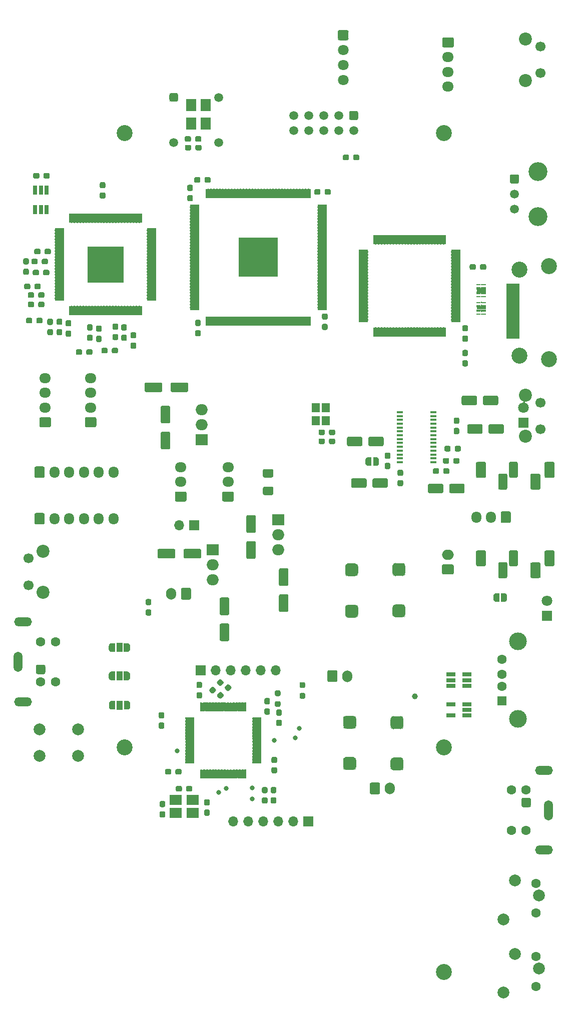
<source format=gts>
%TF.GenerationSoftware,KiCad,Pcbnew,(5.1.9-0-10_14)*%
%TF.CreationDate,2021-06-17T03:31:47+09:00*%
%TF.ProjectId,ossc_board,6f737363-5f62-46f6-9172-642e6b696361,rev?*%
%TF.SameCoordinates,Original*%
%TF.FileFunction,Soldermask,Top*%
%TF.FilePolarity,Negative*%
%FSLAX46Y46*%
G04 Gerber Fmt 4.6, Leading zero omitted, Abs format (unit mm)*
G04 Created by KiCad (PCBNEW (5.1.9-0-10_14)) date 2021-06-17 03:31:47*
%MOMM*%
%LPD*%
G01*
G04 APERTURE LIST*
%ADD10C,0.100000*%
%ADD11O,2.000000X1.905000*%
%ADD12R,2.000000X1.905000*%
%ADD13C,1.000000*%
%ADD14C,0.150000*%
%ADD15C,0.800000*%
%ADD16R,0.300000X1.600000*%
%ADD17R,1.600000X0.300000*%
%ADD18R,6.200000X6.200000*%
%ADD19C,0.690000*%
%ADD20C,2.400000*%
%ADD21R,6.700000X6.700000*%
%ADD22C,2.600000*%
%ADD23C,1.500000*%
%ADD24C,3.200000*%
%ADD25C,1.600000*%
%ADD26O,3.000000X1.500000*%
%ADD27O,1.500000X3.400000*%
%ADD28C,2.000000*%
%ADD29C,1.800000*%
%ADD30O,1.950000X1.700000*%
%ADD31O,1.700000X2.000000*%
%ADD32C,2.700000*%
%ADD33R,1.600000X0.400000*%
%ADD34R,0.700000X0.200000*%
%ADD35R,2.200000X0.300000*%
%ADD36R,1.800000X2.100000*%
%ADD37O,1.700000X1.700000*%
%ADD38R,1.700000X1.700000*%
%ADD39R,1.350000X1.650000*%
%ADD40R,2.100000X1.725000*%
%ADD41R,1.000000X1.500000*%
%ADD42C,1.506220*%
%ADD43R,1.800000X1.800000*%
%ADD44C,1.700000*%
%ADD45C,2.200000*%
%ADD46O,1.700000X1.950000*%
%ADD47R,1.100000X0.400000*%
%ADD48O,2.000000X1.700000*%
%ADD49R,1.560000X0.650000*%
%ADD50R,1.600000X1.600000*%
%ADD51C,3.000000*%
%ADD52R,0.650000X1.560000*%
G04 APERTURE END LIST*
D10*
%TO.C,SW3*%
X40844500Y-127500000D02*
G75*
G03*
X40844500Y-127500000I-444500J0D01*
G01*
X40844500Y-123000000D02*
G75*
G03*
X40844500Y-123000000I-444500J0D01*
G01*
X43535000Y-121750000D02*
G75*
G03*
X43535000Y-121750000I-635000J0D01*
G01*
X43535000Y-128750000D02*
G75*
G03*
X43535000Y-128750000I-635000J0D01*
G01*
%TO.C,SW2*%
X127444500Y-96600000D02*
G75*
G03*
X127444500Y-96600000I-444500J0D01*
G01*
X127444500Y-101100000D02*
G75*
G03*
X127444500Y-101100000I-444500J0D01*
G01*
X125135000Y-102350000D02*
G75*
G03*
X125135000Y-102350000I-635000J0D01*
G01*
X125135000Y-95350000D02*
G75*
G03*
X125135000Y-95350000I-635000J0D01*
G01*
%TO.C,SW1*%
X127444500Y-36322000D02*
G75*
G03*
X127444500Y-36322000I-444500J0D01*
G01*
X127444500Y-40822000D02*
G75*
G03*
X127444500Y-40822000I-444500J0D01*
G01*
X125135000Y-42072000D02*
G75*
G03*
X125135000Y-42072000I-635000J0D01*
G01*
X125135000Y-35072000D02*
G75*
G03*
X125135000Y-35072000I-635000J0D01*
G01*
%TO.C,SW3*%
X40844500Y-127500000D02*
G75*
G03*
X40844500Y-127500000I-444500J0D01*
G01*
X40844500Y-123000000D02*
G75*
G03*
X40844500Y-123000000I-444500J0D01*
G01*
X43535000Y-121750000D02*
G75*
G03*
X43535000Y-121750000I-635000J0D01*
G01*
X43535000Y-128750000D02*
G75*
G03*
X43535000Y-128750000I-635000J0D01*
G01*
%TO.C,SW2*%
X127444500Y-96600000D02*
G75*
G03*
X127444500Y-96600000I-444500J0D01*
G01*
X127444500Y-101100000D02*
G75*
G03*
X127444500Y-101100000I-444500J0D01*
G01*
X125135000Y-102350000D02*
G75*
G03*
X125135000Y-102350000I-635000J0D01*
G01*
X125135000Y-95350000D02*
G75*
G03*
X125135000Y-95350000I-635000J0D01*
G01*
%TO.C,SW1*%
X127444500Y-36322000D02*
G75*
G03*
X127444500Y-36322000I-444500J0D01*
G01*
X127444500Y-40822000D02*
G75*
G03*
X127444500Y-40822000I-444500J0D01*
G01*
X125135000Y-42072000D02*
G75*
G03*
X125135000Y-42072000I-635000J0D01*
G01*
X125135000Y-35072000D02*
G75*
G03*
X125135000Y-35072000I-635000J0D01*
G01*
%TD*%
%TO.C,R57*%
G36*
G01*
X74014158Y-145384018D02*
X73678282Y-145048142D01*
G75*
G02*
X73678282Y-144712266I167938J167938D01*
G01*
X74031836Y-144358712D01*
G75*
G02*
X74367712Y-144358712I167938J-167938D01*
G01*
X74703588Y-144694588D01*
G75*
G02*
X74703588Y-145030464I-167938J-167938D01*
G01*
X74350034Y-145384018D01*
G75*
G02*
X74014158Y-145384018I-167938J167938D01*
G01*
G37*
G36*
G01*
X72723688Y-146674488D02*
X72387812Y-146338612D01*
G75*
G02*
X72387812Y-146002736I167938J167938D01*
G01*
X72741366Y-145649182D01*
G75*
G02*
X73077242Y-145649182I167938J-167938D01*
G01*
X73413118Y-145985058D01*
G75*
G02*
X73413118Y-146320934I-167938J-167938D01*
G01*
X73059564Y-146674488D01*
G75*
G02*
X72723688Y-146674488I-167938J167938D01*
G01*
G37*
%TD*%
%TO.C,R56*%
G36*
G01*
X72693358Y-144507718D02*
X72357482Y-144171842D01*
G75*
G02*
X72357482Y-143835966I167938J167938D01*
G01*
X72711036Y-143482412D01*
G75*
G02*
X73046912Y-143482412I167938J-167938D01*
G01*
X73382788Y-143818288D01*
G75*
G02*
X73382788Y-144154164I-167938J-167938D01*
G01*
X73029234Y-144507718D01*
G75*
G02*
X72693358Y-144507718I-167938J167938D01*
G01*
G37*
G36*
G01*
X71402888Y-145798188D02*
X71067012Y-145462312D01*
G75*
G02*
X71067012Y-145126436I167938J167938D01*
G01*
X71420566Y-144772882D01*
G75*
G02*
X71756442Y-144772882I167938J-167938D01*
G01*
X72092318Y-145108758D01*
G75*
G02*
X72092318Y-145444634I-167938J-167938D01*
G01*
X71738764Y-145798188D01*
G75*
G02*
X71402888Y-145798188I-167938J167938D01*
G01*
G37*
%TD*%
%TO.C,C183*%
G36*
G01*
X64138900Y-100138000D02*
X63038900Y-100138000D01*
G75*
G02*
X62788900Y-99888000I0J250000D01*
G01*
X62788900Y-97388000D01*
G75*
G02*
X63038900Y-97138000I250000J0D01*
G01*
X64138900Y-97138000D01*
G75*
G02*
X64388900Y-97388000I0J-250000D01*
G01*
X64388900Y-99888000D01*
G75*
G02*
X64138900Y-100138000I-250000J0D01*
G01*
G37*
G36*
G01*
X64138900Y-104538000D02*
X63038900Y-104538000D01*
G75*
G02*
X62788900Y-104288000I0J250000D01*
G01*
X62788900Y-101788000D01*
G75*
G02*
X63038900Y-101538000I250000J0D01*
G01*
X64138900Y-101538000D01*
G75*
G02*
X64388900Y-101788000I0J-250000D01*
G01*
X64388900Y-104288000D01*
G75*
G02*
X64138900Y-104538000I-250000J0D01*
G01*
G37*
%TD*%
D11*
%TO.C,U33*%
X71577200Y-126580900D03*
X71577200Y-124040900D03*
D12*
X71577200Y-121500900D03*
%TD*%
%TO.C,C182*%
G36*
G01*
X73033800Y-133999200D02*
X74133800Y-133999200D01*
G75*
G02*
X74383800Y-134249200I0J-250000D01*
G01*
X74383800Y-136749200D01*
G75*
G02*
X74133800Y-136999200I-250000J0D01*
G01*
X73033800Y-136999200D01*
G75*
G02*
X72783800Y-136749200I0J250000D01*
G01*
X72783800Y-134249200D01*
G75*
G02*
X73033800Y-133999200I250000J0D01*
G01*
G37*
G36*
G01*
X73033800Y-129599200D02*
X74133800Y-129599200D01*
G75*
G02*
X74383800Y-129849200I0J-250000D01*
G01*
X74383800Y-132349200D01*
G75*
G02*
X74133800Y-132599200I-250000J0D01*
G01*
X73033800Y-132599200D01*
G75*
G02*
X72783800Y-132349200I0J250000D01*
G01*
X72783800Y-129849200D01*
G75*
G02*
X73033800Y-129599200I250000J0D01*
G01*
G37*
%TD*%
%TO.C,C180*%
G36*
G01*
X65251100Y-121624000D02*
X65251100Y-122724000D01*
G75*
G02*
X65001100Y-122974000I-250000J0D01*
G01*
X62501100Y-122974000D01*
G75*
G02*
X62251100Y-122724000I0J250000D01*
G01*
X62251100Y-121624000D01*
G75*
G02*
X62501100Y-121374000I250000J0D01*
G01*
X65001100Y-121374000D01*
G75*
G02*
X65251100Y-121624000I0J-250000D01*
G01*
G37*
G36*
G01*
X69651100Y-121624000D02*
X69651100Y-122724000D01*
G75*
G02*
X69401100Y-122974000I-250000J0D01*
G01*
X66901100Y-122974000D01*
G75*
G02*
X66651100Y-122724000I0J250000D01*
G01*
X66651100Y-121624000D01*
G75*
G02*
X66901100Y-121374000I250000J0D01*
G01*
X69401100Y-121374000D01*
G75*
G02*
X69651100Y-121624000I0J-250000D01*
G01*
G37*
%TD*%
%TO.C,C178*%
G36*
G01*
X63054000Y-93480800D02*
X63054000Y-94580800D01*
G75*
G02*
X62804000Y-94830800I-250000J0D01*
G01*
X60304000Y-94830800D01*
G75*
G02*
X60054000Y-94580800I0J250000D01*
G01*
X60054000Y-93480800D01*
G75*
G02*
X60304000Y-93230800I250000J0D01*
G01*
X62804000Y-93230800D01*
G75*
G02*
X63054000Y-93480800I0J-250000D01*
G01*
G37*
G36*
G01*
X67454000Y-93480800D02*
X67454000Y-94580800D01*
G75*
G02*
X67204000Y-94830800I-250000J0D01*
G01*
X64704000Y-94830800D01*
G75*
G02*
X64454000Y-94580800I0J250000D01*
G01*
X64454000Y-93480800D01*
G75*
G02*
X64704000Y-93230800I250000J0D01*
G01*
X67204000Y-93230800D01*
G75*
G02*
X67454000Y-93480800I0J-250000D01*
G01*
G37*
%TD*%
D13*
%TO.C,MH6*%
X105765600Y-146367500D03*
%TD*%
%TO.C,R55*%
G36*
G01*
X82823060Y-146300640D02*
X82348060Y-146300640D01*
G75*
G02*
X82110560Y-146063140I0J237500D01*
G01*
X82110560Y-145563140D01*
G75*
G02*
X82348060Y-145325640I237500J0D01*
G01*
X82823060Y-145325640D01*
G75*
G02*
X83060560Y-145563140I0J-237500D01*
G01*
X83060560Y-146063140D01*
G75*
G02*
X82823060Y-146300640I-237500J0D01*
G01*
G37*
G36*
G01*
X82823060Y-148125640D02*
X82348060Y-148125640D01*
G75*
G02*
X82110560Y-147888140I0J237500D01*
G01*
X82110560Y-147388140D01*
G75*
G02*
X82348060Y-147150640I237500J0D01*
G01*
X82823060Y-147150640D01*
G75*
G02*
X83060560Y-147388140I0J-237500D01*
G01*
X83060560Y-147888140D01*
G75*
G02*
X82823060Y-148125640I-237500J0D01*
G01*
G37*
%TD*%
%TO.C,R54*%
G36*
G01*
X86993740Y-144913800D02*
X86518740Y-144913800D01*
G75*
G02*
X86281240Y-144676300I0J237500D01*
G01*
X86281240Y-144176300D01*
G75*
G02*
X86518740Y-143938800I237500J0D01*
G01*
X86993740Y-143938800D01*
G75*
G02*
X87231240Y-144176300I0J-237500D01*
G01*
X87231240Y-144676300D01*
G75*
G02*
X86993740Y-144913800I-237500J0D01*
G01*
G37*
G36*
G01*
X86993740Y-146738800D02*
X86518740Y-146738800D01*
G75*
G02*
X86281240Y-146501300I0J237500D01*
G01*
X86281240Y-146001300D01*
G75*
G02*
X86518740Y-145763800I237500J0D01*
G01*
X86993740Y-145763800D01*
G75*
G02*
X87231240Y-146001300I0J-237500D01*
G01*
X87231240Y-146501300D01*
G75*
G02*
X86993740Y-146738800I-237500J0D01*
G01*
G37*
%TD*%
D11*
%TO.C,U5*%
X69761100Y-97802700D03*
X69761100Y-100342700D03*
D12*
X69761100Y-102882700D03*
%TD*%
D14*
%TO.C,JP7*%
G36*
X98425100Y-107341100D02*
G01*
X97925100Y-107341100D01*
X97925100Y-107340498D01*
X97900566Y-107340498D01*
X97851735Y-107335688D01*
X97803610Y-107326116D01*
X97756655Y-107311872D01*
X97711322Y-107293095D01*
X97668049Y-107269964D01*
X97627250Y-107242704D01*
X97589321Y-107211576D01*
X97554624Y-107176879D01*
X97523496Y-107138950D01*
X97496236Y-107098151D01*
X97473105Y-107054878D01*
X97454328Y-107009545D01*
X97440084Y-106962590D01*
X97430512Y-106914465D01*
X97425702Y-106865634D01*
X97425702Y-106841100D01*
X97425100Y-106841100D01*
X97425100Y-106341100D01*
X97425702Y-106341100D01*
X97425702Y-106316566D01*
X97430512Y-106267735D01*
X97440084Y-106219610D01*
X97454328Y-106172655D01*
X97473105Y-106127322D01*
X97496236Y-106084049D01*
X97523496Y-106043250D01*
X97554624Y-106005321D01*
X97589321Y-105970624D01*
X97627250Y-105939496D01*
X97668049Y-105912236D01*
X97711322Y-105889105D01*
X97756655Y-105870328D01*
X97803610Y-105856084D01*
X97851735Y-105846512D01*
X97900566Y-105841702D01*
X97925100Y-105841702D01*
X97925100Y-105841100D01*
X98425100Y-105841100D01*
X98425100Y-107341100D01*
G37*
G36*
X99225100Y-105841702D02*
G01*
X99249634Y-105841702D01*
X99298465Y-105846512D01*
X99346590Y-105856084D01*
X99393545Y-105870328D01*
X99438878Y-105889105D01*
X99482151Y-105912236D01*
X99522950Y-105939496D01*
X99560879Y-105970624D01*
X99595576Y-106005321D01*
X99626704Y-106043250D01*
X99653964Y-106084049D01*
X99677095Y-106127322D01*
X99695872Y-106172655D01*
X99710116Y-106219610D01*
X99719688Y-106267735D01*
X99724498Y-106316566D01*
X99724498Y-106341100D01*
X99725100Y-106341100D01*
X99725100Y-106841100D01*
X99724498Y-106841100D01*
X99724498Y-106865634D01*
X99719688Y-106914465D01*
X99710116Y-106962590D01*
X99695872Y-107009545D01*
X99677095Y-107054878D01*
X99653964Y-107098151D01*
X99626704Y-107138950D01*
X99595576Y-107176879D01*
X99560879Y-107211576D01*
X99522950Y-107242704D01*
X99482151Y-107269964D01*
X99438878Y-107293095D01*
X99393545Y-107311872D01*
X99346590Y-107326116D01*
X99298465Y-107335688D01*
X99249634Y-107340498D01*
X99225100Y-107340498D01*
X99225100Y-107341100D01*
X98725100Y-107341100D01*
X98725100Y-105841100D01*
X99225100Y-105841100D01*
X99225100Y-105841702D01*
G37*
%TD*%
D15*
%TO.C,J30*%
X86233000Y-151726900D03*
%TD*%
%TO.C,R52*%
G36*
G01*
X81639400Y-163430700D02*
X82114400Y-163430700D01*
G75*
G02*
X82351900Y-163668200I0J-237500D01*
G01*
X82351900Y-164243200D01*
G75*
G02*
X82114400Y-164480700I-237500J0D01*
G01*
X81639400Y-164480700D01*
G75*
G02*
X81401900Y-164243200I0J237500D01*
G01*
X81401900Y-163668200D01*
G75*
G02*
X81639400Y-163430700I237500J0D01*
G01*
G37*
G36*
G01*
X81639400Y-161680700D02*
X82114400Y-161680700D01*
G75*
G02*
X82351900Y-161918200I0J-237500D01*
G01*
X82351900Y-162493200D01*
G75*
G02*
X82114400Y-162730700I-237500J0D01*
G01*
X81639400Y-162730700D01*
G75*
G02*
X81401900Y-162493200I0J237500D01*
G01*
X81401900Y-161918200D01*
G75*
G02*
X81639400Y-161680700I237500J0D01*
G01*
G37*
%TD*%
%TO.C,R51*%
G36*
G01*
X80153500Y-163430700D02*
X80628500Y-163430700D01*
G75*
G02*
X80866000Y-163668200I0J-237500D01*
G01*
X80866000Y-164243200D01*
G75*
G02*
X80628500Y-164480700I-237500J0D01*
G01*
X80153500Y-164480700D01*
G75*
G02*
X79916000Y-164243200I0J237500D01*
G01*
X79916000Y-163668200D01*
G75*
G02*
X80153500Y-163430700I237500J0D01*
G01*
G37*
G36*
G01*
X80153500Y-161680700D02*
X80628500Y-161680700D01*
G75*
G02*
X80866000Y-161918200I0J-237500D01*
G01*
X80866000Y-162493200D01*
G75*
G02*
X80628500Y-162730700I-237500J0D01*
G01*
X80153500Y-162730700D01*
G75*
G02*
X79916000Y-162493200I0J237500D01*
G01*
X79916000Y-161918200D01*
G75*
G02*
X80153500Y-161680700I237500J0D01*
G01*
G37*
%TD*%
D16*
%TO.C,U1*%
X47435000Y-81030800D03*
X47935000Y-81030800D03*
X48435000Y-81030800D03*
X48935000Y-81030800D03*
X49435000Y-81030800D03*
X49935000Y-81030800D03*
X50435000Y-81030800D03*
X50935000Y-81030800D03*
X51435000Y-81030800D03*
X51935000Y-81030800D03*
X52435000Y-81030800D03*
X52935000Y-81030800D03*
X53435000Y-81030800D03*
X53935000Y-81030800D03*
X54435000Y-81030800D03*
X54935000Y-81030800D03*
X55435000Y-81030800D03*
X55935000Y-81030800D03*
X56435000Y-81030800D03*
X56935000Y-81030800D03*
X57435000Y-81030800D03*
X57935000Y-81030800D03*
X58435000Y-81030800D03*
X58935000Y-81030800D03*
X59435000Y-81030800D03*
D17*
X61235000Y-79230800D03*
X61235000Y-78730800D03*
X61235000Y-78230800D03*
X61235000Y-77730800D03*
X61235000Y-77230800D03*
X61235000Y-76730800D03*
X61235000Y-76230800D03*
X61235000Y-75730800D03*
X61235000Y-75230800D03*
X61235000Y-74730800D03*
X61235000Y-74230800D03*
X61235000Y-73730800D03*
X61235000Y-73230800D03*
X61235000Y-72730800D03*
X61235000Y-72230800D03*
X61235000Y-71730800D03*
X61235000Y-71230800D03*
X61235000Y-70730800D03*
X61235000Y-70230800D03*
X61235000Y-69730800D03*
X61235000Y-69230800D03*
X61235000Y-68730800D03*
X61235000Y-68230800D03*
X61235000Y-67730800D03*
X61235000Y-67230800D03*
D16*
X59435000Y-65430800D03*
X58935000Y-65430800D03*
X58435000Y-65430800D03*
X57935000Y-65430800D03*
X57435000Y-65430800D03*
X56935000Y-65430800D03*
X56435000Y-65430800D03*
X55935000Y-65430800D03*
X55435000Y-65430800D03*
X54935000Y-65430800D03*
X54435000Y-65430800D03*
X53935000Y-65430800D03*
X53435000Y-65430800D03*
X52935000Y-65430800D03*
X52435000Y-65430800D03*
X51935000Y-65430800D03*
X51435000Y-65430800D03*
X50935000Y-65430800D03*
X50435000Y-65430800D03*
X49935000Y-65430800D03*
X49435000Y-65430800D03*
X48935000Y-65430800D03*
X48435000Y-65430800D03*
X47935000Y-65430800D03*
X47435000Y-65430800D03*
D17*
X45635000Y-67230800D03*
X45635000Y-67730800D03*
X45635000Y-68230800D03*
X45635000Y-68730800D03*
X45635000Y-69230800D03*
X45635000Y-69730800D03*
X45635000Y-70230800D03*
X45635000Y-70730800D03*
X45635000Y-71230800D03*
X45635000Y-71730800D03*
X45635000Y-72230800D03*
X45635000Y-72730800D03*
X45635000Y-73230800D03*
X45635000Y-73730800D03*
X45635000Y-74230800D03*
X45635000Y-74730800D03*
X45635000Y-75230800D03*
X45635000Y-75730800D03*
X45635000Y-76230800D03*
X45635000Y-76730800D03*
X45635000Y-77230800D03*
X45635000Y-77730800D03*
X45635000Y-78230800D03*
X45635000Y-78730800D03*
X45635000Y-79230800D03*
D18*
X53435000Y-73230800D03*
D19*
X51035000Y-75630800D03*
X51035000Y-74830800D03*
X51035000Y-74030800D03*
X51035000Y-73230800D03*
X51035000Y-72430800D03*
X51035000Y-71630800D03*
X51035000Y-70830800D03*
X51835000Y-75630800D03*
X51835000Y-74830800D03*
X51835000Y-74030800D03*
X51835000Y-73230800D03*
X51835000Y-72430800D03*
X51835000Y-71630800D03*
X51835000Y-70830800D03*
X52635000Y-75630800D03*
X52635000Y-74830800D03*
X52635000Y-71630800D03*
X52635000Y-70830800D03*
X53435000Y-75630800D03*
X53435000Y-74830800D03*
X53435000Y-71630800D03*
X53435000Y-70830800D03*
X54235000Y-75630800D03*
X54235000Y-74830800D03*
X54235000Y-71630800D03*
X54235000Y-70830800D03*
X55035000Y-75630800D03*
X55035000Y-74830800D03*
X55035000Y-74030800D03*
X55035000Y-73230800D03*
X55035000Y-72430800D03*
X55035000Y-71630800D03*
X55035000Y-70830800D03*
X55835000Y-75630800D03*
X55835000Y-74830800D03*
X55835000Y-74030800D03*
X55835000Y-73230800D03*
X55835000Y-72430800D03*
X55835000Y-71630800D03*
X55835000Y-70830800D03*
D20*
X53435000Y-73230800D03*
%TD*%
D16*
%TO.C,U2*%
X88050000Y-61233000D03*
X87550000Y-61233000D03*
X87050000Y-61233000D03*
X86550000Y-61233000D03*
X86050000Y-61233000D03*
X85550000Y-61233000D03*
X85050000Y-61233000D03*
X84550000Y-61233000D03*
X84050000Y-61233000D03*
X83550000Y-61233000D03*
X83050000Y-61233000D03*
X82550000Y-61233000D03*
X82050000Y-61233000D03*
X81550000Y-61233000D03*
X81050000Y-61233000D03*
X80550000Y-61233000D03*
X80050000Y-61233000D03*
X79550000Y-61233000D03*
X79050000Y-61233000D03*
X78550000Y-61233000D03*
X78050000Y-61233000D03*
X77550000Y-61233000D03*
X77050000Y-61233000D03*
X76550000Y-61233000D03*
X76050000Y-61233000D03*
X75550000Y-61233000D03*
X75050000Y-61233000D03*
X74550000Y-61233000D03*
X74050000Y-61233000D03*
X73550000Y-61233000D03*
X73050000Y-61233000D03*
X72550000Y-61233000D03*
X72050000Y-61233000D03*
X71550000Y-61233000D03*
X71050000Y-61233000D03*
X70550000Y-61233000D03*
D17*
X68500000Y-63283000D03*
X68500000Y-63783000D03*
X68500000Y-64283000D03*
X68500000Y-64783000D03*
X68500000Y-65283000D03*
X68500000Y-65783000D03*
X68500000Y-66283000D03*
X68500000Y-66783000D03*
X68500000Y-67283000D03*
X68500000Y-67783000D03*
X68500000Y-68283000D03*
X68500000Y-68783000D03*
X68500000Y-69283000D03*
X68500000Y-69783000D03*
X68500000Y-70283000D03*
X68500000Y-70783000D03*
X68500000Y-71283000D03*
X68500000Y-71783000D03*
X68500000Y-72283000D03*
X68500000Y-72783000D03*
X68500000Y-73283000D03*
X68500000Y-73783000D03*
X68500000Y-74283000D03*
X68500000Y-74783000D03*
X68500000Y-75283000D03*
X68500000Y-75783000D03*
X68500000Y-76283000D03*
X68500000Y-76783000D03*
X68500000Y-77283000D03*
X68500000Y-77783000D03*
X68500000Y-78283000D03*
X68500000Y-78783000D03*
X68500000Y-79283000D03*
X68500000Y-79783000D03*
X68500000Y-80283000D03*
X68500000Y-80783000D03*
D16*
X70550000Y-82833000D03*
X71050000Y-82833000D03*
X71550000Y-82833000D03*
X72050000Y-82833000D03*
X72550000Y-82833000D03*
X73050000Y-82833000D03*
X73550000Y-82833000D03*
X74050000Y-82833000D03*
X74550000Y-82833000D03*
X75050000Y-82833000D03*
X75550000Y-82833000D03*
X76050000Y-82833000D03*
X76550000Y-82833000D03*
X77050000Y-82833000D03*
X77550000Y-82833000D03*
X78050000Y-82833000D03*
X78550000Y-82833000D03*
X79050000Y-82833000D03*
X79550000Y-82833000D03*
X80050000Y-82833000D03*
X80550000Y-82833000D03*
X81050000Y-82833000D03*
X81550000Y-82833000D03*
X82050000Y-82833000D03*
X82550000Y-82833000D03*
X83050000Y-82833000D03*
X83550000Y-82833000D03*
X84050000Y-82833000D03*
X84550000Y-82833000D03*
X85050000Y-82833000D03*
X85550000Y-82833000D03*
X86050000Y-82833000D03*
X86550000Y-82833000D03*
X87050000Y-82833000D03*
X87550000Y-82833000D03*
X88050000Y-82833000D03*
D17*
X90100000Y-80783000D03*
X90100000Y-80283000D03*
X90100000Y-79783000D03*
X90100000Y-79283000D03*
X90100000Y-78783000D03*
X90100000Y-78283000D03*
X90100000Y-77783000D03*
X90100000Y-77283000D03*
X90100000Y-76783000D03*
X90100000Y-76283000D03*
X90100000Y-75783000D03*
X90100000Y-75283000D03*
X90100000Y-74783000D03*
X90100000Y-74283000D03*
X90100000Y-73783000D03*
X90100000Y-73283000D03*
X90100000Y-72783000D03*
X90100000Y-72283000D03*
X90100000Y-71783000D03*
X90100000Y-71283000D03*
X90100000Y-70783000D03*
X90100000Y-70283000D03*
X90100000Y-69783000D03*
X90100000Y-69283000D03*
X90100000Y-68783000D03*
X90100000Y-68283000D03*
X90100000Y-67783000D03*
X90100000Y-67283000D03*
X90100000Y-66783000D03*
X90100000Y-66283000D03*
X90100000Y-65783000D03*
X90100000Y-65283000D03*
X90100000Y-64783000D03*
X90100000Y-64283000D03*
X90100000Y-63783000D03*
X90100000Y-63283000D03*
D21*
X79300000Y-72033000D03*
D19*
X81850000Y-69483000D03*
X81850000Y-70333000D03*
X81850000Y-71183000D03*
X81850000Y-72033000D03*
X81850000Y-72883000D03*
X81850000Y-73733000D03*
X81850000Y-74583000D03*
X81000000Y-69483000D03*
X81000000Y-70333000D03*
X81000000Y-71183000D03*
X81000000Y-72033000D03*
X81000000Y-72883000D03*
X81000000Y-73733000D03*
X81000000Y-74583000D03*
X80150000Y-69483000D03*
X80150000Y-70333000D03*
X80150000Y-73733000D03*
X80150000Y-74583000D03*
X79300000Y-69483000D03*
X79300000Y-70333000D03*
X79300000Y-73733000D03*
X79300000Y-74583000D03*
X78450000Y-69483000D03*
X78450000Y-70333000D03*
X78450000Y-73733000D03*
X78450000Y-74583000D03*
X77600000Y-69483000D03*
X77600000Y-70333000D03*
X77600000Y-71183000D03*
X77600000Y-72033000D03*
X77600000Y-72883000D03*
X77600000Y-73733000D03*
X77600000Y-74583000D03*
X76750000Y-69483000D03*
X76750000Y-70333000D03*
X76750000Y-71183000D03*
X76750000Y-72033000D03*
X76750000Y-72883000D03*
X76750000Y-73733000D03*
X76750000Y-74583000D03*
D22*
X79300000Y-72033000D03*
%TD*%
%TO.C,C176*%
G36*
G01*
X110604680Y-110605480D02*
X110604680Y-111705480D01*
G75*
G02*
X110354680Y-111955480I-250000J0D01*
G01*
X108254680Y-111955480D01*
G75*
G02*
X108004680Y-111705480I0J250000D01*
G01*
X108004680Y-110605480D01*
G75*
G02*
X108254680Y-110355480I250000J0D01*
G01*
X110354680Y-110355480D01*
G75*
G02*
X110604680Y-110605480I0J-250000D01*
G01*
G37*
G36*
G01*
X114204680Y-110605480D02*
X114204680Y-111705480D01*
G75*
G02*
X113954680Y-111955480I-250000J0D01*
G01*
X111854680Y-111955480D01*
G75*
G02*
X111604680Y-111705480I0J250000D01*
G01*
X111604680Y-110605480D01*
G75*
G02*
X111854680Y-110355480I250000J0D01*
G01*
X113954680Y-110355480D01*
G75*
G02*
X114204680Y-110605480I0J-250000D01*
G01*
G37*
%TD*%
%TO.C,U23*%
G36*
G01*
X122197680Y-58010000D02*
X123097680Y-58010000D01*
G75*
G02*
X123397680Y-58310000I0J-300000D01*
G01*
X123397680Y-59210000D01*
G75*
G02*
X123097680Y-59510000I-300000J0D01*
G01*
X122197680Y-59510000D01*
G75*
G02*
X121897680Y-59210000I0J300000D01*
G01*
X121897680Y-58310000D01*
G75*
G02*
X122197680Y-58010000I300000J0D01*
G01*
G37*
D23*
X122647680Y-61300000D03*
X122647680Y-63840000D03*
D24*
X126597680Y-57490000D03*
X126597680Y-65110000D03*
%TD*%
D25*
%TO.C,J32*%
X44972500Y-137100000D03*
X44972500Y-143900000D03*
X42472500Y-137100000D03*
X42472500Y-143900000D03*
G36*
G01*
X42952500Y-142600000D02*
X41992500Y-142600000D01*
G75*
G02*
X41672500Y-142280000I0J320000D01*
G01*
X41672500Y-141320000D01*
G75*
G02*
X41992500Y-141000000I320000J0D01*
G01*
X42952500Y-141000000D01*
G75*
G02*
X43272500Y-141320000I0J-320000D01*
G01*
X43272500Y-142280000D01*
G75*
G02*
X42952500Y-142600000I-320000J0D01*
G01*
G37*
D26*
X39472500Y-147250000D03*
X39472500Y-133750000D03*
D27*
X38672500Y-140500000D03*
%TD*%
D25*
%TO.C,J31*%
X122108700Y-169000000D03*
X122108700Y-162200000D03*
X124608700Y-169000000D03*
X124608700Y-162200000D03*
G36*
G01*
X124128700Y-163500000D02*
X125088700Y-163500000D01*
G75*
G02*
X125408700Y-163820000I0J-320000D01*
G01*
X125408700Y-164780000D01*
G75*
G02*
X125088700Y-165100000I-320000J0D01*
G01*
X124128700Y-165100000D01*
G75*
G02*
X123808700Y-164780000I0J320000D01*
G01*
X123808700Y-163820000D01*
G75*
G02*
X124128700Y-163500000I320000J0D01*
G01*
G37*
D26*
X127608700Y-158850000D03*
X127608700Y-172350000D03*
D27*
X128408700Y-165600000D03*
%TD*%
D25*
%TO.C,J26*%
X126263900Y-183000000D03*
X126263900Y-178000000D03*
D28*
X120763900Y-184100000D03*
X122763900Y-177500000D03*
X126763900Y-180000000D03*
%TD*%
D25*
%TO.C,J25*%
X126263900Y-195400000D03*
X126263900Y-190400000D03*
D28*
X120763900Y-196500000D03*
X122763900Y-189900000D03*
X126763900Y-192400000D03*
%TD*%
%TO.C,R50*%
G36*
G01*
X62678300Y-150768800D02*
X63153300Y-150768800D01*
G75*
G02*
X63390800Y-151006300I0J-237500D01*
G01*
X63390800Y-151581300D01*
G75*
G02*
X63153300Y-151818800I-237500J0D01*
G01*
X62678300Y-151818800D01*
G75*
G02*
X62440800Y-151581300I0J237500D01*
G01*
X62440800Y-151006300D01*
G75*
G02*
X62678300Y-150768800I237500J0D01*
G01*
G37*
G36*
G01*
X62678300Y-149018800D02*
X63153300Y-149018800D01*
G75*
G02*
X63390800Y-149256300I0J-237500D01*
G01*
X63390800Y-149831300D01*
G75*
G02*
X63153300Y-150068800I-237500J0D01*
G01*
X62678300Y-150068800D01*
G75*
G02*
X62440800Y-149831300I0J237500D01*
G01*
X62440800Y-149256300D01*
G75*
G02*
X62678300Y-149018800I237500J0D01*
G01*
G37*
%TD*%
D29*
%TO.C,J29*%
X93670800Y-42043400D03*
X93670800Y-39503400D03*
X93670800Y-36963400D03*
G36*
G01*
X94570800Y-33883400D02*
X94570800Y-34963400D01*
G75*
G02*
X94210800Y-35323400I-360000J0D01*
G01*
X93130800Y-35323400D01*
G75*
G02*
X92770800Y-34963400I0J360000D01*
G01*
X92770800Y-33883400D01*
G75*
G02*
X93130800Y-33523400I360000J0D01*
G01*
X94210800Y-33523400D01*
G75*
G02*
X94570800Y-33883400I0J-360000D01*
G01*
G37*
%TD*%
D30*
%TO.C,J28*%
X111404400Y-43161600D03*
X111404400Y-40661600D03*
X111404400Y-38161600D03*
G36*
G01*
X110679400Y-34811600D02*
X112129400Y-34811600D01*
G75*
G02*
X112379400Y-35061600I0J-250000D01*
G01*
X112379400Y-36261600D01*
G75*
G02*
X112129400Y-36511600I-250000J0D01*
G01*
X110679400Y-36511600D01*
G75*
G02*
X110429400Y-36261600I0J250000D01*
G01*
X110429400Y-35061600D01*
G75*
G02*
X110679400Y-34811600I250000J0D01*
G01*
G37*
%TD*%
%TO.C,C173*%
G36*
G01*
X67950600Y-53229500D02*
X67950600Y-53704500D01*
G75*
G02*
X67713100Y-53942000I-237500J0D01*
G01*
X67138100Y-53942000D01*
G75*
G02*
X66900600Y-53704500I0J237500D01*
G01*
X66900600Y-53229500D01*
G75*
G02*
X67138100Y-52992000I237500J0D01*
G01*
X67713100Y-52992000D01*
G75*
G02*
X67950600Y-53229500I0J-237500D01*
G01*
G37*
G36*
G01*
X69700600Y-53229500D02*
X69700600Y-53704500D01*
G75*
G02*
X69463100Y-53942000I-237500J0D01*
G01*
X68888100Y-53942000D01*
G75*
G02*
X68650600Y-53704500I0J237500D01*
G01*
X68650600Y-53229500D01*
G75*
G02*
X68888100Y-52992000I237500J0D01*
G01*
X69463100Y-52992000D01*
G75*
G02*
X69700600Y-53229500I0J-237500D01*
G01*
G37*
%TD*%
%TO.C,C172*%
G36*
G01*
X69554100Y-144938000D02*
X69079100Y-144938000D01*
G75*
G02*
X68841600Y-144700500I0J237500D01*
G01*
X68841600Y-144125500D01*
G75*
G02*
X69079100Y-143888000I237500J0D01*
G01*
X69554100Y-143888000D01*
G75*
G02*
X69791600Y-144125500I0J-237500D01*
G01*
X69791600Y-144700500D01*
G75*
G02*
X69554100Y-144938000I-237500J0D01*
G01*
G37*
G36*
G01*
X69554100Y-146688000D02*
X69079100Y-146688000D01*
G75*
G02*
X68841600Y-146450500I0J237500D01*
G01*
X68841600Y-145875500D01*
G75*
G02*
X69079100Y-145638000I237500J0D01*
G01*
X69554100Y-145638000D01*
G75*
G02*
X69791600Y-145875500I0J-237500D01*
G01*
X69791600Y-146450500D01*
G75*
G02*
X69554100Y-146688000I-237500J0D01*
G01*
G37*
%TD*%
D31*
%TO.C,J27*%
X94346400Y-142910560D03*
G36*
G01*
X90996400Y-143660560D02*
X90996400Y-142160560D01*
G75*
G02*
X91246400Y-141910560I250000J0D01*
G01*
X92446400Y-141910560D01*
G75*
G02*
X92696400Y-142160560I0J-250000D01*
G01*
X92696400Y-143660560D01*
G75*
G02*
X92446400Y-143910560I-250000J0D01*
G01*
X91246400Y-143910560D01*
G75*
G02*
X90996400Y-143660560I0J250000D01*
G01*
G37*
%TD*%
%TO.C,J24*%
X101534600Y-161925000D03*
G36*
G01*
X98184600Y-162675000D02*
X98184600Y-161175000D01*
G75*
G02*
X98434600Y-160925000I250000J0D01*
G01*
X99634600Y-160925000D01*
G75*
G02*
X99884600Y-161175000I0J-250000D01*
G01*
X99884600Y-162675000D01*
G75*
G02*
X99634600Y-162925000I-250000J0D01*
G01*
X98434600Y-162925000D01*
G75*
G02*
X98184600Y-162675000I0J250000D01*
G01*
G37*
%TD*%
D32*
%TO.C,MH5*%
X110700000Y-193000000D03*
%TD*%
%TO.C,MH4*%
X110700000Y-155000000D03*
%TD*%
%TO.C,L4*%
G36*
G01*
X95634900Y-126022400D02*
X94534900Y-126022400D01*
G75*
G02*
X93984900Y-125472400I0J550000D01*
G01*
X93984900Y-124372400D01*
G75*
G02*
X94534900Y-123822400I550000J0D01*
G01*
X95634900Y-123822400D01*
G75*
G02*
X96184900Y-124372400I0J-550000D01*
G01*
X96184900Y-125472400D01*
G75*
G02*
X95634900Y-126022400I-550000J0D01*
G01*
G37*
G36*
G01*
X95634900Y-133022400D02*
X94534900Y-133022400D01*
G75*
G02*
X93984900Y-132472400I0J550000D01*
G01*
X93984900Y-131372400D01*
G75*
G02*
X94534900Y-130822400I550000J0D01*
G01*
X95634900Y-130822400D01*
G75*
G02*
X96184900Y-131372400I0J-550000D01*
G01*
X96184900Y-132472400D01*
G75*
G02*
X95634900Y-133022400I-550000J0D01*
G01*
G37*
%TD*%
%TO.C,L3*%
G36*
G01*
X103635900Y-125971600D02*
X102535900Y-125971600D01*
G75*
G02*
X101985900Y-125421600I0J550000D01*
G01*
X101985900Y-124321600D01*
G75*
G02*
X102535900Y-123771600I550000J0D01*
G01*
X103635900Y-123771600D01*
G75*
G02*
X104185900Y-124321600I0J-550000D01*
G01*
X104185900Y-125421600D01*
G75*
G02*
X103635900Y-125971600I-550000J0D01*
G01*
G37*
G36*
G01*
X103635900Y-132971600D02*
X102535900Y-132971600D01*
G75*
G02*
X101985900Y-132421600I0J550000D01*
G01*
X101985900Y-131321600D01*
G75*
G02*
X102535900Y-130771600I550000J0D01*
G01*
X103635900Y-130771600D01*
G75*
G02*
X104185900Y-131321600I0J-550000D01*
G01*
X104185900Y-132421600D01*
G75*
G02*
X103635900Y-132971600I-550000J0D01*
G01*
G37*
%TD*%
%TO.C,L2*%
G36*
G01*
X95292000Y-151803400D02*
X94192000Y-151803400D01*
G75*
G02*
X93642000Y-151253400I0J550000D01*
G01*
X93642000Y-150153400D01*
G75*
G02*
X94192000Y-149603400I550000J0D01*
G01*
X95292000Y-149603400D01*
G75*
G02*
X95842000Y-150153400I0J-550000D01*
G01*
X95842000Y-151253400D01*
G75*
G02*
X95292000Y-151803400I-550000J0D01*
G01*
G37*
G36*
G01*
X95292000Y-158803400D02*
X94192000Y-158803400D01*
G75*
G02*
X93642000Y-158253400I0J550000D01*
G01*
X93642000Y-157153400D01*
G75*
G02*
X94192000Y-156603400I550000J0D01*
G01*
X95292000Y-156603400D01*
G75*
G02*
X95842000Y-157153400I0J-550000D01*
G01*
X95842000Y-158253400D01*
G75*
G02*
X95292000Y-158803400I-550000J0D01*
G01*
G37*
%TD*%
%TO.C,L1*%
G36*
G01*
X103318400Y-151879600D02*
X102218400Y-151879600D01*
G75*
G02*
X101668400Y-151329600I0J550000D01*
G01*
X101668400Y-150229600D01*
G75*
G02*
X102218400Y-149679600I550000J0D01*
G01*
X103318400Y-149679600D01*
G75*
G02*
X103868400Y-150229600I0J-550000D01*
G01*
X103868400Y-151329600D01*
G75*
G02*
X103318400Y-151879600I-550000J0D01*
G01*
G37*
G36*
G01*
X103318400Y-158879600D02*
X102218400Y-158879600D01*
G75*
G02*
X101668400Y-158329600I0J550000D01*
G01*
X101668400Y-157229600D01*
G75*
G02*
X102218400Y-156679600I550000J0D01*
G01*
X103318400Y-156679600D01*
G75*
G02*
X103868400Y-157229600I0J-550000D01*
G01*
X103868400Y-158329600D01*
G75*
G02*
X103318400Y-158879600I-550000J0D01*
G01*
G37*
%TD*%
%TO.C,J3*%
G36*
G01*
X117824800Y-121990000D02*
X117824800Y-124010000D01*
G75*
G02*
X117484800Y-124350000I-340000J0D01*
G01*
X116464800Y-124350000D01*
G75*
G02*
X116124800Y-124010000I0J340000D01*
G01*
X116124800Y-121990000D01*
G75*
G02*
X116464800Y-121650000I340000J0D01*
G01*
X117484800Y-121650000D01*
G75*
G02*
X117824800Y-121990000I0J-340000D01*
G01*
G37*
G36*
G01*
X123224800Y-121950000D02*
X123224800Y-124050000D01*
G75*
G02*
X122924800Y-124350000I-300000J0D01*
G01*
X122024800Y-124350000D01*
G75*
G02*
X121724800Y-124050000I0J300000D01*
G01*
X121724800Y-121950000D01*
G75*
G02*
X122024800Y-121650000I300000J0D01*
G01*
X122924800Y-121650000D01*
G75*
G02*
X123224800Y-121950000I0J-300000D01*
G01*
G37*
G36*
G01*
X129424800Y-121990000D02*
X129424800Y-124010000D01*
G75*
G02*
X129084800Y-124350000I-340000J0D01*
G01*
X128064800Y-124350000D01*
G75*
G02*
X127724800Y-124010000I0J340000D01*
G01*
X127724800Y-121990000D01*
G75*
G02*
X128064800Y-121650000I340000J0D01*
G01*
X129084800Y-121650000D01*
G75*
G02*
X129424800Y-121990000I0J-340000D01*
G01*
G37*
G36*
G01*
X127024800Y-123990000D02*
X127024800Y-126010000D01*
G75*
G02*
X126684800Y-126350000I-340000J0D01*
G01*
X125664800Y-126350000D01*
G75*
G02*
X125324800Y-126010000I0J340000D01*
G01*
X125324800Y-123990000D01*
G75*
G02*
X125664800Y-123650000I340000J0D01*
G01*
X126684800Y-123650000D01*
G75*
G02*
X127024800Y-123990000I0J-340000D01*
G01*
G37*
G36*
G01*
X121424800Y-123950000D02*
X121424800Y-126050000D01*
G75*
G02*
X121124800Y-126350000I-300000J0D01*
G01*
X120224800Y-126350000D01*
G75*
G02*
X119924800Y-126050000I0J300000D01*
G01*
X119924800Y-123950000D01*
G75*
G02*
X120224800Y-123650000I300000J0D01*
G01*
X121124800Y-123650000D01*
G75*
G02*
X121424800Y-123950000I0J-300000D01*
G01*
G37*
%TD*%
%TO.C,J2*%
G36*
G01*
X117824800Y-106990000D02*
X117824800Y-109010000D01*
G75*
G02*
X117484800Y-109350000I-340000J0D01*
G01*
X116464800Y-109350000D01*
G75*
G02*
X116124800Y-109010000I0J340000D01*
G01*
X116124800Y-106990000D01*
G75*
G02*
X116464800Y-106650000I340000J0D01*
G01*
X117484800Y-106650000D01*
G75*
G02*
X117824800Y-106990000I0J-340000D01*
G01*
G37*
G36*
G01*
X123224800Y-106950000D02*
X123224800Y-109050000D01*
G75*
G02*
X122924800Y-109350000I-300000J0D01*
G01*
X122024800Y-109350000D01*
G75*
G02*
X121724800Y-109050000I0J300000D01*
G01*
X121724800Y-106950000D01*
G75*
G02*
X122024800Y-106650000I300000J0D01*
G01*
X122924800Y-106650000D01*
G75*
G02*
X123224800Y-106950000I0J-300000D01*
G01*
G37*
G36*
G01*
X129424800Y-106990000D02*
X129424800Y-109010000D01*
G75*
G02*
X129084800Y-109350000I-340000J0D01*
G01*
X128064800Y-109350000D01*
G75*
G02*
X127724800Y-109010000I0J340000D01*
G01*
X127724800Y-106990000D01*
G75*
G02*
X128064800Y-106650000I340000J0D01*
G01*
X129084800Y-106650000D01*
G75*
G02*
X129424800Y-106990000I0J-340000D01*
G01*
G37*
G36*
G01*
X127024800Y-108990000D02*
X127024800Y-111010000D01*
G75*
G02*
X126684800Y-111350000I-340000J0D01*
G01*
X125664800Y-111350000D01*
G75*
G02*
X125324800Y-111010000I0J340000D01*
G01*
X125324800Y-108990000D01*
G75*
G02*
X125664800Y-108650000I340000J0D01*
G01*
X126684800Y-108650000D01*
G75*
G02*
X127024800Y-108990000I0J-340000D01*
G01*
G37*
G36*
G01*
X121424800Y-108950000D02*
X121424800Y-111050000D01*
G75*
G02*
X121124800Y-111350000I-300000J0D01*
G01*
X120224800Y-111350000D01*
G75*
G02*
X119924800Y-111050000I0J300000D01*
G01*
X119924800Y-108950000D01*
G75*
G02*
X120224800Y-108650000I300000J0D01*
G01*
X121124800Y-108650000D01*
G75*
G02*
X121424800Y-108950000I0J-300000D01*
G01*
G37*
%TD*%
D14*
%TO.C,JP5*%
G36*
X119580900Y-130352898D02*
G01*
X119556366Y-130352898D01*
X119507535Y-130348088D01*
X119459410Y-130338516D01*
X119412455Y-130324272D01*
X119367122Y-130305495D01*
X119323849Y-130282364D01*
X119283050Y-130255104D01*
X119245121Y-130223976D01*
X119210424Y-130189279D01*
X119179296Y-130151350D01*
X119152036Y-130110551D01*
X119128905Y-130067278D01*
X119110128Y-130021945D01*
X119095884Y-129974990D01*
X119086312Y-129926865D01*
X119081502Y-129878034D01*
X119081502Y-129853500D01*
X119080900Y-129853500D01*
X119080900Y-129353500D01*
X119081502Y-129353500D01*
X119081502Y-129328966D01*
X119086312Y-129280135D01*
X119095884Y-129232010D01*
X119110128Y-129185055D01*
X119128905Y-129139722D01*
X119152036Y-129096449D01*
X119179296Y-129055650D01*
X119210424Y-129017721D01*
X119245121Y-128983024D01*
X119283050Y-128951896D01*
X119323849Y-128924636D01*
X119367122Y-128901505D01*
X119412455Y-128882728D01*
X119459410Y-128868484D01*
X119507535Y-128858912D01*
X119556366Y-128854102D01*
X119580900Y-128854102D01*
X119580900Y-128853500D01*
X120080900Y-128853500D01*
X120080900Y-130353500D01*
X119580900Y-130353500D01*
X119580900Y-130352898D01*
G37*
G36*
X120380900Y-128853500D02*
G01*
X120880900Y-128853500D01*
X120880900Y-128854102D01*
X120905434Y-128854102D01*
X120954265Y-128858912D01*
X121002390Y-128868484D01*
X121049345Y-128882728D01*
X121094678Y-128901505D01*
X121137951Y-128924636D01*
X121178750Y-128951896D01*
X121216679Y-128983024D01*
X121251376Y-129017721D01*
X121282504Y-129055650D01*
X121309764Y-129096449D01*
X121332895Y-129139722D01*
X121351672Y-129185055D01*
X121365916Y-129232010D01*
X121375488Y-129280135D01*
X121380298Y-129328966D01*
X121380298Y-129353500D01*
X121380900Y-129353500D01*
X121380900Y-129853500D01*
X121380298Y-129853500D01*
X121380298Y-129878034D01*
X121375488Y-129926865D01*
X121365916Y-129974990D01*
X121351672Y-130021945D01*
X121332895Y-130067278D01*
X121309764Y-130110551D01*
X121282504Y-130151350D01*
X121251376Y-130189279D01*
X121216679Y-130223976D01*
X121178750Y-130255104D01*
X121137951Y-130282364D01*
X121094678Y-130305495D01*
X121049345Y-130324272D01*
X121002390Y-130338516D01*
X120954265Y-130348088D01*
X120905434Y-130352898D01*
X120880900Y-130352898D01*
X120880900Y-130353500D01*
X120380900Y-130353500D01*
X120380900Y-128853500D01*
G37*
%TD*%
D33*
%TO.C,D6*%
X117027300Y-77668400D03*
D34*
X117477000Y-78668400D03*
X117477000Y-78168400D03*
X117477000Y-77168400D03*
X117477000Y-76668400D03*
X116577600Y-78668400D03*
X116577600Y-78168400D03*
X116577600Y-76668400D03*
X116577600Y-77168400D03*
D33*
X117027300Y-77668400D03*
%TD*%
D35*
%TO.C,J1*%
X122400000Y-85650000D03*
X122400000Y-85150000D03*
X122400000Y-84650000D03*
X122400000Y-84150000D03*
X122400000Y-83650000D03*
X122400000Y-83150000D03*
X122400000Y-82650000D03*
X122400000Y-82150000D03*
X122400000Y-81650000D03*
X122400000Y-81150000D03*
X122400000Y-80650000D03*
X122400000Y-80150000D03*
X122400000Y-79650000D03*
X122400000Y-79150000D03*
X122400000Y-78650000D03*
X122400000Y-78150000D03*
X122400000Y-77650000D03*
X122400000Y-77150000D03*
X122400000Y-76650000D03*
D32*
X128450000Y-73550000D03*
X128450000Y-89250000D03*
X123500000Y-88650000D03*
X123500000Y-74150000D03*
%TD*%
D15*
%TO.C,J23*%
X85534500Y-153327100D03*
%TD*%
%TO.C,J22*%
X81965800Y-153771600D03*
%TD*%
%TO.C,J21*%
X73850500Y-161925000D03*
%TD*%
%TO.C,J20*%
X72567800Y-162610800D03*
%TD*%
%TO.C,J19*%
X65608200Y-155549600D03*
%TD*%
%TO.C,J18*%
X78232000Y-161798000D03*
%TD*%
%TO.C,J9*%
X78232000Y-163652200D03*
%TD*%
D16*
%TO.C,U3*%
X98905800Y-84658600D03*
X99405800Y-84658600D03*
X99905800Y-84658600D03*
X100405800Y-84658600D03*
X100905800Y-84658600D03*
X101405800Y-84658600D03*
X101905800Y-84658600D03*
X102405800Y-84658600D03*
X102905800Y-84658600D03*
X103405800Y-84658600D03*
X103905800Y-84658600D03*
X104405800Y-84658600D03*
X104905800Y-84658600D03*
X105405800Y-84658600D03*
X105905800Y-84658600D03*
X106405800Y-84658600D03*
X106905800Y-84658600D03*
X107405800Y-84658600D03*
X107905800Y-84658600D03*
X108405800Y-84658600D03*
X108905800Y-84658600D03*
X109405800Y-84658600D03*
X109905800Y-84658600D03*
X110405800Y-84658600D03*
X110905800Y-84658600D03*
D17*
X112705800Y-82858600D03*
X112705800Y-82358600D03*
X112705800Y-81858600D03*
X112705800Y-81358600D03*
X112705800Y-80858600D03*
X112705800Y-80358600D03*
X112705800Y-79858600D03*
X112705800Y-79358600D03*
X112705800Y-78858600D03*
X112705800Y-78358600D03*
X112705800Y-77858600D03*
X112705800Y-77358600D03*
X112705800Y-76858600D03*
X112705800Y-76358600D03*
X112705800Y-75858600D03*
X112705800Y-75358600D03*
X112705800Y-74858600D03*
X112705800Y-74358600D03*
X112705800Y-73858600D03*
X112705800Y-73358600D03*
X112705800Y-72858600D03*
X112705800Y-72358600D03*
X112705800Y-71858600D03*
X112705800Y-71358600D03*
X112705800Y-70858600D03*
D16*
X110905800Y-69058600D03*
X110405800Y-69058600D03*
X109905800Y-69058600D03*
X109405800Y-69058600D03*
X108905800Y-69058600D03*
X108405800Y-69058600D03*
X107905800Y-69058600D03*
X107405800Y-69058600D03*
X106905800Y-69058600D03*
X106405800Y-69058600D03*
X105905800Y-69058600D03*
X105405800Y-69058600D03*
X104905800Y-69058600D03*
X104405800Y-69058600D03*
X103905800Y-69058600D03*
X103405800Y-69058600D03*
X102905800Y-69058600D03*
X102405800Y-69058600D03*
X101905800Y-69058600D03*
X101405800Y-69058600D03*
X100905800Y-69058600D03*
X100405800Y-69058600D03*
X99905800Y-69058600D03*
X99405800Y-69058600D03*
X98905800Y-69058600D03*
D17*
X97105800Y-70858600D03*
X97105800Y-71358600D03*
X97105800Y-71858600D03*
X97105800Y-72358600D03*
X97105800Y-72858600D03*
X97105800Y-73358600D03*
X97105800Y-73858600D03*
X97105800Y-74358600D03*
X97105800Y-74858600D03*
X97105800Y-75358600D03*
X97105800Y-75858600D03*
X97105800Y-76358600D03*
X97105800Y-76858600D03*
X97105800Y-77358600D03*
X97105800Y-77858600D03*
X97105800Y-78358600D03*
X97105800Y-78858600D03*
X97105800Y-79358600D03*
X97105800Y-79858600D03*
X97105800Y-80358600D03*
X97105800Y-80858600D03*
X97105800Y-81358600D03*
X97105800Y-81858600D03*
X97105800Y-82358600D03*
X97105800Y-82858600D03*
%TD*%
%TO.C,C131*%
G36*
G01*
X68612500Y-52244000D02*
X68612500Y-51769000D01*
G75*
G02*
X68850000Y-51531500I237500J0D01*
G01*
X69425000Y-51531500D01*
G75*
G02*
X69662500Y-51769000I0J-237500D01*
G01*
X69662500Y-52244000D01*
G75*
G02*
X69425000Y-52481500I-237500J0D01*
G01*
X68850000Y-52481500D01*
G75*
G02*
X68612500Y-52244000I0J237500D01*
G01*
G37*
G36*
G01*
X66862500Y-52244000D02*
X66862500Y-51769000D01*
G75*
G02*
X67100000Y-51531500I237500J0D01*
G01*
X67675000Y-51531500D01*
G75*
G02*
X67912500Y-51769000I0J-237500D01*
G01*
X67912500Y-52244000D01*
G75*
G02*
X67675000Y-52481500I-237500J0D01*
G01*
X67100000Y-52481500D01*
G75*
G02*
X66862500Y-52244000I0J237500D01*
G01*
G37*
%TD*%
D36*
%TO.C,X2*%
X70401500Y-46265500D03*
X70401500Y-49365500D03*
X67901500Y-49365500D03*
X67901500Y-46265500D03*
%TD*%
D37*
%TO.C,J8*%
X75031600Y-167487600D03*
X77571600Y-167487600D03*
X80111600Y-167487600D03*
X82651600Y-167487600D03*
X85191600Y-167487600D03*
D38*
X87731600Y-167487600D03*
%TD*%
D37*
%TO.C,J7*%
X82232500Y-141909800D03*
X79692500Y-141909800D03*
X77152500Y-141909800D03*
X74612500Y-141909800D03*
X72072500Y-141909800D03*
D38*
X69532500Y-141909800D03*
%TD*%
D39*
%TO.C,X3*%
X88990200Y-99702400D03*
X88990200Y-97452400D03*
X90740200Y-97452400D03*
X90740200Y-99702400D03*
%TD*%
%TO.C,R3*%
G36*
G01*
X70849500Y-164800800D02*
X70374500Y-164800800D01*
G75*
G02*
X70137000Y-164563300I0J237500D01*
G01*
X70137000Y-163988300D01*
G75*
G02*
X70374500Y-163750800I237500J0D01*
G01*
X70849500Y-163750800D01*
G75*
G02*
X71087000Y-163988300I0J-237500D01*
G01*
X71087000Y-164563300D01*
G75*
G02*
X70849500Y-164800800I-237500J0D01*
G01*
G37*
G36*
G01*
X70849500Y-166550800D02*
X70374500Y-166550800D01*
G75*
G02*
X70137000Y-166313300I0J237500D01*
G01*
X70137000Y-165738300D01*
G75*
G02*
X70374500Y-165500800I237500J0D01*
G01*
X70849500Y-165500800D01*
G75*
G02*
X71087000Y-165738300I0J-237500D01*
G01*
X71087000Y-166313300D01*
G75*
G02*
X70849500Y-166550800I-237500J0D01*
G01*
G37*
%TD*%
%TO.C,C130*%
G36*
G01*
X91256600Y-101888300D02*
X91256600Y-101413300D01*
G75*
G02*
X91494100Y-101175800I237500J0D01*
G01*
X92069100Y-101175800D01*
G75*
G02*
X92306600Y-101413300I0J-237500D01*
G01*
X92306600Y-101888300D01*
G75*
G02*
X92069100Y-102125800I-237500J0D01*
G01*
X91494100Y-102125800D01*
G75*
G02*
X91256600Y-101888300I0J237500D01*
G01*
G37*
G36*
G01*
X89506600Y-101888300D02*
X89506600Y-101413300D01*
G75*
G02*
X89744100Y-101175800I237500J0D01*
G01*
X90319100Y-101175800D01*
G75*
G02*
X90556600Y-101413300I0J-237500D01*
G01*
X90556600Y-101888300D01*
G75*
G02*
X90319100Y-102125800I-237500J0D01*
G01*
X89744100Y-102125800D01*
G75*
G02*
X89506600Y-101888300I0J237500D01*
G01*
G37*
%TD*%
%TO.C,C129*%
G36*
G01*
X91256600Y-103412300D02*
X91256600Y-102937300D01*
G75*
G02*
X91494100Y-102699800I237500J0D01*
G01*
X92069100Y-102699800D01*
G75*
G02*
X92306600Y-102937300I0J-237500D01*
G01*
X92306600Y-103412300D01*
G75*
G02*
X92069100Y-103649800I-237500J0D01*
G01*
X91494100Y-103649800D01*
G75*
G02*
X91256600Y-103412300I0J237500D01*
G01*
G37*
G36*
G01*
X89506600Y-103412300D02*
X89506600Y-102937300D01*
G75*
G02*
X89744100Y-102699800I237500J0D01*
G01*
X90319100Y-102699800D01*
G75*
G02*
X90556600Y-102937300I0J-237500D01*
G01*
X90556600Y-103412300D01*
G75*
G02*
X90319100Y-103649800I-237500J0D01*
G01*
X89744100Y-103649800D01*
G75*
G02*
X89506600Y-103412300I0J237500D01*
G01*
G37*
%TD*%
D40*
%TO.C,Y2*%
X68188500Y-166022400D03*
X65288500Y-166022400D03*
X65288500Y-163847400D03*
X68188500Y-163847400D03*
%TD*%
%TO.C,C127*%
G36*
G01*
X83041500Y-149611600D02*
X82566500Y-149611600D01*
G75*
G02*
X82329000Y-149374100I0J237500D01*
G01*
X82329000Y-148799100D01*
G75*
G02*
X82566500Y-148561600I237500J0D01*
G01*
X83041500Y-148561600D01*
G75*
G02*
X83279000Y-148799100I0J-237500D01*
G01*
X83279000Y-149374100D01*
G75*
G02*
X83041500Y-149611600I-237500J0D01*
G01*
G37*
G36*
G01*
X83041500Y-151361600D02*
X82566500Y-151361600D01*
G75*
G02*
X82329000Y-151124100I0J237500D01*
G01*
X82329000Y-150549100D01*
G75*
G02*
X82566500Y-150311600I237500J0D01*
G01*
X83041500Y-150311600D01*
G75*
G02*
X83279000Y-150549100I0J-237500D01*
G01*
X83279000Y-151124100D01*
G75*
G02*
X83041500Y-151361600I-237500J0D01*
G01*
G37*
%TD*%
%TO.C,C126*%
G36*
G01*
X81766400Y-158324000D02*
X82241400Y-158324000D01*
G75*
G02*
X82478900Y-158561500I0J-237500D01*
G01*
X82478900Y-159136500D01*
G75*
G02*
X82241400Y-159374000I-237500J0D01*
G01*
X81766400Y-159374000D01*
G75*
G02*
X81528900Y-159136500I0J237500D01*
G01*
X81528900Y-158561500D01*
G75*
G02*
X81766400Y-158324000I237500J0D01*
G01*
G37*
G36*
G01*
X81766400Y-156574000D02*
X82241400Y-156574000D01*
G75*
G02*
X82478900Y-156811500I0J-237500D01*
G01*
X82478900Y-157386500D01*
G75*
G02*
X82241400Y-157624000I-237500J0D01*
G01*
X81766400Y-157624000D01*
G75*
G02*
X81528900Y-157386500I0J237500D01*
G01*
X81528900Y-156811500D01*
G75*
G02*
X81766400Y-156574000I237500J0D01*
G01*
G37*
%TD*%
%TO.C,C125*%
G36*
G01*
X63318400Y-165092900D02*
X62843400Y-165092900D01*
G75*
G02*
X62605900Y-164855400I0J237500D01*
G01*
X62605900Y-164280400D01*
G75*
G02*
X62843400Y-164042900I237500J0D01*
G01*
X63318400Y-164042900D01*
G75*
G02*
X63555900Y-164280400I0J-237500D01*
G01*
X63555900Y-164855400D01*
G75*
G02*
X63318400Y-165092900I-237500J0D01*
G01*
G37*
G36*
G01*
X63318400Y-166842900D02*
X62843400Y-166842900D01*
G75*
G02*
X62605900Y-166605400I0J237500D01*
G01*
X62605900Y-166030400D01*
G75*
G02*
X62843400Y-165792900I237500J0D01*
G01*
X63318400Y-165792900D01*
G75*
G02*
X63555900Y-166030400I0J-237500D01*
G01*
X63555900Y-166605400D01*
G75*
G02*
X63318400Y-166842900I-237500J0D01*
G01*
G37*
%TD*%
%TO.C,C124*%
G36*
G01*
X66388500Y-161738300D02*
X66388500Y-162213300D01*
G75*
G02*
X66151000Y-162450800I-237500J0D01*
G01*
X65576000Y-162450800D01*
G75*
G02*
X65338500Y-162213300I0J237500D01*
G01*
X65338500Y-161738300D01*
G75*
G02*
X65576000Y-161500800I237500J0D01*
G01*
X66151000Y-161500800D01*
G75*
G02*
X66388500Y-161738300I0J-237500D01*
G01*
G37*
G36*
G01*
X68138500Y-161738300D02*
X68138500Y-162213300D01*
G75*
G02*
X67901000Y-162450800I-237500J0D01*
G01*
X67326000Y-162450800D01*
G75*
G02*
X67088500Y-162213300I0J237500D01*
G01*
X67088500Y-161738300D01*
G75*
G02*
X67326000Y-161500800I237500J0D01*
G01*
X67901000Y-161500800D01*
G75*
G02*
X68138500Y-161738300I0J-237500D01*
G01*
G37*
%TD*%
%TO.C,U24*%
G36*
G01*
X68405600Y-157697000D02*
X67005600Y-157697000D01*
G75*
G02*
X66930600Y-157622000I0J75000D01*
G01*
X66930600Y-157472000D01*
G75*
G02*
X67005600Y-157397000I75000J0D01*
G01*
X68405600Y-157397000D01*
G75*
G02*
X68480600Y-157472000I0J-75000D01*
G01*
X68480600Y-157622000D01*
G75*
G02*
X68405600Y-157697000I-75000J0D01*
G01*
G37*
G36*
G01*
X68405600Y-157197000D02*
X67005600Y-157197000D01*
G75*
G02*
X66930600Y-157122000I0J75000D01*
G01*
X66930600Y-156972000D01*
G75*
G02*
X67005600Y-156897000I75000J0D01*
G01*
X68405600Y-156897000D01*
G75*
G02*
X68480600Y-156972000I0J-75000D01*
G01*
X68480600Y-157122000D01*
G75*
G02*
X68405600Y-157197000I-75000J0D01*
G01*
G37*
G36*
G01*
X68405600Y-156697000D02*
X67005600Y-156697000D01*
G75*
G02*
X66930600Y-156622000I0J75000D01*
G01*
X66930600Y-156472000D01*
G75*
G02*
X67005600Y-156397000I75000J0D01*
G01*
X68405600Y-156397000D01*
G75*
G02*
X68480600Y-156472000I0J-75000D01*
G01*
X68480600Y-156622000D01*
G75*
G02*
X68405600Y-156697000I-75000J0D01*
G01*
G37*
G36*
G01*
X68405600Y-156197000D02*
X67005600Y-156197000D01*
G75*
G02*
X66930600Y-156122000I0J75000D01*
G01*
X66930600Y-155972000D01*
G75*
G02*
X67005600Y-155897000I75000J0D01*
G01*
X68405600Y-155897000D01*
G75*
G02*
X68480600Y-155972000I0J-75000D01*
G01*
X68480600Y-156122000D01*
G75*
G02*
X68405600Y-156197000I-75000J0D01*
G01*
G37*
G36*
G01*
X68405600Y-155697000D02*
X67005600Y-155697000D01*
G75*
G02*
X66930600Y-155622000I0J75000D01*
G01*
X66930600Y-155472000D01*
G75*
G02*
X67005600Y-155397000I75000J0D01*
G01*
X68405600Y-155397000D01*
G75*
G02*
X68480600Y-155472000I0J-75000D01*
G01*
X68480600Y-155622000D01*
G75*
G02*
X68405600Y-155697000I-75000J0D01*
G01*
G37*
G36*
G01*
X68405600Y-155197000D02*
X67005600Y-155197000D01*
G75*
G02*
X66930600Y-155122000I0J75000D01*
G01*
X66930600Y-154972000D01*
G75*
G02*
X67005600Y-154897000I75000J0D01*
G01*
X68405600Y-154897000D01*
G75*
G02*
X68480600Y-154972000I0J-75000D01*
G01*
X68480600Y-155122000D01*
G75*
G02*
X68405600Y-155197000I-75000J0D01*
G01*
G37*
G36*
G01*
X68405600Y-154697000D02*
X67005600Y-154697000D01*
G75*
G02*
X66930600Y-154622000I0J75000D01*
G01*
X66930600Y-154472000D01*
G75*
G02*
X67005600Y-154397000I75000J0D01*
G01*
X68405600Y-154397000D01*
G75*
G02*
X68480600Y-154472000I0J-75000D01*
G01*
X68480600Y-154622000D01*
G75*
G02*
X68405600Y-154697000I-75000J0D01*
G01*
G37*
G36*
G01*
X68405600Y-154197000D02*
X67005600Y-154197000D01*
G75*
G02*
X66930600Y-154122000I0J75000D01*
G01*
X66930600Y-153972000D01*
G75*
G02*
X67005600Y-153897000I75000J0D01*
G01*
X68405600Y-153897000D01*
G75*
G02*
X68480600Y-153972000I0J-75000D01*
G01*
X68480600Y-154122000D01*
G75*
G02*
X68405600Y-154197000I-75000J0D01*
G01*
G37*
G36*
G01*
X68405600Y-153697000D02*
X67005600Y-153697000D01*
G75*
G02*
X66930600Y-153622000I0J75000D01*
G01*
X66930600Y-153472000D01*
G75*
G02*
X67005600Y-153397000I75000J0D01*
G01*
X68405600Y-153397000D01*
G75*
G02*
X68480600Y-153472000I0J-75000D01*
G01*
X68480600Y-153622000D01*
G75*
G02*
X68405600Y-153697000I-75000J0D01*
G01*
G37*
G36*
G01*
X68405600Y-153197000D02*
X67005600Y-153197000D01*
G75*
G02*
X66930600Y-153122000I0J75000D01*
G01*
X66930600Y-152972000D01*
G75*
G02*
X67005600Y-152897000I75000J0D01*
G01*
X68405600Y-152897000D01*
G75*
G02*
X68480600Y-152972000I0J-75000D01*
G01*
X68480600Y-153122000D01*
G75*
G02*
X68405600Y-153197000I-75000J0D01*
G01*
G37*
G36*
G01*
X68405600Y-152697000D02*
X67005600Y-152697000D01*
G75*
G02*
X66930600Y-152622000I0J75000D01*
G01*
X66930600Y-152472000D01*
G75*
G02*
X67005600Y-152397000I75000J0D01*
G01*
X68405600Y-152397000D01*
G75*
G02*
X68480600Y-152472000I0J-75000D01*
G01*
X68480600Y-152622000D01*
G75*
G02*
X68405600Y-152697000I-75000J0D01*
G01*
G37*
G36*
G01*
X68405600Y-152197000D02*
X67005600Y-152197000D01*
G75*
G02*
X66930600Y-152122000I0J75000D01*
G01*
X66930600Y-151972000D01*
G75*
G02*
X67005600Y-151897000I75000J0D01*
G01*
X68405600Y-151897000D01*
G75*
G02*
X68480600Y-151972000I0J-75000D01*
G01*
X68480600Y-152122000D01*
G75*
G02*
X68405600Y-152197000I-75000J0D01*
G01*
G37*
G36*
G01*
X68405600Y-151697000D02*
X67005600Y-151697000D01*
G75*
G02*
X66930600Y-151622000I0J75000D01*
G01*
X66930600Y-151472000D01*
G75*
G02*
X67005600Y-151397000I75000J0D01*
G01*
X68405600Y-151397000D01*
G75*
G02*
X68480600Y-151472000I0J-75000D01*
G01*
X68480600Y-151622000D01*
G75*
G02*
X68405600Y-151697000I-75000J0D01*
G01*
G37*
G36*
G01*
X68405600Y-151197000D02*
X67005600Y-151197000D01*
G75*
G02*
X66930600Y-151122000I0J75000D01*
G01*
X66930600Y-150972000D01*
G75*
G02*
X67005600Y-150897000I75000J0D01*
G01*
X68405600Y-150897000D01*
G75*
G02*
X68480600Y-150972000I0J-75000D01*
G01*
X68480600Y-151122000D01*
G75*
G02*
X68405600Y-151197000I-75000J0D01*
G01*
G37*
G36*
G01*
X68405600Y-150697000D02*
X67005600Y-150697000D01*
G75*
G02*
X66930600Y-150622000I0J75000D01*
G01*
X66930600Y-150472000D01*
G75*
G02*
X67005600Y-150397000I75000J0D01*
G01*
X68405600Y-150397000D01*
G75*
G02*
X68480600Y-150472000I0J-75000D01*
G01*
X68480600Y-150622000D01*
G75*
G02*
X68405600Y-150697000I-75000J0D01*
G01*
G37*
G36*
G01*
X68405600Y-150197000D02*
X67005600Y-150197000D01*
G75*
G02*
X66930600Y-150122000I0J75000D01*
G01*
X66930600Y-149972000D01*
G75*
G02*
X67005600Y-149897000I75000J0D01*
G01*
X68405600Y-149897000D01*
G75*
G02*
X68480600Y-149972000I0J-75000D01*
G01*
X68480600Y-150122000D01*
G75*
G02*
X68405600Y-150197000I-75000J0D01*
G01*
G37*
G36*
G01*
X69705600Y-148897000D02*
X69555600Y-148897000D01*
G75*
G02*
X69480600Y-148822000I0J75000D01*
G01*
X69480600Y-147422000D01*
G75*
G02*
X69555600Y-147347000I75000J0D01*
G01*
X69705600Y-147347000D01*
G75*
G02*
X69780600Y-147422000I0J-75000D01*
G01*
X69780600Y-148822000D01*
G75*
G02*
X69705600Y-148897000I-75000J0D01*
G01*
G37*
G36*
G01*
X70205600Y-148897000D02*
X70055600Y-148897000D01*
G75*
G02*
X69980600Y-148822000I0J75000D01*
G01*
X69980600Y-147422000D01*
G75*
G02*
X70055600Y-147347000I75000J0D01*
G01*
X70205600Y-147347000D01*
G75*
G02*
X70280600Y-147422000I0J-75000D01*
G01*
X70280600Y-148822000D01*
G75*
G02*
X70205600Y-148897000I-75000J0D01*
G01*
G37*
G36*
G01*
X70705600Y-148897000D02*
X70555600Y-148897000D01*
G75*
G02*
X70480600Y-148822000I0J75000D01*
G01*
X70480600Y-147422000D01*
G75*
G02*
X70555600Y-147347000I75000J0D01*
G01*
X70705600Y-147347000D01*
G75*
G02*
X70780600Y-147422000I0J-75000D01*
G01*
X70780600Y-148822000D01*
G75*
G02*
X70705600Y-148897000I-75000J0D01*
G01*
G37*
G36*
G01*
X71205600Y-148897000D02*
X71055600Y-148897000D01*
G75*
G02*
X70980600Y-148822000I0J75000D01*
G01*
X70980600Y-147422000D01*
G75*
G02*
X71055600Y-147347000I75000J0D01*
G01*
X71205600Y-147347000D01*
G75*
G02*
X71280600Y-147422000I0J-75000D01*
G01*
X71280600Y-148822000D01*
G75*
G02*
X71205600Y-148897000I-75000J0D01*
G01*
G37*
G36*
G01*
X71705600Y-148897000D02*
X71555600Y-148897000D01*
G75*
G02*
X71480600Y-148822000I0J75000D01*
G01*
X71480600Y-147422000D01*
G75*
G02*
X71555600Y-147347000I75000J0D01*
G01*
X71705600Y-147347000D01*
G75*
G02*
X71780600Y-147422000I0J-75000D01*
G01*
X71780600Y-148822000D01*
G75*
G02*
X71705600Y-148897000I-75000J0D01*
G01*
G37*
G36*
G01*
X72205600Y-148897000D02*
X72055600Y-148897000D01*
G75*
G02*
X71980600Y-148822000I0J75000D01*
G01*
X71980600Y-147422000D01*
G75*
G02*
X72055600Y-147347000I75000J0D01*
G01*
X72205600Y-147347000D01*
G75*
G02*
X72280600Y-147422000I0J-75000D01*
G01*
X72280600Y-148822000D01*
G75*
G02*
X72205600Y-148897000I-75000J0D01*
G01*
G37*
G36*
G01*
X72705600Y-148897000D02*
X72555600Y-148897000D01*
G75*
G02*
X72480600Y-148822000I0J75000D01*
G01*
X72480600Y-147422000D01*
G75*
G02*
X72555600Y-147347000I75000J0D01*
G01*
X72705600Y-147347000D01*
G75*
G02*
X72780600Y-147422000I0J-75000D01*
G01*
X72780600Y-148822000D01*
G75*
G02*
X72705600Y-148897000I-75000J0D01*
G01*
G37*
G36*
G01*
X73205600Y-148897000D02*
X73055600Y-148897000D01*
G75*
G02*
X72980600Y-148822000I0J75000D01*
G01*
X72980600Y-147422000D01*
G75*
G02*
X73055600Y-147347000I75000J0D01*
G01*
X73205600Y-147347000D01*
G75*
G02*
X73280600Y-147422000I0J-75000D01*
G01*
X73280600Y-148822000D01*
G75*
G02*
X73205600Y-148897000I-75000J0D01*
G01*
G37*
G36*
G01*
X73705600Y-148897000D02*
X73555600Y-148897000D01*
G75*
G02*
X73480600Y-148822000I0J75000D01*
G01*
X73480600Y-147422000D01*
G75*
G02*
X73555600Y-147347000I75000J0D01*
G01*
X73705600Y-147347000D01*
G75*
G02*
X73780600Y-147422000I0J-75000D01*
G01*
X73780600Y-148822000D01*
G75*
G02*
X73705600Y-148897000I-75000J0D01*
G01*
G37*
G36*
G01*
X74205600Y-148897000D02*
X74055600Y-148897000D01*
G75*
G02*
X73980600Y-148822000I0J75000D01*
G01*
X73980600Y-147422000D01*
G75*
G02*
X74055600Y-147347000I75000J0D01*
G01*
X74205600Y-147347000D01*
G75*
G02*
X74280600Y-147422000I0J-75000D01*
G01*
X74280600Y-148822000D01*
G75*
G02*
X74205600Y-148897000I-75000J0D01*
G01*
G37*
G36*
G01*
X74705600Y-148897000D02*
X74555600Y-148897000D01*
G75*
G02*
X74480600Y-148822000I0J75000D01*
G01*
X74480600Y-147422000D01*
G75*
G02*
X74555600Y-147347000I75000J0D01*
G01*
X74705600Y-147347000D01*
G75*
G02*
X74780600Y-147422000I0J-75000D01*
G01*
X74780600Y-148822000D01*
G75*
G02*
X74705600Y-148897000I-75000J0D01*
G01*
G37*
G36*
G01*
X75205600Y-148897000D02*
X75055600Y-148897000D01*
G75*
G02*
X74980600Y-148822000I0J75000D01*
G01*
X74980600Y-147422000D01*
G75*
G02*
X75055600Y-147347000I75000J0D01*
G01*
X75205600Y-147347000D01*
G75*
G02*
X75280600Y-147422000I0J-75000D01*
G01*
X75280600Y-148822000D01*
G75*
G02*
X75205600Y-148897000I-75000J0D01*
G01*
G37*
G36*
G01*
X75705600Y-148897000D02*
X75555600Y-148897000D01*
G75*
G02*
X75480600Y-148822000I0J75000D01*
G01*
X75480600Y-147422000D01*
G75*
G02*
X75555600Y-147347000I75000J0D01*
G01*
X75705600Y-147347000D01*
G75*
G02*
X75780600Y-147422000I0J-75000D01*
G01*
X75780600Y-148822000D01*
G75*
G02*
X75705600Y-148897000I-75000J0D01*
G01*
G37*
G36*
G01*
X76205600Y-148897000D02*
X76055600Y-148897000D01*
G75*
G02*
X75980600Y-148822000I0J75000D01*
G01*
X75980600Y-147422000D01*
G75*
G02*
X76055600Y-147347000I75000J0D01*
G01*
X76205600Y-147347000D01*
G75*
G02*
X76280600Y-147422000I0J-75000D01*
G01*
X76280600Y-148822000D01*
G75*
G02*
X76205600Y-148897000I-75000J0D01*
G01*
G37*
G36*
G01*
X76705600Y-148897000D02*
X76555600Y-148897000D01*
G75*
G02*
X76480600Y-148822000I0J75000D01*
G01*
X76480600Y-147422000D01*
G75*
G02*
X76555600Y-147347000I75000J0D01*
G01*
X76705600Y-147347000D01*
G75*
G02*
X76780600Y-147422000I0J-75000D01*
G01*
X76780600Y-148822000D01*
G75*
G02*
X76705600Y-148897000I-75000J0D01*
G01*
G37*
G36*
G01*
X77205600Y-148897000D02*
X77055600Y-148897000D01*
G75*
G02*
X76980600Y-148822000I0J75000D01*
G01*
X76980600Y-147422000D01*
G75*
G02*
X77055600Y-147347000I75000J0D01*
G01*
X77205600Y-147347000D01*
G75*
G02*
X77280600Y-147422000I0J-75000D01*
G01*
X77280600Y-148822000D01*
G75*
G02*
X77205600Y-148897000I-75000J0D01*
G01*
G37*
G36*
G01*
X79755600Y-150197000D02*
X78355600Y-150197000D01*
G75*
G02*
X78280600Y-150122000I0J75000D01*
G01*
X78280600Y-149972000D01*
G75*
G02*
X78355600Y-149897000I75000J0D01*
G01*
X79755600Y-149897000D01*
G75*
G02*
X79830600Y-149972000I0J-75000D01*
G01*
X79830600Y-150122000D01*
G75*
G02*
X79755600Y-150197000I-75000J0D01*
G01*
G37*
G36*
G01*
X79755600Y-150697000D02*
X78355600Y-150697000D01*
G75*
G02*
X78280600Y-150622000I0J75000D01*
G01*
X78280600Y-150472000D01*
G75*
G02*
X78355600Y-150397000I75000J0D01*
G01*
X79755600Y-150397000D01*
G75*
G02*
X79830600Y-150472000I0J-75000D01*
G01*
X79830600Y-150622000D01*
G75*
G02*
X79755600Y-150697000I-75000J0D01*
G01*
G37*
G36*
G01*
X79755600Y-151197000D02*
X78355600Y-151197000D01*
G75*
G02*
X78280600Y-151122000I0J75000D01*
G01*
X78280600Y-150972000D01*
G75*
G02*
X78355600Y-150897000I75000J0D01*
G01*
X79755600Y-150897000D01*
G75*
G02*
X79830600Y-150972000I0J-75000D01*
G01*
X79830600Y-151122000D01*
G75*
G02*
X79755600Y-151197000I-75000J0D01*
G01*
G37*
G36*
G01*
X79755600Y-151697000D02*
X78355600Y-151697000D01*
G75*
G02*
X78280600Y-151622000I0J75000D01*
G01*
X78280600Y-151472000D01*
G75*
G02*
X78355600Y-151397000I75000J0D01*
G01*
X79755600Y-151397000D01*
G75*
G02*
X79830600Y-151472000I0J-75000D01*
G01*
X79830600Y-151622000D01*
G75*
G02*
X79755600Y-151697000I-75000J0D01*
G01*
G37*
G36*
G01*
X79755600Y-152197000D02*
X78355600Y-152197000D01*
G75*
G02*
X78280600Y-152122000I0J75000D01*
G01*
X78280600Y-151972000D01*
G75*
G02*
X78355600Y-151897000I75000J0D01*
G01*
X79755600Y-151897000D01*
G75*
G02*
X79830600Y-151972000I0J-75000D01*
G01*
X79830600Y-152122000D01*
G75*
G02*
X79755600Y-152197000I-75000J0D01*
G01*
G37*
G36*
G01*
X79755600Y-152697000D02*
X78355600Y-152697000D01*
G75*
G02*
X78280600Y-152622000I0J75000D01*
G01*
X78280600Y-152472000D01*
G75*
G02*
X78355600Y-152397000I75000J0D01*
G01*
X79755600Y-152397000D01*
G75*
G02*
X79830600Y-152472000I0J-75000D01*
G01*
X79830600Y-152622000D01*
G75*
G02*
X79755600Y-152697000I-75000J0D01*
G01*
G37*
G36*
G01*
X79755600Y-153197000D02*
X78355600Y-153197000D01*
G75*
G02*
X78280600Y-153122000I0J75000D01*
G01*
X78280600Y-152972000D01*
G75*
G02*
X78355600Y-152897000I75000J0D01*
G01*
X79755600Y-152897000D01*
G75*
G02*
X79830600Y-152972000I0J-75000D01*
G01*
X79830600Y-153122000D01*
G75*
G02*
X79755600Y-153197000I-75000J0D01*
G01*
G37*
G36*
G01*
X79755600Y-153697000D02*
X78355600Y-153697000D01*
G75*
G02*
X78280600Y-153622000I0J75000D01*
G01*
X78280600Y-153472000D01*
G75*
G02*
X78355600Y-153397000I75000J0D01*
G01*
X79755600Y-153397000D01*
G75*
G02*
X79830600Y-153472000I0J-75000D01*
G01*
X79830600Y-153622000D01*
G75*
G02*
X79755600Y-153697000I-75000J0D01*
G01*
G37*
G36*
G01*
X79755600Y-154197000D02*
X78355600Y-154197000D01*
G75*
G02*
X78280600Y-154122000I0J75000D01*
G01*
X78280600Y-153972000D01*
G75*
G02*
X78355600Y-153897000I75000J0D01*
G01*
X79755600Y-153897000D01*
G75*
G02*
X79830600Y-153972000I0J-75000D01*
G01*
X79830600Y-154122000D01*
G75*
G02*
X79755600Y-154197000I-75000J0D01*
G01*
G37*
G36*
G01*
X79755600Y-154697000D02*
X78355600Y-154697000D01*
G75*
G02*
X78280600Y-154622000I0J75000D01*
G01*
X78280600Y-154472000D01*
G75*
G02*
X78355600Y-154397000I75000J0D01*
G01*
X79755600Y-154397000D01*
G75*
G02*
X79830600Y-154472000I0J-75000D01*
G01*
X79830600Y-154622000D01*
G75*
G02*
X79755600Y-154697000I-75000J0D01*
G01*
G37*
G36*
G01*
X79755600Y-155197000D02*
X78355600Y-155197000D01*
G75*
G02*
X78280600Y-155122000I0J75000D01*
G01*
X78280600Y-154972000D01*
G75*
G02*
X78355600Y-154897000I75000J0D01*
G01*
X79755600Y-154897000D01*
G75*
G02*
X79830600Y-154972000I0J-75000D01*
G01*
X79830600Y-155122000D01*
G75*
G02*
X79755600Y-155197000I-75000J0D01*
G01*
G37*
G36*
G01*
X79755600Y-155697000D02*
X78355600Y-155697000D01*
G75*
G02*
X78280600Y-155622000I0J75000D01*
G01*
X78280600Y-155472000D01*
G75*
G02*
X78355600Y-155397000I75000J0D01*
G01*
X79755600Y-155397000D01*
G75*
G02*
X79830600Y-155472000I0J-75000D01*
G01*
X79830600Y-155622000D01*
G75*
G02*
X79755600Y-155697000I-75000J0D01*
G01*
G37*
G36*
G01*
X79755600Y-156197000D02*
X78355600Y-156197000D01*
G75*
G02*
X78280600Y-156122000I0J75000D01*
G01*
X78280600Y-155972000D01*
G75*
G02*
X78355600Y-155897000I75000J0D01*
G01*
X79755600Y-155897000D01*
G75*
G02*
X79830600Y-155972000I0J-75000D01*
G01*
X79830600Y-156122000D01*
G75*
G02*
X79755600Y-156197000I-75000J0D01*
G01*
G37*
G36*
G01*
X79755600Y-156697000D02*
X78355600Y-156697000D01*
G75*
G02*
X78280600Y-156622000I0J75000D01*
G01*
X78280600Y-156472000D01*
G75*
G02*
X78355600Y-156397000I75000J0D01*
G01*
X79755600Y-156397000D01*
G75*
G02*
X79830600Y-156472000I0J-75000D01*
G01*
X79830600Y-156622000D01*
G75*
G02*
X79755600Y-156697000I-75000J0D01*
G01*
G37*
G36*
G01*
X79755600Y-157197000D02*
X78355600Y-157197000D01*
G75*
G02*
X78280600Y-157122000I0J75000D01*
G01*
X78280600Y-156972000D01*
G75*
G02*
X78355600Y-156897000I75000J0D01*
G01*
X79755600Y-156897000D01*
G75*
G02*
X79830600Y-156972000I0J-75000D01*
G01*
X79830600Y-157122000D01*
G75*
G02*
X79755600Y-157197000I-75000J0D01*
G01*
G37*
G36*
G01*
X79755600Y-157697000D02*
X78355600Y-157697000D01*
G75*
G02*
X78280600Y-157622000I0J75000D01*
G01*
X78280600Y-157472000D01*
G75*
G02*
X78355600Y-157397000I75000J0D01*
G01*
X79755600Y-157397000D01*
G75*
G02*
X79830600Y-157472000I0J-75000D01*
G01*
X79830600Y-157622000D01*
G75*
G02*
X79755600Y-157697000I-75000J0D01*
G01*
G37*
G36*
G01*
X77205600Y-160247000D02*
X77055600Y-160247000D01*
G75*
G02*
X76980600Y-160172000I0J75000D01*
G01*
X76980600Y-158772000D01*
G75*
G02*
X77055600Y-158697000I75000J0D01*
G01*
X77205600Y-158697000D01*
G75*
G02*
X77280600Y-158772000I0J-75000D01*
G01*
X77280600Y-160172000D01*
G75*
G02*
X77205600Y-160247000I-75000J0D01*
G01*
G37*
G36*
G01*
X76705600Y-160247000D02*
X76555600Y-160247000D01*
G75*
G02*
X76480600Y-160172000I0J75000D01*
G01*
X76480600Y-158772000D01*
G75*
G02*
X76555600Y-158697000I75000J0D01*
G01*
X76705600Y-158697000D01*
G75*
G02*
X76780600Y-158772000I0J-75000D01*
G01*
X76780600Y-160172000D01*
G75*
G02*
X76705600Y-160247000I-75000J0D01*
G01*
G37*
G36*
G01*
X76205600Y-160247000D02*
X76055600Y-160247000D01*
G75*
G02*
X75980600Y-160172000I0J75000D01*
G01*
X75980600Y-158772000D01*
G75*
G02*
X76055600Y-158697000I75000J0D01*
G01*
X76205600Y-158697000D01*
G75*
G02*
X76280600Y-158772000I0J-75000D01*
G01*
X76280600Y-160172000D01*
G75*
G02*
X76205600Y-160247000I-75000J0D01*
G01*
G37*
G36*
G01*
X75705600Y-160247000D02*
X75555600Y-160247000D01*
G75*
G02*
X75480600Y-160172000I0J75000D01*
G01*
X75480600Y-158772000D01*
G75*
G02*
X75555600Y-158697000I75000J0D01*
G01*
X75705600Y-158697000D01*
G75*
G02*
X75780600Y-158772000I0J-75000D01*
G01*
X75780600Y-160172000D01*
G75*
G02*
X75705600Y-160247000I-75000J0D01*
G01*
G37*
G36*
G01*
X75205600Y-160247000D02*
X75055600Y-160247000D01*
G75*
G02*
X74980600Y-160172000I0J75000D01*
G01*
X74980600Y-158772000D01*
G75*
G02*
X75055600Y-158697000I75000J0D01*
G01*
X75205600Y-158697000D01*
G75*
G02*
X75280600Y-158772000I0J-75000D01*
G01*
X75280600Y-160172000D01*
G75*
G02*
X75205600Y-160247000I-75000J0D01*
G01*
G37*
G36*
G01*
X74705600Y-160247000D02*
X74555600Y-160247000D01*
G75*
G02*
X74480600Y-160172000I0J75000D01*
G01*
X74480600Y-158772000D01*
G75*
G02*
X74555600Y-158697000I75000J0D01*
G01*
X74705600Y-158697000D01*
G75*
G02*
X74780600Y-158772000I0J-75000D01*
G01*
X74780600Y-160172000D01*
G75*
G02*
X74705600Y-160247000I-75000J0D01*
G01*
G37*
G36*
G01*
X74205600Y-160247000D02*
X74055600Y-160247000D01*
G75*
G02*
X73980600Y-160172000I0J75000D01*
G01*
X73980600Y-158772000D01*
G75*
G02*
X74055600Y-158697000I75000J0D01*
G01*
X74205600Y-158697000D01*
G75*
G02*
X74280600Y-158772000I0J-75000D01*
G01*
X74280600Y-160172000D01*
G75*
G02*
X74205600Y-160247000I-75000J0D01*
G01*
G37*
G36*
G01*
X73705600Y-160247000D02*
X73555600Y-160247000D01*
G75*
G02*
X73480600Y-160172000I0J75000D01*
G01*
X73480600Y-158772000D01*
G75*
G02*
X73555600Y-158697000I75000J0D01*
G01*
X73705600Y-158697000D01*
G75*
G02*
X73780600Y-158772000I0J-75000D01*
G01*
X73780600Y-160172000D01*
G75*
G02*
X73705600Y-160247000I-75000J0D01*
G01*
G37*
G36*
G01*
X73205600Y-160247000D02*
X73055600Y-160247000D01*
G75*
G02*
X72980600Y-160172000I0J75000D01*
G01*
X72980600Y-158772000D01*
G75*
G02*
X73055600Y-158697000I75000J0D01*
G01*
X73205600Y-158697000D01*
G75*
G02*
X73280600Y-158772000I0J-75000D01*
G01*
X73280600Y-160172000D01*
G75*
G02*
X73205600Y-160247000I-75000J0D01*
G01*
G37*
G36*
G01*
X72705600Y-160247000D02*
X72555600Y-160247000D01*
G75*
G02*
X72480600Y-160172000I0J75000D01*
G01*
X72480600Y-158772000D01*
G75*
G02*
X72555600Y-158697000I75000J0D01*
G01*
X72705600Y-158697000D01*
G75*
G02*
X72780600Y-158772000I0J-75000D01*
G01*
X72780600Y-160172000D01*
G75*
G02*
X72705600Y-160247000I-75000J0D01*
G01*
G37*
G36*
G01*
X72205600Y-160247000D02*
X72055600Y-160247000D01*
G75*
G02*
X71980600Y-160172000I0J75000D01*
G01*
X71980600Y-158772000D01*
G75*
G02*
X72055600Y-158697000I75000J0D01*
G01*
X72205600Y-158697000D01*
G75*
G02*
X72280600Y-158772000I0J-75000D01*
G01*
X72280600Y-160172000D01*
G75*
G02*
X72205600Y-160247000I-75000J0D01*
G01*
G37*
G36*
G01*
X71705600Y-160247000D02*
X71555600Y-160247000D01*
G75*
G02*
X71480600Y-160172000I0J75000D01*
G01*
X71480600Y-158772000D01*
G75*
G02*
X71555600Y-158697000I75000J0D01*
G01*
X71705600Y-158697000D01*
G75*
G02*
X71780600Y-158772000I0J-75000D01*
G01*
X71780600Y-160172000D01*
G75*
G02*
X71705600Y-160247000I-75000J0D01*
G01*
G37*
G36*
G01*
X71205600Y-160247000D02*
X71055600Y-160247000D01*
G75*
G02*
X70980600Y-160172000I0J75000D01*
G01*
X70980600Y-158772000D01*
G75*
G02*
X71055600Y-158697000I75000J0D01*
G01*
X71205600Y-158697000D01*
G75*
G02*
X71280600Y-158772000I0J-75000D01*
G01*
X71280600Y-160172000D01*
G75*
G02*
X71205600Y-160247000I-75000J0D01*
G01*
G37*
G36*
G01*
X70705600Y-160247000D02*
X70555600Y-160247000D01*
G75*
G02*
X70480600Y-160172000I0J75000D01*
G01*
X70480600Y-158772000D01*
G75*
G02*
X70555600Y-158697000I75000J0D01*
G01*
X70705600Y-158697000D01*
G75*
G02*
X70780600Y-158772000I0J-75000D01*
G01*
X70780600Y-160172000D01*
G75*
G02*
X70705600Y-160247000I-75000J0D01*
G01*
G37*
G36*
G01*
X70205600Y-160247000D02*
X70055600Y-160247000D01*
G75*
G02*
X69980600Y-160172000I0J75000D01*
G01*
X69980600Y-158772000D01*
G75*
G02*
X70055600Y-158697000I75000J0D01*
G01*
X70205600Y-158697000D01*
G75*
G02*
X70280600Y-158772000I0J-75000D01*
G01*
X70280600Y-160172000D01*
G75*
G02*
X70205600Y-160247000I-75000J0D01*
G01*
G37*
G36*
G01*
X69705600Y-160247000D02*
X69555600Y-160247000D01*
G75*
G02*
X69480600Y-160172000I0J75000D01*
G01*
X69480600Y-158772000D01*
G75*
G02*
X69555600Y-158697000I75000J0D01*
G01*
X69705600Y-158697000D01*
G75*
G02*
X69780600Y-158772000I0J-75000D01*
G01*
X69780600Y-160172000D01*
G75*
G02*
X69705600Y-160247000I-75000J0D01*
G01*
G37*
%TD*%
%TO.C,C56*%
G36*
G01*
X81034900Y-147681200D02*
X80559900Y-147681200D01*
G75*
G02*
X80322400Y-147443700I0J237500D01*
G01*
X80322400Y-146868700D01*
G75*
G02*
X80559900Y-146631200I237500J0D01*
G01*
X81034900Y-146631200D01*
G75*
G02*
X81272400Y-146868700I0J-237500D01*
G01*
X81272400Y-147443700D01*
G75*
G02*
X81034900Y-147681200I-237500J0D01*
G01*
G37*
G36*
G01*
X81034900Y-149431200D02*
X80559900Y-149431200D01*
G75*
G02*
X80322400Y-149193700I0J237500D01*
G01*
X80322400Y-148618700D01*
G75*
G02*
X80559900Y-148381200I237500J0D01*
G01*
X81034900Y-148381200D01*
G75*
G02*
X81272400Y-148618700I0J-237500D01*
G01*
X81272400Y-149193700D01*
G75*
G02*
X81034900Y-149431200I-237500J0D01*
G01*
G37*
%TD*%
%TO.C,C36*%
G36*
G01*
X64572400Y-158868100D02*
X64572400Y-159343100D01*
G75*
G02*
X64334900Y-159580600I-237500J0D01*
G01*
X63759900Y-159580600D01*
G75*
G02*
X63522400Y-159343100I0J237500D01*
G01*
X63522400Y-158868100D01*
G75*
G02*
X63759900Y-158630600I237500J0D01*
G01*
X64334900Y-158630600D01*
G75*
G02*
X64572400Y-158868100I0J-237500D01*
G01*
G37*
G36*
G01*
X66322400Y-158868100D02*
X66322400Y-159343100D01*
G75*
G02*
X66084900Y-159580600I-237500J0D01*
G01*
X65509900Y-159580600D01*
G75*
G02*
X65272400Y-159343100I0J237500D01*
G01*
X65272400Y-158868100D01*
G75*
G02*
X65509900Y-158630600I237500J0D01*
G01*
X66084900Y-158630600D01*
G75*
G02*
X66322400Y-158868100I0J-237500D01*
G01*
G37*
%TD*%
D28*
%TO.C,SW4*%
X48791000Y-151942800D03*
X48791000Y-156442800D03*
X42291000Y-151942800D03*
X42291000Y-156442800D03*
%TD*%
D41*
%TO.C,JP4*%
X55829200Y-147828000D03*
D14*
G36*
X57129200Y-147078602D02*
G01*
X57153734Y-147078602D01*
X57202565Y-147083412D01*
X57250690Y-147092984D01*
X57297645Y-147107228D01*
X57342978Y-147126005D01*
X57386251Y-147149136D01*
X57427050Y-147176396D01*
X57464979Y-147207524D01*
X57499676Y-147242221D01*
X57530804Y-147280150D01*
X57558064Y-147320949D01*
X57581195Y-147364222D01*
X57599972Y-147409555D01*
X57614216Y-147456510D01*
X57623788Y-147504635D01*
X57628598Y-147553466D01*
X57628598Y-147578000D01*
X57629200Y-147578000D01*
X57629200Y-148078000D01*
X57628598Y-148078000D01*
X57628598Y-148102534D01*
X57623788Y-148151365D01*
X57614216Y-148199490D01*
X57599972Y-148246445D01*
X57581195Y-148291778D01*
X57558064Y-148335051D01*
X57530804Y-148375850D01*
X57499676Y-148413779D01*
X57464979Y-148448476D01*
X57427050Y-148479604D01*
X57386251Y-148506864D01*
X57342978Y-148529995D01*
X57297645Y-148548772D01*
X57250690Y-148563016D01*
X57202565Y-148572588D01*
X57153734Y-148577398D01*
X57129200Y-148577398D01*
X57129200Y-148578000D01*
X56579200Y-148578000D01*
X56579200Y-147078000D01*
X57129200Y-147078000D01*
X57129200Y-147078602D01*
G37*
G36*
X55079200Y-148578000D02*
G01*
X54529200Y-148578000D01*
X54529200Y-148577398D01*
X54504666Y-148577398D01*
X54455835Y-148572588D01*
X54407710Y-148563016D01*
X54360755Y-148548772D01*
X54315422Y-148529995D01*
X54272149Y-148506864D01*
X54231350Y-148479604D01*
X54193421Y-148448476D01*
X54158724Y-148413779D01*
X54127596Y-148375850D01*
X54100336Y-148335051D01*
X54077205Y-148291778D01*
X54058428Y-148246445D01*
X54044184Y-148199490D01*
X54034612Y-148151365D01*
X54029802Y-148102534D01*
X54029802Y-148078000D01*
X54029200Y-148078000D01*
X54029200Y-147578000D01*
X54029802Y-147578000D01*
X54029802Y-147553466D01*
X54034612Y-147504635D01*
X54044184Y-147456510D01*
X54058428Y-147409555D01*
X54077205Y-147364222D01*
X54100336Y-147320949D01*
X54127596Y-147280150D01*
X54158724Y-147242221D01*
X54193421Y-147207524D01*
X54231350Y-147176396D01*
X54272149Y-147149136D01*
X54315422Y-147126005D01*
X54360755Y-147107228D01*
X54407710Y-147092984D01*
X54455835Y-147083412D01*
X54504666Y-147078602D01*
X54529200Y-147078602D01*
X54529200Y-147078000D01*
X55079200Y-147078000D01*
X55079200Y-148578000D01*
G37*
%TD*%
D41*
%TO.C,JP3*%
X55803800Y-138074400D03*
D14*
G36*
X57103800Y-137325002D02*
G01*
X57128334Y-137325002D01*
X57177165Y-137329812D01*
X57225290Y-137339384D01*
X57272245Y-137353628D01*
X57317578Y-137372405D01*
X57360851Y-137395536D01*
X57401650Y-137422796D01*
X57439579Y-137453924D01*
X57474276Y-137488621D01*
X57505404Y-137526550D01*
X57532664Y-137567349D01*
X57555795Y-137610622D01*
X57574572Y-137655955D01*
X57588816Y-137702910D01*
X57598388Y-137751035D01*
X57603198Y-137799866D01*
X57603198Y-137824400D01*
X57603800Y-137824400D01*
X57603800Y-138324400D01*
X57603198Y-138324400D01*
X57603198Y-138348934D01*
X57598388Y-138397765D01*
X57588816Y-138445890D01*
X57574572Y-138492845D01*
X57555795Y-138538178D01*
X57532664Y-138581451D01*
X57505404Y-138622250D01*
X57474276Y-138660179D01*
X57439579Y-138694876D01*
X57401650Y-138726004D01*
X57360851Y-138753264D01*
X57317578Y-138776395D01*
X57272245Y-138795172D01*
X57225290Y-138809416D01*
X57177165Y-138818988D01*
X57128334Y-138823798D01*
X57103800Y-138823798D01*
X57103800Y-138824400D01*
X56553800Y-138824400D01*
X56553800Y-137324400D01*
X57103800Y-137324400D01*
X57103800Y-137325002D01*
G37*
G36*
X55053800Y-138824400D02*
G01*
X54503800Y-138824400D01*
X54503800Y-138823798D01*
X54479266Y-138823798D01*
X54430435Y-138818988D01*
X54382310Y-138809416D01*
X54335355Y-138795172D01*
X54290022Y-138776395D01*
X54246749Y-138753264D01*
X54205950Y-138726004D01*
X54168021Y-138694876D01*
X54133324Y-138660179D01*
X54102196Y-138622250D01*
X54074936Y-138581451D01*
X54051805Y-138538178D01*
X54033028Y-138492845D01*
X54018784Y-138445890D01*
X54009212Y-138397765D01*
X54004402Y-138348934D01*
X54004402Y-138324400D01*
X54003800Y-138324400D01*
X54003800Y-137824400D01*
X54004402Y-137824400D01*
X54004402Y-137799866D01*
X54009212Y-137751035D01*
X54018784Y-137702910D01*
X54033028Y-137655955D01*
X54051805Y-137610622D01*
X54074936Y-137567349D01*
X54102196Y-137526550D01*
X54133324Y-137488621D01*
X54168021Y-137453924D01*
X54205950Y-137422796D01*
X54246749Y-137395536D01*
X54290022Y-137372405D01*
X54335355Y-137353628D01*
X54382310Y-137339384D01*
X54430435Y-137329812D01*
X54479266Y-137325002D01*
X54503800Y-137325002D01*
X54503800Y-137324400D01*
X55053800Y-137324400D01*
X55053800Y-138824400D01*
G37*
%TD*%
D41*
%TO.C,JP2*%
X55803800Y-142875000D03*
D14*
G36*
X57103800Y-142125602D02*
G01*
X57128334Y-142125602D01*
X57177165Y-142130412D01*
X57225290Y-142139984D01*
X57272245Y-142154228D01*
X57317578Y-142173005D01*
X57360851Y-142196136D01*
X57401650Y-142223396D01*
X57439579Y-142254524D01*
X57474276Y-142289221D01*
X57505404Y-142327150D01*
X57532664Y-142367949D01*
X57555795Y-142411222D01*
X57574572Y-142456555D01*
X57588816Y-142503510D01*
X57598388Y-142551635D01*
X57603198Y-142600466D01*
X57603198Y-142625000D01*
X57603800Y-142625000D01*
X57603800Y-143125000D01*
X57603198Y-143125000D01*
X57603198Y-143149534D01*
X57598388Y-143198365D01*
X57588816Y-143246490D01*
X57574572Y-143293445D01*
X57555795Y-143338778D01*
X57532664Y-143382051D01*
X57505404Y-143422850D01*
X57474276Y-143460779D01*
X57439579Y-143495476D01*
X57401650Y-143526604D01*
X57360851Y-143553864D01*
X57317578Y-143576995D01*
X57272245Y-143595772D01*
X57225290Y-143610016D01*
X57177165Y-143619588D01*
X57128334Y-143624398D01*
X57103800Y-143624398D01*
X57103800Y-143625000D01*
X56553800Y-143625000D01*
X56553800Y-142125000D01*
X57103800Y-142125000D01*
X57103800Y-142125602D01*
G37*
G36*
X55053800Y-143625000D02*
G01*
X54503800Y-143625000D01*
X54503800Y-143624398D01*
X54479266Y-143624398D01*
X54430435Y-143619588D01*
X54382310Y-143610016D01*
X54335355Y-143595772D01*
X54290022Y-143576995D01*
X54246749Y-143553864D01*
X54205950Y-143526604D01*
X54168021Y-143495476D01*
X54133324Y-143460779D01*
X54102196Y-143422850D01*
X54074936Y-143382051D01*
X54051805Y-143338778D01*
X54033028Y-143293445D01*
X54018784Y-143246490D01*
X54009212Y-143198365D01*
X54004402Y-143149534D01*
X54004402Y-143125000D01*
X54003800Y-143125000D01*
X54003800Y-142625000D01*
X54004402Y-142625000D01*
X54004402Y-142600466D01*
X54009212Y-142551635D01*
X54018784Y-142503510D01*
X54033028Y-142456555D01*
X54051805Y-142411222D01*
X54074936Y-142367949D01*
X54102196Y-142327150D01*
X54133324Y-142289221D01*
X54168021Y-142254524D01*
X54205950Y-142223396D01*
X54246749Y-142196136D01*
X54290022Y-142173005D01*
X54335355Y-142154228D01*
X54382310Y-142139984D01*
X54430435Y-142130412D01*
X54479266Y-142125602D01*
X54503800Y-142125602D01*
X54503800Y-142125000D01*
X55053800Y-142125000D01*
X55053800Y-143625000D01*
G37*
%TD*%
D23*
%TO.C,X1*%
X64992000Y-52567900D03*
G36*
G01*
X64617000Y-44197900D02*
X65367000Y-44197900D01*
G75*
G02*
X65742000Y-44572900I0J-375000D01*
G01*
X65742000Y-45322900D01*
G75*
G02*
X65367000Y-45697900I-375000J0D01*
G01*
X64617000Y-45697900D01*
G75*
G02*
X64242000Y-45322900I0J375000D01*
G01*
X64242000Y-44572900D01*
G75*
G02*
X64617000Y-44197900I375000J0D01*
G01*
G37*
X72612000Y-44947900D03*
X72612000Y-52567900D03*
%TD*%
%TO.C,C30*%
G36*
G01*
X77516900Y-120067300D02*
X78616900Y-120067300D01*
G75*
G02*
X78866900Y-120317300I0J-250000D01*
G01*
X78866900Y-122817300D01*
G75*
G02*
X78616900Y-123067300I-250000J0D01*
G01*
X77516900Y-123067300D01*
G75*
G02*
X77266900Y-122817300I0J250000D01*
G01*
X77266900Y-120317300D01*
G75*
G02*
X77516900Y-120067300I250000J0D01*
G01*
G37*
G36*
G01*
X77516900Y-115667300D02*
X78616900Y-115667300D01*
G75*
G02*
X78866900Y-115917300I0J-250000D01*
G01*
X78866900Y-118417300D01*
G75*
G02*
X78616900Y-118667300I-250000J0D01*
G01*
X77516900Y-118667300D01*
G75*
G02*
X77266900Y-118417300I0J250000D01*
G01*
X77266900Y-115917300D01*
G75*
G02*
X77516900Y-115667300I250000J0D01*
G01*
G37*
%TD*%
%TO.C,P1*%
G36*
G01*
X96180910Y-47504223D02*
X96180910Y-48558577D01*
G75*
G02*
X95954977Y-48784510I-225933J0D01*
G01*
X94900623Y-48784510D01*
G75*
G02*
X94674690Y-48558577I0J225933D01*
G01*
X94674690Y-47504223D01*
G75*
G02*
X94900623Y-47278290I225933J0D01*
G01*
X95954977Y-47278290D01*
G75*
G02*
X96180910Y-47504223I0J-225933D01*
G01*
G37*
D42*
X95427800Y-50571400D03*
X92887800Y-48031400D03*
X92887800Y-50571400D03*
X90347800Y-48031400D03*
X90347800Y-50571400D03*
X87807800Y-48031400D03*
X87807800Y-50571400D03*
X85267800Y-48031400D03*
X85267800Y-50571400D03*
%TD*%
%TO.C,C29*%
G36*
G01*
X83041400Y-129058900D02*
X84141400Y-129058900D01*
G75*
G02*
X84391400Y-129308900I0J-250000D01*
G01*
X84391400Y-131808900D01*
G75*
G02*
X84141400Y-132058900I-250000J0D01*
G01*
X83041400Y-132058900D01*
G75*
G02*
X82791400Y-131808900I0J250000D01*
G01*
X82791400Y-129308900D01*
G75*
G02*
X83041400Y-129058900I250000J0D01*
G01*
G37*
G36*
G01*
X83041400Y-124658900D02*
X84141400Y-124658900D01*
G75*
G02*
X84391400Y-124908900I0J-250000D01*
G01*
X84391400Y-127408900D01*
G75*
G02*
X84141400Y-127658900I-250000J0D01*
G01*
X83041400Y-127658900D01*
G75*
G02*
X82791400Y-127408900I0J250000D01*
G01*
X82791400Y-124908900D01*
G75*
G02*
X83041400Y-124658900I250000J0D01*
G01*
G37*
%TD*%
D29*
%TO.C,D2*%
X128155700Y-130160000D03*
D43*
X128155700Y-132700000D03*
%TD*%
%TO.C,F3*%
G36*
G01*
X80337500Y-110845900D02*
X81587500Y-110845900D01*
G75*
G02*
X81837500Y-111095900I0J-250000D01*
G01*
X81837500Y-112020900D01*
G75*
G02*
X81587500Y-112270900I-250000J0D01*
G01*
X80337500Y-112270900D01*
G75*
G02*
X80087500Y-112020900I0J250000D01*
G01*
X80087500Y-111095900D01*
G75*
G02*
X80337500Y-110845900I250000J0D01*
G01*
G37*
G36*
G01*
X80337500Y-107870900D02*
X81587500Y-107870900D01*
G75*
G02*
X81837500Y-108120900I0J-250000D01*
G01*
X81837500Y-109045900D01*
G75*
G02*
X81587500Y-109295900I-250000J0D01*
G01*
X80337500Y-109295900D01*
G75*
G02*
X80087500Y-109045900I0J250000D01*
G01*
X80087500Y-108120900D01*
G75*
G02*
X80337500Y-107870900I250000J0D01*
G01*
G37*
%TD*%
%TO.C,F2*%
G36*
G01*
X60481200Y-131617200D02*
X60956200Y-131617200D01*
G75*
G02*
X61193700Y-131854700I0J-237500D01*
G01*
X61193700Y-132429700D01*
G75*
G02*
X60956200Y-132667200I-237500J0D01*
G01*
X60481200Y-132667200D01*
G75*
G02*
X60243700Y-132429700I0J237500D01*
G01*
X60243700Y-131854700D01*
G75*
G02*
X60481200Y-131617200I237500J0D01*
G01*
G37*
G36*
G01*
X60481200Y-129867200D02*
X60956200Y-129867200D01*
G75*
G02*
X61193700Y-130104700I0J-237500D01*
G01*
X61193700Y-130679700D01*
G75*
G02*
X60956200Y-130917200I-237500J0D01*
G01*
X60481200Y-130917200D01*
G75*
G02*
X60243700Y-130679700I0J237500D01*
G01*
X60243700Y-130104700D01*
G75*
G02*
X60481200Y-129867200I237500J0D01*
G01*
G37*
%TD*%
%TO.C,C123*%
G36*
G01*
X118254400Y-101629300D02*
X118254400Y-100529300D01*
G75*
G02*
X118504400Y-100279300I250000J0D01*
G01*
X120604400Y-100279300D01*
G75*
G02*
X120854400Y-100529300I0J-250000D01*
G01*
X120854400Y-101629300D01*
G75*
G02*
X120604400Y-101879300I-250000J0D01*
G01*
X118504400Y-101879300D01*
G75*
G02*
X118254400Y-101629300I0J250000D01*
G01*
G37*
G36*
G01*
X114654400Y-101629300D02*
X114654400Y-100529300D01*
G75*
G02*
X114904400Y-100279300I250000J0D01*
G01*
X117004400Y-100279300D01*
G75*
G02*
X117254400Y-100529300I0J-250000D01*
G01*
X117254400Y-101629300D01*
G75*
G02*
X117004400Y-101879300I-250000J0D01*
G01*
X114904400Y-101879300D01*
G75*
G02*
X114654400Y-101629300I0J250000D01*
G01*
G37*
%TD*%
%TO.C,C122*%
G36*
G01*
X112589300Y-100908600D02*
X113064300Y-100908600D01*
G75*
G02*
X113301800Y-101146100I0J-237500D01*
G01*
X113301800Y-101721100D01*
G75*
G02*
X113064300Y-101958600I-237500J0D01*
G01*
X112589300Y-101958600D01*
G75*
G02*
X112351800Y-101721100I0J237500D01*
G01*
X112351800Y-101146100D01*
G75*
G02*
X112589300Y-100908600I237500J0D01*
G01*
G37*
G36*
G01*
X112589300Y-99158600D02*
X113064300Y-99158600D01*
G75*
G02*
X113301800Y-99396100I0J-237500D01*
G01*
X113301800Y-99971100D01*
G75*
G02*
X113064300Y-100208600I-237500J0D01*
G01*
X112589300Y-100208600D01*
G75*
G02*
X112351800Y-99971100I0J237500D01*
G01*
X112351800Y-99396100D01*
G75*
G02*
X112589300Y-99158600I237500J0D01*
G01*
G37*
%TD*%
%TO.C,C121*%
G36*
G01*
X110583460Y-108444040D02*
X110583460Y-107969040D01*
G75*
G02*
X110820960Y-107731540I237500J0D01*
G01*
X111395960Y-107731540D01*
G75*
G02*
X111633460Y-107969040I0J-237500D01*
G01*
X111633460Y-108444040D01*
G75*
G02*
X111395960Y-108681540I-237500J0D01*
G01*
X110820960Y-108681540D01*
G75*
G02*
X110583460Y-108444040I0J237500D01*
G01*
G37*
G36*
G01*
X108833460Y-108444040D02*
X108833460Y-107969040D01*
G75*
G02*
X109070960Y-107731540I237500J0D01*
G01*
X109645960Y-107731540D01*
G75*
G02*
X109883460Y-107969040I0J-237500D01*
G01*
X109883460Y-108444040D01*
G75*
G02*
X109645960Y-108681540I-237500J0D01*
G01*
X109070960Y-108681540D01*
G75*
G02*
X108833460Y-108444040I0J237500D01*
G01*
G37*
%TD*%
%TO.C,C120*%
G36*
G01*
X103089700Y-109722400D02*
X103564700Y-109722400D01*
G75*
G02*
X103802200Y-109959900I0J-237500D01*
G01*
X103802200Y-110534900D01*
G75*
G02*
X103564700Y-110772400I-237500J0D01*
G01*
X103089700Y-110772400D01*
G75*
G02*
X102852200Y-110534900I0J237500D01*
G01*
X102852200Y-109959900D01*
G75*
G02*
X103089700Y-109722400I237500J0D01*
G01*
G37*
G36*
G01*
X103089700Y-107972400D02*
X103564700Y-107972400D01*
G75*
G02*
X103802200Y-108209900I0J-237500D01*
G01*
X103802200Y-108784900D01*
G75*
G02*
X103564700Y-109022400I-237500J0D01*
G01*
X103089700Y-109022400D01*
G75*
G02*
X102852200Y-108784900I0J237500D01*
G01*
X102852200Y-108209900D01*
G75*
G02*
X103089700Y-107972400I237500J0D01*
G01*
G37*
%TD*%
%TO.C,C119*%
G36*
G01*
X97620200Y-109686000D02*
X97620200Y-110786000D01*
G75*
G02*
X97370200Y-111036000I-250000J0D01*
G01*
X95270200Y-111036000D01*
G75*
G02*
X95020200Y-110786000I0J250000D01*
G01*
X95020200Y-109686000D01*
G75*
G02*
X95270200Y-109436000I250000J0D01*
G01*
X97370200Y-109436000D01*
G75*
G02*
X97620200Y-109686000I0J-250000D01*
G01*
G37*
G36*
G01*
X101220200Y-109686000D02*
X101220200Y-110786000D01*
G75*
G02*
X100970200Y-111036000I-250000J0D01*
G01*
X98870200Y-111036000D01*
G75*
G02*
X98620200Y-110786000I0J250000D01*
G01*
X98620200Y-109686000D01*
G75*
G02*
X98870200Y-109436000I250000J0D01*
G01*
X100970200Y-109436000D01*
G75*
G02*
X101220200Y-109686000I0J-250000D01*
G01*
G37*
%TD*%
%TO.C,C118*%
G36*
G01*
X112541800Y-104656900D02*
X112541800Y-104181900D01*
G75*
G02*
X112779300Y-103944400I237500J0D01*
G01*
X113354300Y-103944400D01*
G75*
G02*
X113591800Y-104181900I0J-237500D01*
G01*
X113591800Y-104656900D01*
G75*
G02*
X113354300Y-104894400I-237500J0D01*
G01*
X112779300Y-104894400D01*
G75*
G02*
X112541800Y-104656900I0J237500D01*
G01*
G37*
G36*
G01*
X110791800Y-104656900D02*
X110791800Y-104181900D01*
G75*
G02*
X111029300Y-103944400I237500J0D01*
G01*
X111604300Y-103944400D01*
G75*
G02*
X111841800Y-104181900I0J-237500D01*
G01*
X111841800Y-104656900D01*
G75*
G02*
X111604300Y-104894400I-237500J0D01*
G01*
X111029300Y-104894400D01*
G75*
G02*
X110791800Y-104656900I0J237500D01*
G01*
G37*
%TD*%
%TO.C,C117*%
G36*
G01*
X96909000Y-102650200D02*
X96909000Y-103750200D01*
G75*
G02*
X96659000Y-104000200I-250000J0D01*
G01*
X94559000Y-104000200D01*
G75*
G02*
X94309000Y-103750200I0J250000D01*
G01*
X94309000Y-102650200D01*
G75*
G02*
X94559000Y-102400200I250000J0D01*
G01*
X96659000Y-102400200D01*
G75*
G02*
X96909000Y-102650200I0J-250000D01*
G01*
G37*
G36*
G01*
X100509000Y-102650200D02*
X100509000Y-103750200D01*
G75*
G02*
X100259000Y-104000200I-250000J0D01*
G01*
X98159000Y-104000200D01*
G75*
G02*
X97909000Y-103750200I0J250000D01*
G01*
X97909000Y-102650200D01*
G75*
G02*
X98159000Y-102400200I250000J0D01*
G01*
X100259000Y-102400200D01*
G75*
G02*
X100509000Y-102650200I0J-250000D01*
G01*
G37*
%TD*%
%TO.C,C116*%
G36*
G01*
X100930700Y-106826800D02*
X101405700Y-106826800D01*
G75*
G02*
X101643200Y-107064300I0J-237500D01*
G01*
X101643200Y-107639300D01*
G75*
G02*
X101405700Y-107876800I-237500J0D01*
G01*
X100930700Y-107876800D01*
G75*
G02*
X100693200Y-107639300I0J237500D01*
G01*
X100693200Y-107064300D01*
G75*
G02*
X100930700Y-106826800I237500J0D01*
G01*
G37*
G36*
G01*
X100930700Y-105076800D02*
X101405700Y-105076800D01*
G75*
G02*
X101643200Y-105314300I0J-237500D01*
G01*
X101643200Y-105889300D01*
G75*
G02*
X101405700Y-106126800I-237500J0D01*
G01*
X100930700Y-106126800D01*
G75*
G02*
X100693200Y-105889300I0J237500D01*
G01*
X100693200Y-105314300D01*
G75*
G02*
X100930700Y-105076800I237500J0D01*
G01*
G37*
%TD*%
%TO.C,C115*%
G36*
G01*
X111587800Y-106239300D02*
X111587800Y-106714300D01*
G75*
G02*
X111350300Y-106951800I-237500J0D01*
G01*
X110775300Y-106951800D01*
G75*
G02*
X110537800Y-106714300I0J237500D01*
G01*
X110537800Y-106239300D01*
G75*
G02*
X110775300Y-106001800I237500J0D01*
G01*
X111350300Y-106001800D01*
G75*
G02*
X111587800Y-106239300I0J-237500D01*
G01*
G37*
G36*
G01*
X113337800Y-106239300D02*
X113337800Y-106714300D01*
G75*
G02*
X113100300Y-106951800I-237500J0D01*
G01*
X112525300Y-106951800D01*
G75*
G02*
X112287800Y-106714300I0J237500D01*
G01*
X112287800Y-106239300D01*
G75*
G02*
X112525300Y-106001800I237500J0D01*
G01*
X113100300Y-106001800D01*
G75*
G02*
X113337800Y-106239300I0J-237500D01*
G01*
G37*
%TD*%
%TO.C,C114*%
G36*
G01*
X117301900Y-96803300D02*
X117301900Y-95703300D01*
G75*
G02*
X117551900Y-95453300I250000J0D01*
G01*
X119651900Y-95453300D01*
G75*
G02*
X119901900Y-95703300I0J-250000D01*
G01*
X119901900Y-96803300D01*
G75*
G02*
X119651900Y-97053300I-250000J0D01*
G01*
X117551900Y-97053300D01*
G75*
G02*
X117301900Y-96803300I0J250000D01*
G01*
G37*
G36*
G01*
X113701900Y-96803300D02*
X113701900Y-95703300D01*
G75*
G02*
X113951900Y-95453300I250000J0D01*
G01*
X116051900Y-95453300D01*
G75*
G02*
X116301900Y-95703300I0J-250000D01*
G01*
X116301900Y-96803300D01*
G75*
G02*
X116051900Y-97053300I-250000J0D01*
G01*
X113951900Y-97053300D01*
G75*
G02*
X113701900Y-96803300I0J250000D01*
G01*
G37*
%TD*%
D44*
%TO.C,SW3*%
X40400000Y-127500000D03*
X40400000Y-123000000D03*
D45*
X42900000Y-128750000D03*
X42900000Y-121750000D03*
%TD*%
D46*
%TO.C,J6*%
X116170700Y-116014500D03*
X118670700Y-116014500D03*
G36*
G01*
X122020700Y-115289500D02*
X122020700Y-116739500D01*
G75*
G02*
X121770700Y-116989500I-250000J0D01*
G01*
X120570700Y-116989500D01*
G75*
G02*
X120320700Y-116739500I0J250000D01*
G01*
X120320700Y-115289500D01*
G75*
G02*
X120570700Y-115039500I250000J0D01*
G01*
X121770700Y-115039500D01*
G75*
G02*
X122020700Y-115289500I0J-250000D01*
G01*
G37*
%TD*%
D47*
%TO.C,U20*%
X103220400Y-106701300D03*
X103220400Y-106051300D03*
X103220400Y-105401300D03*
X103220400Y-104751300D03*
X103220400Y-104101300D03*
X103220400Y-103451300D03*
X103220400Y-102801300D03*
X103220400Y-102151300D03*
X103220400Y-101501300D03*
X103220400Y-100851300D03*
X103220400Y-100201300D03*
X103220400Y-99551300D03*
X103220400Y-98901300D03*
X103220400Y-98251300D03*
X108920400Y-98251300D03*
X108920400Y-98901300D03*
X108920400Y-99551300D03*
X108920400Y-100201300D03*
X108920400Y-100851300D03*
X108920400Y-101501300D03*
X108920400Y-102151300D03*
X108920400Y-102801300D03*
X108920400Y-103451300D03*
X108920400Y-104101300D03*
X108920400Y-104751300D03*
X108920400Y-105401300D03*
X108920400Y-106051300D03*
X108920400Y-106701300D03*
%TD*%
D11*
%TO.C,U8*%
X82677000Y-121551700D03*
X82677000Y-119011700D03*
D12*
X82677000Y-116471700D03*
%TD*%
D37*
%TO.C,JP1*%
X65887600Y-117398800D03*
D38*
X68427600Y-117398800D03*
%TD*%
D46*
%TO.C,J17*%
X54791000Y-116268500D03*
X52291000Y-116268500D03*
X49791000Y-116268500D03*
X47291000Y-116268500D03*
X44791000Y-116268500D03*
G36*
G01*
X41441000Y-116993500D02*
X41441000Y-115543500D01*
G75*
G02*
X41691000Y-115293500I250000J0D01*
G01*
X42891000Y-115293500D01*
G75*
G02*
X43141000Y-115543500I0J-250000D01*
G01*
X43141000Y-116993500D01*
G75*
G02*
X42891000Y-117243500I-250000J0D01*
G01*
X41691000Y-117243500D01*
G75*
G02*
X41441000Y-116993500I0J250000D01*
G01*
G37*
%TD*%
%TO.C,J16*%
X54791000Y-108394500D03*
X52291000Y-108394500D03*
X49791000Y-108394500D03*
X47291000Y-108394500D03*
X44791000Y-108394500D03*
G36*
G01*
X41441000Y-109119500D02*
X41441000Y-107669500D01*
G75*
G02*
X41691000Y-107419500I250000J0D01*
G01*
X42891000Y-107419500D01*
G75*
G02*
X43141000Y-107669500I0J-250000D01*
G01*
X43141000Y-109119500D01*
G75*
G02*
X42891000Y-109369500I-250000J0D01*
G01*
X41691000Y-109369500D01*
G75*
G02*
X41441000Y-109119500I0J250000D01*
G01*
G37*
%TD*%
D31*
%TO.C,J15*%
X64568700Y-128968500D03*
G36*
G01*
X67918700Y-128218500D02*
X67918700Y-129718500D01*
G75*
G02*
X67668700Y-129968500I-250000J0D01*
G01*
X66468700Y-129968500D01*
G75*
G02*
X66218700Y-129718500I0J250000D01*
G01*
X66218700Y-128218500D01*
G75*
G02*
X66468700Y-127968500I250000J0D01*
G01*
X67668700Y-127968500D01*
G75*
G02*
X67918700Y-128218500I0J-250000D01*
G01*
G37*
%TD*%
D30*
%TO.C,J13*%
X66167000Y-107522000D03*
X66167000Y-110022000D03*
G36*
G01*
X66892000Y-113372000D02*
X65442000Y-113372000D01*
G75*
G02*
X65192000Y-113122000I0J250000D01*
G01*
X65192000Y-111922000D01*
G75*
G02*
X65442000Y-111672000I250000J0D01*
G01*
X66892000Y-111672000D01*
G75*
G02*
X67142000Y-111922000I0J-250000D01*
G01*
X67142000Y-113122000D01*
G75*
G02*
X66892000Y-113372000I-250000J0D01*
G01*
G37*
%TD*%
%TO.C,J12*%
X74168000Y-107522000D03*
X74168000Y-110022000D03*
G36*
G01*
X74893000Y-113372000D02*
X73443000Y-113372000D01*
G75*
G02*
X73193000Y-113122000I0J250000D01*
G01*
X73193000Y-111922000D01*
G75*
G02*
X73443000Y-111672000I250000J0D01*
G01*
X74893000Y-111672000D01*
G75*
G02*
X75143000Y-111922000I0J-250000D01*
G01*
X75143000Y-113122000D01*
G75*
G02*
X74893000Y-113372000I-250000J0D01*
G01*
G37*
%TD*%
%TO.C,J11*%
X43243500Y-92449000D03*
X43243500Y-94949000D03*
X43243500Y-97449000D03*
G36*
G01*
X43968500Y-100799000D02*
X42518500Y-100799000D01*
G75*
G02*
X42268500Y-100549000I0J250000D01*
G01*
X42268500Y-99349000D01*
G75*
G02*
X42518500Y-99099000I250000J0D01*
G01*
X43968500Y-99099000D01*
G75*
G02*
X44218500Y-99349000I0J-250000D01*
G01*
X44218500Y-100549000D01*
G75*
G02*
X43968500Y-100799000I-250000J0D01*
G01*
G37*
%TD*%
%TO.C,J10*%
X50927000Y-92449000D03*
X50927000Y-94949000D03*
X50927000Y-97449000D03*
G36*
G01*
X51652000Y-100799000D02*
X50202000Y-100799000D01*
G75*
G02*
X49952000Y-100549000I0J250000D01*
G01*
X49952000Y-99349000D01*
G75*
G02*
X50202000Y-99099000I250000J0D01*
G01*
X51652000Y-99099000D01*
G75*
G02*
X51902000Y-99349000I0J-250000D01*
G01*
X51902000Y-100549000D01*
G75*
G02*
X51652000Y-100799000I-250000J0D01*
G01*
G37*
%TD*%
D48*
%TO.C,J5*%
X111366300Y-122353700D03*
G36*
G01*
X112116300Y-125703700D02*
X110616300Y-125703700D01*
G75*
G02*
X110366300Y-125453700I0J250000D01*
G01*
X110366300Y-124253700D01*
G75*
G02*
X110616300Y-124003700I250000J0D01*
G01*
X112116300Y-124003700D01*
G75*
G02*
X112366300Y-124253700I0J-250000D01*
G01*
X112366300Y-125453700D01*
G75*
G02*
X112116300Y-125703700I-250000J0D01*
G01*
G37*
%TD*%
%TO.C,R25*%
G36*
G01*
X114061300Y-85269600D02*
X114536300Y-85269600D01*
G75*
G02*
X114773800Y-85507100I0J-237500D01*
G01*
X114773800Y-86082100D01*
G75*
G02*
X114536300Y-86319600I-237500J0D01*
G01*
X114061300Y-86319600D01*
G75*
G02*
X113823800Y-86082100I0J237500D01*
G01*
X113823800Y-85507100D01*
G75*
G02*
X114061300Y-85269600I237500J0D01*
G01*
G37*
G36*
G01*
X114061300Y-83519600D02*
X114536300Y-83519600D01*
G75*
G02*
X114773800Y-83757100I0J-237500D01*
G01*
X114773800Y-84332100D01*
G75*
G02*
X114536300Y-84569600I-237500J0D01*
G01*
X114061300Y-84569600D01*
G75*
G02*
X113823800Y-84332100I0J237500D01*
G01*
X113823800Y-83757100D01*
G75*
G02*
X114061300Y-83519600I237500J0D01*
G01*
G37*
%TD*%
%TO.C,R15*%
G36*
G01*
X53196500Y-60356000D02*
X52721500Y-60356000D01*
G75*
G02*
X52484000Y-60118500I0J237500D01*
G01*
X52484000Y-59543500D01*
G75*
G02*
X52721500Y-59306000I237500J0D01*
G01*
X53196500Y-59306000D01*
G75*
G02*
X53434000Y-59543500I0J-237500D01*
G01*
X53434000Y-60118500D01*
G75*
G02*
X53196500Y-60356000I-237500J0D01*
G01*
G37*
G36*
G01*
X53196500Y-62106000D02*
X52721500Y-62106000D01*
G75*
G02*
X52484000Y-61868500I0J237500D01*
G01*
X52484000Y-61293500D01*
G75*
G02*
X52721500Y-61056000I237500J0D01*
G01*
X53196500Y-61056000D01*
G75*
G02*
X53434000Y-61293500I0J-237500D01*
G01*
X53434000Y-61868500D01*
G75*
G02*
X53196500Y-62106000I-237500J0D01*
G01*
G37*
%TD*%
%TO.C,R11*%
G36*
G01*
X42666400Y-72983100D02*
X42666400Y-72508100D01*
G75*
G02*
X42903900Y-72270600I237500J0D01*
G01*
X43478900Y-72270600D01*
G75*
G02*
X43716400Y-72508100I0J-237500D01*
G01*
X43716400Y-72983100D01*
G75*
G02*
X43478900Y-73220600I-237500J0D01*
G01*
X42903900Y-73220600D01*
G75*
G02*
X42666400Y-72983100I0J237500D01*
G01*
G37*
G36*
G01*
X40916400Y-72983100D02*
X40916400Y-72508100D01*
G75*
G02*
X41153900Y-72270600I237500J0D01*
G01*
X41728900Y-72270600D01*
G75*
G02*
X41966400Y-72508100I0J-237500D01*
G01*
X41966400Y-72983100D01*
G75*
G02*
X41728900Y-73220600I-237500J0D01*
G01*
X41153900Y-73220600D01*
G75*
G02*
X40916400Y-72983100I0J237500D01*
G01*
G37*
%TD*%
%TO.C,R10*%
G36*
G01*
X41052000Y-82503000D02*
X41052000Y-82978000D01*
G75*
G02*
X40814500Y-83215500I-237500J0D01*
G01*
X40239500Y-83215500D01*
G75*
G02*
X40002000Y-82978000I0J237500D01*
G01*
X40002000Y-82503000D01*
G75*
G02*
X40239500Y-82265500I237500J0D01*
G01*
X40814500Y-82265500D01*
G75*
G02*
X41052000Y-82503000I0J-237500D01*
G01*
G37*
G36*
G01*
X42802000Y-82503000D02*
X42802000Y-82978000D01*
G75*
G02*
X42564500Y-83215500I-237500J0D01*
G01*
X41989500Y-83215500D01*
G75*
G02*
X41752000Y-82978000I0J237500D01*
G01*
X41752000Y-82503000D01*
G75*
G02*
X41989500Y-82265500I237500J0D01*
G01*
X42564500Y-82265500D01*
G75*
G02*
X42802000Y-82503000I0J-237500D01*
G01*
G37*
%TD*%
%TO.C,R2*%
G36*
G01*
X53815500Y-87583000D02*
X53815500Y-88058000D01*
G75*
G02*
X53578000Y-88295500I-237500J0D01*
G01*
X53003000Y-88295500D01*
G75*
G02*
X52765500Y-88058000I0J237500D01*
G01*
X52765500Y-87583000D01*
G75*
G02*
X53003000Y-87345500I237500J0D01*
G01*
X53578000Y-87345500D01*
G75*
G02*
X53815500Y-87583000I0J-237500D01*
G01*
G37*
G36*
G01*
X55565500Y-87583000D02*
X55565500Y-88058000D01*
G75*
G02*
X55328000Y-88295500I-237500J0D01*
G01*
X54753000Y-88295500D01*
G75*
G02*
X54515500Y-88058000I0J237500D01*
G01*
X54515500Y-87583000D01*
G75*
G02*
X54753000Y-87345500I237500J0D01*
G01*
X55328000Y-87345500D01*
G75*
G02*
X55565500Y-87583000I0J-237500D01*
G01*
G37*
%TD*%
%TO.C,R1*%
G36*
G01*
X49497500Y-87837000D02*
X49497500Y-88312000D01*
G75*
G02*
X49260000Y-88549500I-237500J0D01*
G01*
X48685000Y-88549500D01*
G75*
G02*
X48447500Y-88312000I0J237500D01*
G01*
X48447500Y-87837000D01*
G75*
G02*
X48685000Y-87599500I237500J0D01*
G01*
X49260000Y-87599500D01*
G75*
G02*
X49497500Y-87837000I0J-237500D01*
G01*
G37*
G36*
G01*
X51247500Y-87837000D02*
X51247500Y-88312000D01*
G75*
G02*
X51010000Y-88549500I-237500J0D01*
G01*
X50435000Y-88549500D01*
G75*
G02*
X50197500Y-88312000I0J237500D01*
G01*
X50197500Y-87837000D01*
G75*
G02*
X50435000Y-87599500I237500J0D01*
G01*
X51010000Y-87599500D01*
G75*
G02*
X51247500Y-87837000I0J-237500D01*
G01*
G37*
%TD*%
%TO.C,F1*%
G36*
G01*
X114533300Y-88748600D02*
X114058300Y-88748600D01*
G75*
G02*
X113820800Y-88511100I0J237500D01*
G01*
X113820800Y-87936100D01*
G75*
G02*
X114058300Y-87698600I237500J0D01*
G01*
X114533300Y-87698600D01*
G75*
G02*
X114770800Y-87936100I0J-237500D01*
G01*
X114770800Y-88511100D01*
G75*
G02*
X114533300Y-88748600I-237500J0D01*
G01*
G37*
G36*
G01*
X114533300Y-90498600D02*
X114058300Y-90498600D01*
G75*
G02*
X113820800Y-90261100I0J237500D01*
G01*
X113820800Y-89686100D01*
G75*
G02*
X114058300Y-89448600I237500J0D01*
G01*
X114533300Y-89448600D01*
G75*
G02*
X114770800Y-89686100I0J-237500D01*
G01*
X114770800Y-90261100D01*
G75*
G02*
X114533300Y-90498600I-237500J0D01*
G01*
G37*
%TD*%
%TO.C,C106*%
G36*
G01*
X45419000Y-84170000D02*
X45894000Y-84170000D01*
G75*
G02*
X46131500Y-84407500I0J-237500D01*
G01*
X46131500Y-84982500D01*
G75*
G02*
X45894000Y-85220000I-237500J0D01*
G01*
X45419000Y-85220000D01*
G75*
G02*
X45181500Y-84982500I0J237500D01*
G01*
X45181500Y-84407500D01*
G75*
G02*
X45419000Y-84170000I237500J0D01*
G01*
G37*
G36*
G01*
X45419000Y-82420000D02*
X45894000Y-82420000D01*
G75*
G02*
X46131500Y-82657500I0J-237500D01*
G01*
X46131500Y-83232500D01*
G75*
G02*
X45894000Y-83470000I-237500J0D01*
G01*
X45419000Y-83470000D01*
G75*
G02*
X45181500Y-83232500I0J237500D01*
G01*
X45181500Y-82657500D01*
G75*
G02*
X45419000Y-82420000I237500J0D01*
G01*
G37*
%TD*%
%TO.C,C105*%
G36*
G01*
X56816000Y-84422500D02*
X56341000Y-84422500D01*
G75*
G02*
X56103500Y-84185000I0J237500D01*
G01*
X56103500Y-83610000D01*
G75*
G02*
X56341000Y-83372500I237500J0D01*
G01*
X56816000Y-83372500D01*
G75*
G02*
X57053500Y-83610000I0J-237500D01*
G01*
X57053500Y-84185000D01*
G75*
G02*
X56816000Y-84422500I-237500J0D01*
G01*
G37*
G36*
G01*
X56816000Y-86172500D02*
X56341000Y-86172500D01*
G75*
G02*
X56103500Y-85935000I0J237500D01*
G01*
X56103500Y-85360000D01*
G75*
G02*
X56341000Y-85122500I237500J0D01*
G01*
X56816000Y-85122500D01*
G75*
G02*
X57053500Y-85360000I0J-237500D01*
G01*
X57053500Y-85935000D01*
G75*
G02*
X56816000Y-86172500I-237500J0D01*
G01*
G37*
%TD*%
%TO.C,C104*%
G36*
G01*
X52561500Y-84613000D02*
X52086500Y-84613000D01*
G75*
G02*
X51849000Y-84375500I0J237500D01*
G01*
X51849000Y-83800500D01*
G75*
G02*
X52086500Y-83563000I237500J0D01*
G01*
X52561500Y-83563000D01*
G75*
G02*
X52799000Y-83800500I0J-237500D01*
G01*
X52799000Y-84375500D01*
G75*
G02*
X52561500Y-84613000I-237500J0D01*
G01*
G37*
G36*
G01*
X52561500Y-86363000D02*
X52086500Y-86363000D01*
G75*
G02*
X51849000Y-86125500I0J237500D01*
G01*
X51849000Y-85550500D01*
G75*
G02*
X52086500Y-85313000I237500J0D01*
G01*
X52561500Y-85313000D01*
G75*
G02*
X52799000Y-85550500I0J-237500D01*
G01*
X52799000Y-86125500D01*
G75*
G02*
X52561500Y-86363000I-237500J0D01*
G01*
G37*
%TD*%
%TO.C,C100*%
G36*
G01*
X58403500Y-85756000D02*
X57928500Y-85756000D01*
G75*
G02*
X57691000Y-85518500I0J237500D01*
G01*
X57691000Y-84943500D01*
G75*
G02*
X57928500Y-84706000I237500J0D01*
G01*
X58403500Y-84706000D01*
G75*
G02*
X58641000Y-84943500I0J-237500D01*
G01*
X58641000Y-85518500D01*
G75*
G02*
X58403500Y-85756000I-237500J0D01*
G01*
G37*
G36*
G01*
X58403500Y-87506000D02*
X57928500Y-87506000D01*
G75*
G02*
X57691000Y-87268500I0J237500D01*
G01*
X57691000Y-86693500D01*
G75*
G02*
X57928500Y-86456000I237500J0D01*
G01*
X58403500Y-86456000D01*
G75*
G02*
X58641000Y-86693500I0J-237500D01*
G01*
X58641000Y-87268500D01*
G75*
G02*
X58403500Y-87506000I-237500J0D01*
G01*
G37*
%TD*%
%TO.C,C81*%
G36*
G01*
X116809000Y-73897500D02*
X116809000Y-73422500D01*
G75*
G02*
X117046500Y-73185000I237500J0D01*
G01*
X117621500Y-73185000D01*
G75*
G02*
X117859000Y-73422500I0J-237500D01*
G01*
X117859000Y-73897500D01*
G75*
G02*
X117621500Y-74135000I-237500J0D01*
G01*
X117046500Y-74135000D01*
G75*
G02*
X116809000Y-73897500I0J237500D01*
G01*
G37*
G36*
G01*
X115059000Y-73897500D02*
X115059000Y-73422500D01*
G75*
G02*
X115296500Y-73185000I237500J0D01*
G01*
X115871500Y-73185000D01*
G75*
G02*
X116109000Y-73422500I0J-237500D01*
G01*
X116109000Y-73897500D01*
G75*
G02*
X115871500Y-74135000I-237500J0D01*
G01*
X115296500Y-74135000D01*
G75*
G02*
X115059000Y-73897500I0J237500D01*
G01*
G37*
%TD*%
%TO.C,C65*%
G36*
G01*
X90313500Y-83281000D02*
X90788500Y-83281000D01*
G75*
G02*
X91026000Y-83518500I0J-237500D01*
G01*
X91026000Y-84093500D01*
G75*
G02*
X90788500Y-84331000I-237500J0D01*
G01*
X90313500Y-84331000D01*
G75*
G02*
X90076000Y-84093500I0J237500D01*
G01*
X90076000Y-83518500D01*
G75*
G02*
X90313500Y-83281000I237500J0D01*
G01*
G37*
G36*
G01*
X90313500Y-81531000D02*
X90788500Y-81531000D01*
G75*
G02*
X91026000Y-81768500I0J-237500D01*
G01*
X91026000Y-82343500D01*
G75*
G02*
X90788500Y-82581000I-237500J0D01*
G01*
X90313500Y-82581000D01*
G75*
G02*
X90076000Y-82343500I0J237500D01*
G01*
X90076000Y-81768500D01*
G75*
G02*
X90313500Y-81531000I237500J0D01*
G01*
G37*
%TD*%
%TO.C,C60*%
G36*
G01*
X90520000Y-61197500D02*
X90520000Y-60722500D01*
G75*
G02*
X90757500Y-60485000I237500J0D01*
G01*
X91332500Y-60485000D01*
G75*
G02*
X91570000Y-60722500I0J-237500D01*
G01*
X91570000Y-61197500D01*
G75*
G02*
X91332500Y-61435000I-237500J0D01*
G01*
X90757500Y-61435000D01*
G75*
G02*
X90520000Y-61197500I0J237500D01*
G01*
G37*
G36*
G01*
X88770000Y-61197500D02*
X88770000Y-60722500D01*
G75*
G02*
X89007500Y-60485000I237500J0D01*
G01*
X89582500Y-60485000D01*
G75*
G02*
X89820000Y-60722500I0J-237500D01*
G01*
X89820000Y-61197500D01*
G75*
G02*
X89582500Y-61435000I-237500J0D01*
G01*
X89007500Y-61435000D01*
G75*
G02*
X88770000Y-61197500I0J237500D01*
G01*
G37*
%TD*%
%TO.C,C55*%
G36*
G01*
X94646000Y-54880500D02*
X94646000Y-55355500D01*
G75*
G02*
X94408500Y-55593000I-237500J0D01*
G01*
X93833500Y-55593000D01*
G75*
G02*
X93596000Y-55355500I0J237500D01*
G01*
X93596000Y-54880500D01*
G75*
G02*
X93833500Y-54643000I237500J0D01*
G01*
X94408500Y-54643000D01*
G75*
G02*
X94646000Y-54880500I0J-237500D01*
G01*
G37*
G36*
G01*
X96396000Y-54880500D02*
X96396000Y-55355500D01*
G75*
G02*
X96158500Y-55593000I-237500J0D01*
G01*
X95583500Y-55593000D01*
G75*
G02*
X95346000Y-55355500I0J237500D01*
G01*
X95346000Y-54880500D01*
G75*
G02*
X95583500Y-54643000I237500J0D01*
G01*
X96158500Y-54643000D01*
G75*
G02*
X96396000Y-54880500I0J-237500D01*
G01*
G37*
%TD*%
%TO.C,C47*%
G36*
G01*
X68850500Y-84360500D02*
X69325500Y-84360500D01*
G75*
G02*
X69563000Y-84598000I0J-237500D01*
G01*
X69563000Y-85173000D01*
G75*
G02*
X69325500Y-85410500I-237500J0D01*
G01*
X68850500Y-85410500D01*
G75*
G02*
X68613000Y-85173000I0J237500D01*
G01*
X68613000Y-84598000D01*
G75*
G02*
X68850500Y-84360500I237500J0D01*
G01*
G37*
G36*
G01*
X68850500Y-82610500D02*
X69325500Y-82610500D01*
G75*
G02*
X69563000Y-82848000I0J-237500D01*
G01*
X69563000Y-83423000D01*
G75*
G02*
X69325500Y-83660500I-237500J0D01*
G01*
X68850500Y-83660500D01*
G75*
G02*
X68613000Y-83423000I0J237500D01*
G01*
X68613000Y-82848000D01*
G75*
G02*
X68850500Y-82610500I237500J0D01*
G01*
G37*
%TD*%
%TO.C,C46*%
G36*
G01*
X69500000Y-58690500D02*
X69500000Y-59165500D01*
G75*
G02*
X69262500Y-59403000I-237500J0D01*
G01*
X68687500Y-59403000D01*
G75*
G02*
X68450000Y-59165500I0J237500D01*
G01*
X68450000Y-58690500D01*
G75*
G02*
X68687500Y-58453000I237500J0D01*
G01*
X69262500Y-58453000D01*
G75*
G02*
X69500000Y-58690500I0J-237500D01*
G01*
G37*
G36*
G01*
X71250000Y-58690500D02*
X71250000Y-59165500D01*
G75*
G02*
X71012500Y-59403000I-237500J0D01*
G01*
X70437500Y-59403000D01*
G75*
G02*
X70200000Y-59165500I0J237500D01*
G01*
X70200000Y-58690500D01*
G75*
G02*
X70437500Y-58453000I237500J0D01*
G01*
X71012500Y-58453000D01*
G75*
G02*
X71250000Y-58690500I0J-237500D01*
G01*
G37*
%TD*%
%TO.C,C43*%
G36*
G01*
X67992000Y-60800500D02*
X67517000Y-60800500D01*
G75*
G02*
X67279500Y-60563000I0J237500D01*
G01*
X67279500Y-59988000D01*
G75*
G02*
X67517000Y-59750500I237500J0D01*
G01*
X67992000Y-59750500D01*
G75*
G02*
X68229500Y-59988000I0J-237500D01*
G01*
X68229500Y-60563000D01*
G75*
G02*
X67992000Y-60800500I-237500J0D01*
G01*
G37*
G36*
G01*
X67992000Y-62550500D02*
X67517000Y-62550500D01*
G75*
G02*
X67279500Y-62313000I0J237500D01*
G01*
X67279500Y-61738000D01*
G75*
G02*
X67517000Y-61500500I237500J0D01*
G01*
X67992000Y-61500500D01*
G75*
G02*
X68229500Y-61738000I0J-237500D01*
G01*
X68229500Y-62313000D01*
G75*
G02*
X67992000Y-62550500I-237500J0D01*
G01*
G37*
%TD*%
%TO.C,C24*%
G36*
G01*
X42258500Y-57992000D02*
X42258500Y-58467000D01*
G75*
G02*
X42021000Y-58704500I-237500J0D01*
G01*
X41446000Y-58704500D01*
G75*
G02*
X41208500Y-58467000I0J237500D01*
G01*
X41208500Y-57992000D01*
G75*
G02*
X41446000Y-57754500I237500J0D01*
G01*
X42021000Y-57754500D01*
G75*
G02*
X42258500Y-57992000I0J-237500D01*
G01*
G37*
G36*
G01*
X44008500Y-57992000D02*
X44008500Y-58467000D01*
G75*
G02*
X43771000Y-58704500I-237500J0D01*
G01*
X43196000Y-58704500D01*
G75*
G02*
X42958500Y-58467000I0J237500D01*
G01*
X42958500Y-57992000D01*
G75*
G02*
X43196000Y-57754500I237500J0D01*
G01*
X43771000Y-57754500D01*
G75*
G02*
X44008500Y-57992000I0J-237500D01*
G01*
G37*
%TD*%
%TO.C,C23*%
G36*
G01*
X42449000Y-70819000D02*
X42449000Y-71294000D01*
G75*
G02*
X42211500Y-71531500I-237500J0D01*
G01*
X41636500Y-71531500D01*
G75*
G02*
X41399000Y-71294000I0J237500D01*
G01*
X41399000Y-70819000D01*
G75*
G02*
X41636500Y-70581500I237500J0D01*
G01*
X42211500Y-70581500D01*
G75*
G02*
X42449000Y-70819000I0J-237500D01*
G01*
G37*
G36*
G01*
X44199000Y-70819000D02*
X44199000Y-71294000D01*
G75*
G02*
X43961500Y-71531500I-237500J0D01*
G01*
X43386500Y-71531500D01*
G75*
G02*
X43149000Y-71294000I0J237500D01*
G01*
X43149000Y-70819000D01*
G75*
G02*
X43386500Y-70581500I237500J0D01*
G01*
X43961500Y-70581500D01*
G75*
G02*
X44199000Y-70819000I0J-237500D01*
G01*
G37*
%TD*%
%TO.C,C20*%
G36*
G01*
X40242500Y-73246500D02*
X39767500Y-73246500D01*
G75*
G02*
X39530000Y-73009000I0J237500D01*
G01*
X39530000Y-72434000D01*
G75*
G02*
X39767500Y-72196500I237500J0D01*
G01*
X40242500Y-72196500D01*
G75*
G02*
X40480000Y-72434000I0J-237500D01*
G01*
X40480000Y-73009000D01*
G75*
G02*
X40242500Y-73246500I-237500J0D01*
G01*
G37*
G36*
G01*
X40242500Y-74996500D02*
X39767500Y-74996500D01*
G75*
G02*
X39530000Y-74759000I0J237500D01*
G01*
X39530000Y-74184000D01*
G75*
G02*
X39767500Y-73946500I237500J0D01*
G01*
X40242500Y-73946500D01*
G75*
G02*
X40480000Y-74184000I0J-237500D01*
G01*
X40480000Y-74759000D01*
G75*
G02*
X40242500Y-74996500I-237500J0D01*
G01*
G37*
%TD*%
%TO.C,C19*%
G36*
G01*
X42895000Y-74850000D02*
X42895000Y-74375000D01*
G75*
G02*
X43132500Y-74137500I237500J0D01*
G01*
X43707500Y-74137500D01*
G75*
G02*
X43945000Y-74375000I0J-237500D01*
G01*
X43945000Y-74850000D01*
G75*
G02*
X43707500Y-75087500I-237500J0D01*
G01*
X43132500Y-75087500D01*
G75*
G02*
X42895000Y-74850000I0J237500D01*
G01*
G37*
G36*
G01*
X41145000Y-74850000D02*
X41145000Y-74375000D01*
G75*
G02*
X41382500Y-74137500I237500J0D01*
G01*
X41957500Y-74137500D01*
G75*
G02*
X42195000Y-74375000I0J-237500D01*
G01*
X42195000Y-74850000D01*
G75*
G02*
X41957500Y-75087500I-237500J0D01*
G01*
X41382500Y-75087500D01*
G75*
G02*
X41145000Y-74850000I0J237500D01*
G01*
G37*
%TD*%
%TO.C,C17*%
G36*
G01*
X41434500Y-77199500D02*
X41434500Y-76724500D01*
G75*
G02*
X41672000Y-76487000I237500J0D01*
G01*
X42247000Y-76487000D01*
G75*
G02*
X42484500Y-76724500I0J-237500D01*
G01*
X42484500Y-77199500D01*
G75*
G02*
X42247000Y-77437000I-237500J0D01*
G01*
X41672000Y-77437000D01*
G75*
G02*
X41434500Y-77199500I0J237500D01*
G01*
G37*
G36*
G01*
X39684500Y-77199500D02*
X39684500Y-76724500D01*
G75*
G02*
X39922000Y-76487000I237500J0D01*
G01*
X40497000Y-76487000D01*
G75*
G02*
X40734500Y-76724500I0J-237500D01*
G01*
X40734500Y-77199500D01*
G75*
G02*
X40497000Y-77437000I-237500J0D01*
G01*
X39922000Y-77437000D01*
G75*
G02*
X39684500Y-77199500I0J237500D01*
G01*
G37*
%TD*%
%TO.C,C16*%
G36*
G01*
X42069500Y-78660000D02*
X42069500Y-78185000D01*
G75*
G02*
X42307000Y-77947500I237500J0D01*
G01*
X42882000Y-77947500D01*
G75*
G02*
X43119500Y-78185000I0J-237500D01*
G01*
X43119500Y-78660000D01*
G75*
G02*
X42882000Y-78897500I-237500J0D01*
G01*
X42307000Y-78897500D01*
G75*
G02*
X42069500Y-78660000I0J237500D01*
G01*
G37*
G36*
G01*
X40319500Y-78660000D02*
X40319500Y-78185000D01*
G75*
G02*
X40557000Y-77947500I237500J0D01*
G01*
X41132000Y-77947500D01*
G75*
G02*
X41369500Y-78185000I0J-237500D01*
G01*
X41369500Y-78660000D01*
G75*
G02*
X41132000Y-78897500I-237500J0D01*
G01*
X40557000Y-78897500D01*
G75*
G02*
X40319500Y-78660000I0J237500D01*
G01*
G37*
%TD*%
%TO.C,C15*%
G36*
G01*
X42069500Y-80247500D02*
X42069500Y-79772500D01*
G75*
G02*
X42307000Y-79535000I237500J0D01*
G01*
X42882000Y-79535000D01*
G75*
G02*
X43119500Y-79772500I0J-237500D01*
G01*
X43119500Y-80247500D01*
G75*
G02*
X42882000Y-80485000I-237500J0D01*
G01*
X42307000Y-80485000D01*
G75*
G02*
X42069500Y-80247500I0J237500D01*
G01*
G37*
G36*
G01*
X40319500Y-80247500D02*
X40319500Y-79772500D01*
G75*
G02*
X40557000Y-79535000I237500J0D01*
G01*
X41132000Y-79535000D01*
G75*
G02*
X41369500Y-79772500I0J-237500D01*
G01*
X41369500Y-80247500D01*
G75*
G02*
X41132000Y-80485000I-237500J0D01*
G01*
X40557000Y-80485000D01*
G75*
G02*
X40319500Y-80247500I0J237500D01*
G01*
G37*
%TD*%
%TO.C,C13*%
G36*
G01*
X44312600Y-83472600D02*
X43837600Y-83472600D01*
G75*
G02*
X43600100Y-83235100I0J237500D01*
G01*
X43600100Y-82660100D01*
G75*
G02*
X43837600Y-82422600I237500J0D01*
G01*
X44312600Y-82422600D01*
G75*
G02*
X44550100Y-82660100I0J-237500D01*
G01*
X44550100Y-83235100D01*
G75*
G02*
X44312600Y-83472600I-237500J0D01*
G01*
G37*
G36*
G01*
X44312600Y-85222600D02*
X43837600Y-85222600D01*
G75*
G02*
X43600100Y-84985100I0J237500D01*
G01*
X43600100Y-84410100D01*
G75*
G02*
X43837600Y-84172600I237500J0D01*
G01*
X44312600Y-84172600D01*
G75*
G02*
X44550100Y-84410100I0J-237500D01*
G01*
X44550100Y-84985100D01*
G75*
G02*
X44312600Y-85222600I-237500J0D01*
G01*
G37*
%TD*%
%TO.C,C11*%
G36*
G01*
X47418000Y-83724000D02*
X46943000Y-83724000D01*
G75*
G02*
X46705500Y-83486500I0J237500D01*
G01*
X46705500Y-82911500D01*
G75*
G02*
X46943000Y-82674000I237500J0D01*
G01*
X47418000Y-82674000D01*
G75*
G02*
X47655500Y-82911500I0J-237500D01*
G01*
X47655500Y-83486500D01*
G75*
G02*
X47418000Y-83724000I-237500J0D01*
G01*
G37*
G36*
G01*
X47418000Y-85474000D02*
X46943000Y-85474000D01*
G75*
G02*
X46705500Y-85236500I0J237500D01*
G01*
X46705500Y-84661500D01*
G75*
G02*
X46943000Y-84424000I237500J0D01*
G01*
X47418000Y-84424000D01*
G75*
G02*
X47655500Y-84661500I0J-237500D01*
G01*
X47655500Y-85236500D01*
G75*
G02*
X47418000Y-85474000I-237500J0D01*
G01*
G37*
%TD*%
%TO.C,C2*%
G36*
G01*
X55355500Y-84295500D02*
X54880500Y-84295500D01*
G75*
G02*
X54643000Y-84058000I0J237500D01*
G01*
X54643000Y-83483000D01*
G75*
G02*
X54880500Y-83245500I237500J0D01*
G01*
X55355500Y-83245500D01*
G75*
G02*
X55593000Y-83483000I0J-237500D01*
G01*
X55593000Y-84058000D01*
G75*
G02*
X55355500Y-84295500I-237500J0D01*
G01*
G37*
G36*
G01*
X55355500Y-86045500D02*
X54880500Y-86045500D01*
G75*
G02*
X54643000Y-85808000I0J237500D01*
G01*
X54643000Y-85233000D01*
G75*
G02*
X54880500Y-84995500I237500J0D01*
G01*
X55355500Y-84995500D01*
G75*
G02*
X55593000Y-85233000I0J-237500D01*
G01*
X55593000Y-85808000D01*
G75*
G02*
X55355500Y-86045500I-237500J0D01*
G01*
G37*
%TD*%
%TO.C,C1*%
G36*
G01*
X51037500Y-84422500D02*
X50562500Y-84422500D01*
G75*
G02*
X50325000Y-84185000I0J237500D01*
G01*
X50325000Y-83610000D01*
G75*
G02*
X50562500Y-83372500I237500J0D01*
G01*
X51037500Y-83372500D01*
G75*
G02*
X51275000Y-83610000I0J-237500D01*
G01*
X51275000Y-84185000D01*
G75*
G02*
X51037500Y-84422500I-237500J0D01*
G01*
G37*
G36*
G01*
X51037500Y-86172500D02*
X50562500Y-86172500D01*
G75*
G02*
X50325000Y-85935000I0J237500D01*
G01*
X50325000Y-85360000D01*
G75*
G02*
X50562500Y-85122500I237500J0D01*
G01*
X51037500Y-85122500D01*
G75*
G02*
X51275000Y-85360000I0J-237500D01*
G01*
X51275000Y-85935000D01*
G75*
G02*
X51037500Y-86172500I-237500J0D01*
G01*
G37*
%TD*%
D32*
%TO.C,MH3*%
X56700000Y-155000000D03*
%TD*%
%TO.C,MH2*%
X110700000Y-51000000D03*
%TD*%
%TO.C,MH1*%
X56700000Y-51000000D03*
%TD*%
D49*
%TO.C,U18*%
X111908600Y-149565400D03*
X111908600Y-147665400D03*
X114608600Y-147665400D03*
X114608600Y-148615400D03*
X114608600Y-149565400D03*
%TD*%
%TO.C,U17*%
X114608600Y-143586200D03*
X114608600Y-142636200D03*
X114608600Y-144536200D03*
X111908600Y-144536200D03*
X111908600Y-143586200D03*
X111908600Y-142636200D03*
%TD*%
D29*
%TO.C,D1*%
X124129800Y-97497900D03*
D43*
X124129800Y-100037900D03*
%TD*%
D44*
%TO.C,SW2*%
X127000000Y-96600000D03*
X127000000Y-101100000D03*
D45*
X124500000Y-95350000D03*
X124500000Y-102350000D03*
%TD*%
D44*
%TO.C,SW1*%
X127000000Y-36322000D03*
X127000000Y-40822000D03*
D45*
X124500000Y-35072000D03*
X124500000Y-42072000D03*
%TD*%
D25*
%TO.C,J4*%
X120523000Y-140100000D03*
X120523000Y-142600000D03*
X120523000Y-144600000D03*
D50*
X120523000Y-147100000D03*
D51*
X123233000Y-150170000D03*
X123233000Y-137030000D03*
%TD*%
D52*
%TO.C,U4*%
X42513000Y-63958800D03*
X43463000Y-60658800D03*
X42513000Y-60658800D03*
X41563000Y-60658800D03*
X41563000Y-63958800D03*
X43463000Y-63958800D03*
%TD*%
D33*
%TO.C,D7*%
X117027300Y-80668400D03*
D34*
X117477000Y-81668400D03*
X117477000Y-81168400D03*
X117477000Y-80168400D03*
X117477000Y-79668400D03*
X116577600Y-81668400D03*
X116577600Y-81168400D03*
X116577600Y-79668400D03*
X116577600Y-80168400D03*
D33*
X117027300Y-80668400D03*
%TD*%
D14*
G36*
X125409865Y-164778374D02*
G01*
X125410700Y-164780000D01*
X125410700Y-164848862D01*
X125410690Y-164849058D01*
X125405390Y-164902873D01*
X125405314Y-164903258D01*
X125391406Y-164949107D01*
X125391256Y-164949469D01*
X125368671Y-164991722D01*
X125368453Y-164992048D01*
X125338060Y-165029083D01*
X125337783Y-165029360D01*
X125300748Y-165059753D01*
X125300422Y-165059971D01*
X125258169Y-165082556D01*
X125257807Y-165082706D01*
X125211958Y-165096614D01*
X125211573Y-165096690D01*
X125157758Y-165101990D01*
X125157562Y-165102000D01*
X125088700Y-165102000D01*
X125086968Y-165101000D01*
X125086968Y-165099000D01*
X125088504Y-165098010D01*
X125150734Y-165091881D01*
X125210390Y-165073784D01*
X125265366Y-165044399D01*
X125313553Y-165004853D01*
X125353099Y-164956666D01*
X125382484Y-164901690D01*
X125400581Y-164842034D01*
X125406710Y-164779804D01*
X125407875Y-164778178D01*
X125409865Y-164778374D01*
G37*
G36*
X123810690Y-164779804D02*
G01*
X123816819Y-164842034D01*
X123834916Y-164901690D01*
X123864301Y-164956666D01*
X123903847Y-165004853D01*
X123952034Y-165044399D01*
X124007010Y-165073784D01*
X124066666Y-165091881D01*
X124128896Y-165098010D01*
X124130522Y-165099175D01*
X124130326Y-165101165D01*
X124128700Y-165102000D01*
X124059838Y-165102000D01*
X124059642Y-165101990D01*
X124005827Y-165096690D01*
X124005442Y-165096614D01*
X123959593Y-165082706D01*
X123959231Y-165082556D01*
X123916978Y-165059971D01*
X123916652Y-165059753D01*
X123879617Y-165029360D01*
X123879340Y-165029083D01*
X123848947Y-164992048D01*
X123848729Y-164991722D01*
X123826144Y-164949469D01*
X123825994Y-164949107D01*
X123812086Y-164903258D01*
X123812010Y-164902873D01*
X123806710Y-164849058D01*
X123806700Y-164848862D01*
X123806700Y-164780000D01*
X123807700Y-164778268D01*
X123809700Y-164778268D01*
X123810690Y-164779804D01*
G37*
G36*
X124130432Y-163499000D02*
G01*
X124130432Y-163501000D01*
X124128896Y-163501990D01*
X124066666Y-163508119D01*
X124007010Y-163526216D01*
X123952034Y-163555601D01*
X123903847Y-163595147D01*
X123864301Y-163643334D01*
X123834916Y-163698310D01*
X123816819Y-163757966D01*
X123810690Y-163820196D01*
X123809525Y-163821822D01*
X123807535Y-163821626D01*
X123806700Y-163820000D01*
X123806700Y-163751138D01*
X123806710Y-163750942D01*
X123812010Y-163697127D01*
X123812086Y-163696742D01*
X123825994Y-163650893D01*
X123826144Y-163650531D01*
X123848729Y-163608278D01*
X123848947Y-163607952D01*
X123879340Y-163570917D01*
X123879617Y-163570640D01*
X123916652Y-163540247D01*
X123916978Y-163540029D01*
X123959231Y-163517444D01*
X123959593Y-163517294D01*
X124005442Y-163503386D01*
X124005827Y-163503310D01*
X124059642Y-163498010D01*
X124059838Y-163498000D01*
X124128700Y-163498000D01*
X124130432Y-163499000D01*
G37*
G36*
X125157758Y-163498010D02*
G01*
X125211573Y-163503310D01*
X125211958Y-163503386D01*
X125257807Y-163517294D01*
X125258169Y-163517444D01*
X125300422Y-163540029D01*
X125300748Y-163540247D01*
X125337783Y-163570640D01*
X125338060Y-163570917D01*
X125368453Y-163607952D01*
X125368671Y-163608278D01*
X125391256Y-163650531D01*
X125391406Y-163650893D01*
X125405314Y-163696742D01*
X125405390Y-163697127D01*
X125410690Y-163750942D01*
X125410700Y-163751138D01*
X125410700Y-163820000D01*
X125409700Y-163821732D01*
X125407700Y-163821732D01*
X125406710Y-163820196D01*
X125400581Y-163757966D01*
X125382484Y-163698310D01*
X125353099Y-163643334D01*
X125313553Y-163595147D01*
X125265366Y-163555601D01*
X125210390Y-163526216D01*
X125150734Y-163508119D01*
X125088504Y-163501990D01*
X125086878Y-163500825D01*
X125087074Y-163498835D01*
X125088700Y-163498000D01*
X125157562Y-163498000D01*
X125157758Y-163498010D01*
G37*
G36*
X73762156Y-158695010D02*
G01*
X73770619Y-158695843D01*
X73771004Y-158695919D01*
X73773232Y-158696595D01*
X73773594Y-158696745D01*
X73775649Y-158697844D01*
X73775975Y-158698062D01*
X73777777Y-158699541D01*
X73778054Y-158699818D01*
X73785461Y-158708843D01*
X73802577Y-158725957D01*
X73822624Y-158739352D01*
X73844898Y-158748578D01*
X73868548Y-158753282D01*
X73892654Y-158753282D01*
X73916305Y-158748577D01*
X73938578Y-158739351D01*
X73958626Y-158725956D01*
X73975739Y-158708843D01*
X73983146Y-158699818D01*
X73983423Y-158699541D01*
X73985225Y-158698062D01*
X73985551Y-158697844D01*
X73987606Y-158696745D01*
X73987968Y-158696595D01*
X73990196Y-158695919D01*
X73990581Y-158695843D01*
X73999044Y-158695010D01*
X73999240Y-158695000D01*
X74055600Y-158695000D01*
X74057332Y-158696000D01*
X74057332Y-158698000D01*
X74055796Y-158698990D01*
X74041363Y-158700411D01*
X74027668Y-158704566D01*
X74015048Y-158711311D01*
X74003988Y-158720388D01*
X73994911Y-158731448D01*
X73988166Y-158744068D01*
X73984011Y-158757763D01*
X73982600Y-158772094D01*
X73982600Y-160171906D01*
X73984011Y-160186237D01*
X73988166Y-160199932D01*
X73994911Y-160212552D01*
X74003988Y-160223612D01*
X74015048Y-160232689D01*
X74027668Y-160239434D01*
X74041363Y-160243589D01*
X74055796Y-160245010D01*
X74057422Y-160246175D01*
X74057226Y-160248165D01*
X74055600Y-160249000D01*
X73999240Y-160249000D01*
X73999044Y-160248990D01*
X73990581Y-160248157D01*
X73990196Y-160248081D01*
X73987968Y-160247405D01*
X73987606Y-160247255D01*
X73985551Y-160246156D01*
X73985225Y-160245938D01*
X73983423Y-160244459D01*
X73983146Y-160244182D01*
X73975739Y-160235157D01*
X73958623Y-160218043D01*
X73938576Y-160204648D01*
X73916302Y-160195422D01*
X73892652Y-160190718D01*
X73868546Y-160190718D01*
X73844895Y-160195423D01*
X73822622Y-160204649D01*
X73802574Y-160218044D01*
X73785461Y-160235157D01*
X73778054Y-160244182D01*
X73777777Y-160244459D01*
X73775975Y-160245938D01*
X73775649Y-160246156D01*
X73773594Y-160247255D01*
X73773232Y-160247405D01*
X73771004Y-160248081D01*
X73770619Y-160248157D01*
X73762156Y-160248990D01*
X73761960Y-160249000D01*
X73705600Y-160249000D01*
X73703868Y-160248000D01*
X73703868Y-160246000D01*
X73705404Y-160245010D01*
X73719837Y-160243589D01*
X73733532Y-160239434D01*
X73746152Y-160232689D01*
X73757212Y-160223612D01*
X73766289Y-160212552D01*
X73773034Y-160199932D01*
X73777189Y-160186237D01*
X73778600Y-160171906D01*
X73778600Y-158772094D01*
X73777189Y-158757763D01*
X73773034Y-158744068D01*
X73766289Y-158731448D01*
X73757212Y-158720388D01*
X73746152Y-158711311D01*
X73733532Y-158704566D01*
X73719837Y-158700411D01*
X73705404Y-158698990D01*
X73703778Y-158697825D01*
X73703974Y-158695835D01*
X73705600Y-158695000D01*
X73761960Y-158695000D01*
X73762156Y-158695010D01*
G37*
G36*
X71762156Y-158695010D02*
G01*
X71770619Y-158695843D01*
X71771004Y-158695919D01*
X71773232Y-158696595D01*
X71773594Y-158696745D01*
X71775649Y-158697844D01*
X71775975Y-158698062D01*
X71777777Y-158699541D01*
X71778054Y-158699818D01*
X71785461Y-158708843D01*
X71802577Y-158725957D01*
X71822624Y-158739352D01*
X71844898Y-158748578D01*
X71868548Y-158753282D01*
X71892654Y-158753282D01*
X71916305Y-158748577D01*
X71938578Y-158739351D01*
X71958626Y-158725956D01*
X71975739Y-158708843D01*
X71983146Y-158699818D01*
X71983423Y-158699541D01*
X71985225Y-158698062D01*
X71985551Y-158697844D01*
X71987606Y-158696745D01*
X71987968Y-158696595D01*
X71990196Y-158695919D01*
X71990581Y-158695843D01*
X71999044Y-158695010D01*
X71999240Y-158695000D01*
X72055600Y-158695000D01*
X72057332Y-158696000D01*
X72057332Y-158698000D01*
X72055796Y-158698990D01*
X72041363Y-158700411D01*
X72027668Y-158704566D01*
X72015048Y-158711311D01*
X72003988Y-158720388D01*
X71994911Y-158731448D01*
X71988166Y-158744068D01*
X71984011Y-158757763D01*
X71982600Y-158772094D01*
X71982600Y-160171906D01*
X71984011Y-160186237D01*
X71988166Y-160199932D01*
X71994911Y-160212552D01*
X72003988Y-160223612D01*
X72015048Y-160232689D01*
X72027668Y-160239434D01*
X72041363Y-160243589D01*
X72055796Y-160245010D01*
X72057422Y-160246175D01*
X72057226Y-160248165D01*
X72055600Y-160249000D01*
X71999240Y-160249000D01*
X71999044Y-160248990D01*
X71990581Y-160248157D01*
X71990196Y-160248081D01*
X71987968Y-160247405D01*
X71987606Y-160247255D01*
X71985551Y-160246156D01*
X71985225Y-160245938D01*
X71983423Y-160244459D01*
X71983146Y-160244182D01*
X71975739Y-160235157D01*
X71958623Y-160218043D01*
X71938576Y-160204648D01*
X71916302Y-160195422D01*
X71892652Y-160190718D01*
X71868546Y-160190718D01*
X71844895Y-160195423D01*
X71822622Y-160204649D01*
X71802574Y-160218044D01*
X71785461Y-160235157D01*
X71778054Y-160244182D01*
X71777777Y-160244459D01*
X71775975Y-160245938D01*
X71775649Y-160246156D01*
X71773594Y-160247255D01*
X71773232Y-160247405D01*
X71771004Y-160248081D01*
X71770619Y-160248157D01*
X71762156Y-160248990D01*
X71761960Y-160249000D01*
X71705600Y-160249000D01*
X71703868Y-160248000D01*
X71703868Y-160246000D01*
X71705404Y-160245010D01*
X71719837Y-160243589D01*
X71733532Y-160239434D01*
X71746152Y-160232689D01*
X71757212Y-160223612D01*
X71766289Y-160212552D01*
X71773034Y-160199932D01*
X71777189Y-160186237D01*
X71778600Y-160171906D01*
X71778600Y-158772094D01*
X71777189Y-158757763D01*
X71773034Y-158744068D01*
X71766289Y-158731448D01*
X71757212Y-158720388D01*
X71746152Y-158711311D01*
X71733532Y-158704566D01*
X71719837Y-158700411D01*
X71705404Y-158698990D01*
X71703778Y-158697825D01*
X71703974Y-158695835D01*
X71705600Y-158695000D01*
X71761960Y-158695000D01*
X71762156Y-158695010D01*
G37*
G36*
X72762156Y-158695010D02*
G01*
X72770619Y-158695843D01*
X72771004Y-158695919D01*
X72773232Y-158696595D01*
X72773594Y-158696745D01*
X72775649Y-158697844D01*
X72775975Y-158698062D01*
X72777777Y-158699541D01*
X72778054Y-158699818D01*
X72785461Y-158708843D01*
X72802577Y-158725957D01*
X72822624Y-158739352D01*
X72844898Y-158748578D01*
X72868548Y-158753282D01*
X72892654Y-158753282D01*
X72916305Y-158748577D01*
X72938578Y-158739351D01*
X72958626Y-158725956D01*
X72975739Y-158708843D01*
X72983146Y-158699818D01*
X72983423Y-158699541D01*
X72985225Y-158698062D01*
X72985551Y-158697844D01*
X72987606Y-158696745D01*
X72987968Y-158696595D01*
X72990196Y-158695919D01*
X72990581Y-158695843D01*
X72999044Y-158695010D01*
X72999240Y-158695000D01*
X73055600Y-158695000D01*
X73057332Y-158696000D01*
X73057332Y-158698000D01*
X73055796Y-158698990D01*
X73041363Y-158700411D01*
X73027668Y-158704566D01*
X73015048Y-158711311D01*
X73003988Y-158720388D01*
X72994911Y-158731448D01*
X72988166Y-158744068D01*
X72984011Y-158757763D01*
X72982600Y-158772094D01*
X72982600Y-160171906D01*
X72984011Y-160186237D01*
X72988166Y-160199932D01*
X72994911Y-160212552D01*
X73003988Y-160223612D01*
X73015048Y-160232689D01*
X73027668Y-160239434D01*
X73041363Y-160243589D01*
X73055796Y-160245010D01*
X73057422Y-160246175D01*
X73057226Y-160248165D01*
X73055600Y-160249000D01*
X72999240Y-160249000D01*
X72999044Y-160248990D01*
X72990581Y-160248157D01*
X72990196Y-160248081D01*
X72987968Y-160247405D01*
X72987606Y-160247255D01*
X72985551Y-160246156D01*
X72985225Y-160245938D01*
X72983423Y-160244459D01*
X72983146Y-160244182D01*
X72975739Y-160235157D01*
X72958623Y-160218043D01*
X72938576Y-160204648D01*
X72916302Y-160195422D01*
X72892652Y-160190718D01*
X72868546Y-160190718D01*
X72844895Y-160195423D01*
X72822622Y-160204649D01*
X72802574Y-160218044D01*
X72785461Y-160235157D01*
X72778054Y-160244182D01*
X72777777Y-160244459D01*
X72775975Y-160245938D01*
X72775649Y-160246156D01*
X72773594Y-160247255D01*
X72773232Y-160247405D01*
X72771004Y-160248081D01*
X72770619Y-160248157D01*
X72762156Y-160248990D01*
X72761960Y-160249000D01*
X72705600Y-160249000D01*
X72703868Y-160248000D01*
X72703868Y-160246000D01*
X72705404Y-160245010D01*
X72719837Y-160243589D01*
X72733532Y-160239434D01*
X72746152Y-160232689D01*
X72757212Y-160223612D01*
X72766289Y-160212552D01*
X72773034Y-160199932D01*
X72777189Y-160186237D01*
X72778600Y-160171906D01*
X72778600Y-158772094D01*
X72777189Y-158757763D01*
X72773034Y-158744068D01*
X72766289Y-158731448D01*
X72757212Y-158720388D01*
X72746152Y-158711311D01*
X72733532Y-158704566D01*
X72719837Y-158700411D01*
X72705404Y-158698990D01*
X72703778Y-158697825D01*
X72703974Y-158695835D01*
X72705600Y-158695000D01*
X72761960Y-158695000D01*
X72762156Y-158695010D01*
G37*
G36*
X74762156Y-158695010D02*
G01*
X74770619Y-158695843D01*
X74771004Y-158695919D01*
X74773232Y-158696595D01*
X74773594Y-158696745D01*
X74775649Y-158697844D01*
X74775975Y-158698062D01*
X74777777Y-158699541D01*
X74778054Y-158699818D01*
X74785461Y-158708843D01*
X74802577Y-158725957D01*
X74822624Y-158739352D01*
X74844898Y-158748578D01*
X74868548Y-158753282D01*
X74892654Y-158753282D01*
X74916305Y-158748577D01*
X74938578Y-158739351D01*
X74958626Y-158725956D01*
X74975739Y-158708843D01*
X74983146Y-158699818D01*
X74983423Y-158699541D01*
X74985225Y-158698062D01*
X74985551Y-158697844D01*
X74987606Y-158696745D01*
X74987968Y-158696595D01*
X74990196Y-158695919D01*
X74990581Y-158695843D01*
X74999044Y-158695010D01*
X74999240Y-158695000D01*
X75055600Y-158695000D01*
X75057332Y-158696000D01*
X75057332Y-158698000D01*
X75055796Y-158698990D01*
X75041363Y-158700411D01*
X75027668Y-158704566D01*
X75015048Y-158711311D01*
X75003988Y-158720388D01*
X74994911Y-158731448D01*
X74988166Y-158744068D01*
X74984011Y-158757763D01*
X74982600Y-158772094D01*
X74982600Y-160171906D01*
X74984011Y-160186237D01*
X74988166Y-160199932D01*
X74994911Y-160212552D01*
X75003988Y-160223612D01*
X75015048Y-160232689D01*
X75027668Y-160239434D01*
X75041363Y-160243589D01*
X75055796Y-160245010D01*
X75057422Y-160246175D01*
X75057226Y-160248165D01*
X75055600Y-160249000D01*
X74999240Y-160249000D01*
X74999044Y-160248990D01*
X74990581Y-160248157D01*
X74990196Y-160248081D01*
X74987968Y-160247405D01*
X74987606Y-160247255D01*
X74985551Y-160246156D01*
X74985225Y-160245938D01*
X74983423Y-160244459D01*
X74983146Y-160244182D01*
X74975739Y-160235157D01*
X74958623Y-160218043D01*
X74938576Y-160204648D01*
X74916302Y-160195422D01*
X74892652Y-160190718D01*
X74868546Y-160190718D01*
X74844895Y-160195423D01*
X74822622Y-160204649D01*
X74802574Y-160218044D01*
X74785461Y-160235157D01*
X74778054Y-160244182D01*
X74777777Y-160244459D01*
X74775975Y-160245938D01*
X74775649Y-160246156D01*
X74773594Y-160247255D01*
X74773232Y-160247405D01*
X74771004Y-160248081D01*
X74770619Y-160248157D01*
X74762156Y-160248990D01*
X74761960Y-160249000D01*
X74705600Y-160249000D01*
X74703868Y-160248000D01*
X74703868Y-160246000D01*
X74705404Y-160245010D01*
X74719837Y-160243589D01*
X74733532Y-160239434D01*
X74746152Y-160232689D01*
X74757212Y-160223612D01*
X74766289Y-160212552D01*
X74773034Y-160199932D01*
X74777189Y-160186237D01*
X74778600Y-160171906D01*
X74778600Y-158772094D01*
X74777189Y-158757763D01*
X74773034Y-158744068D01*
X74766289Y-158731448D01*
X74757212Y-158720388D01*
X74746152Y-158711311D01*
X74733532Y-158704566D01*
X74719837Y-158700411D01*
X74705404Y-158698990D01*
X74703778Y-158697825D01*
X74703974Y-158695835D01*
X74705600Y-158695000D01*
X74761960Y-158695000D01*
X74762156Y-158695010D01*
G37*
G36*
X76262156Y-158695010D02*
G01*
X76270619Y-158695843D01*
X76271004Y-158695919D01*
X76273232Y-158696595D01*
X76273594Y-158696745D01*
X76275649Y-158697844D01*
X76275975Y-158698062D01*
X76277777Y-158699541D01*
X76278054Y-158699818D01*
X76285461Y-158708843D01*
X76302577Y-158725957D01*
X76322624Y-158739352D01*
X76344898Y-158748578D01*
X76368548Y-158753282D01*
X76392654Y-158753282D01*
X76416305Y-158748577D01*
X76438578Y-158739351D01*
X76458626Y-158725956D01*
X76475739Y-158708843D01*
X76483146Y-158699818D01*
X76483423Y-158699541D01*
X76485225Y-158698062D01*
X76485551Y-158697844D01*
X76487606Y-158696745D01*
X76487968Y-158696595D01*
X76490196Y-158695919D01*
X76490581Y-158695843D01*
X76499044Y-158695010D01*
X76499240Y-158695000D01*
X76555600Y-158695000D01*
X76557332Y-158696000D01*
X76557332Y-158698000D01*
X76555796Y-158698990D01*
X76541363Y-158700411D01*
X76527668Y-158704566D01*
X76515048Y-158711311D01*
X76503988Y-158720388D01*
X76494911Y-158731448D01*
X76488166Y-158744068D01*
X76484011Y-158757763D01*
X76482600Y-158772094D01*
X76482600Y-160171906D01*
X76484011Y-160186237D01*
X76488166Y-160199932D01*
X76494911Y-160212552D01*
X76503988Y-160223612D01*
X76515048Y-160232689D01*
X76527668Y-160239434D01*
X76541363Y-160243589D01*
X76555796Y-160245010D01*
X76557422Y-160246175D01*
X76557226Y-160248165D01*
X76555600Y-160249000D01*
X76499240Y-160249000D01*
X76499044Y-160248990D01*
X76490581Y-160248157D01*
X76490196Y-160248081D01*
X76487968Y-160247405D01*
X76487606Y-160247255D01*
X76485551Y-160246156D01*
X76485225Y-160245938D01*
X76483423Y-160244459D01*
X76483146Y-160244182D01*
X76475739Y-160235157D01*
X76458623Y-160218043D01*
X76438576Y-160204648D01*
X76416302Y-160195422D01*
X76392652Y-160190718D01*
X76368546Y-160190718D01*
X76344895Y-160195423D01*
X76322622Y-160204649D01*
X76302574Y-160218044D01*
X76285461Y-160235157D01*
X76278054Y-160244182D01*
X76277777Y-160244459D01*
X76275975Y-160245938D01*
X76275649Y-160246156D01*
X76273594Y-160247255D01*
X76273232Y-160247405D01*
X76271004Y-160248081D01*
X76270619Y-160248157D01*
X76262156Y-160248990D01*
X76261960Y-160249000D01*
X76205600Y-160249000D01*
X76203868Y-160248000D01*
X76203868Y-160246000D01*
X76205404Y-160245010D01*
X76219837Y-160243589D01*
X76233532Y-160239434D01*
X76246152Y-160232689D01*
X76257212Y-160223612D01*
X76266289Y-160212552D01*
X76273034Y-160199932D01*
X76277189Y-160186237D01*
X76278600Y-160171906D01*
X76278600Y-158772094D01*
X76277189Y-158757763D01*
X76273034Y-158744068D01*
X76266289Y-158731448D01*
X76257212Y-158720388D01*
X76246152Y-158711311D01*
X76233532Y-158704566D01*
X76219837Y-158700411D01*
X76205404Y-158698990D01*
X76203778Y-158697825D01*
X76203974Y-158695835D01*
X76205600Y-158695000D01*
X76261960Y-158695000D01*
X76262156Y-158695010D01*
G37*
G36*
X72262156Y-158695010D02*
G01*
X72270619Y-158695843D01*
X72271004Y-158695919D01*
X72273232Y-158696595D01*
X72273594Y-158696745D01*
X72275649Y-158697844D01*
X72275975Y-158698062D01*
X72277777Y-158699541D01*
X72278054Y-158699818D01*
X72285461Y-158708843D01*
X72302577Y-158725957D01*
X72322624Y-158739352D01*
X72344898Y-158748578D01*
X72368548Y-158753282D01*
X72392654Y-158753282D01*
X72416305Y-158748577D01*
X72438578Y-158739351D01*
X72458626Y-158725956D01*
X72475739Y-158708843D01*
X72483146Y-158699818D01*
X72483423Y-158699541D01*
X72485225Y-158698062D01*
X72485551Y-158697844D01*
X72487606Y-158696745D01*
X72487968Y-158696595D01*
X72490196Y-158695919D01*
X72490581Y-158695843D01*
X72499044Y-158695010D01*
X72499240Y-158695000D01*
X72555600Y-158695000D01*
X72557332Y-158696000D01*
X72557332Y-158698000D01*
X72555796Y-158698990D01*
X72541363Y-158700411D01*
X72527668Y-158704566D01*
X72515048Y-158711311D01*
X72503988Y-158720388D01*
X72494911Y-158731448D01*
X72488166Y-158744068D01*
X72484011Y-158757763D01*
X72482600Y-158772094D01*
X72482600Y-160171906D01*
X72484011Y-160186237D01*
X72488166Y-160199932D01*
X72494911Y-160212552D01*
X72503988Y-160223612D01*
X72515048Y-160232689D01*
X72527668Y-160239434D01*
X72541363Y-160243589D01*
X72555796Y-160245010D01*
X72557422Y-160246175D01*
X72557226Y-160248165D01*
X72555600Y-160249000D01*
X72499240Y-160249000D01*
X72499044Y-160248990D01*
X72490581Y-160248157D01*
X72490196Y-160248081D01*
X72487968Y-160247405D01*
X72487606Y-160247255D01*
X72485551Y-160246156D01*
X72485225Y-160245938D01*
X72483423Y-160244459D01*
X72483146Y-160244182D01*
X72475739Y-160235157D01*
X72458623Y-160218043D01*
X72438576Y-160204648D01*
X72416302Y-160195422D01*
X72392652Y-160190718D01*
X72368546Y-160190718D01*
X72344895Y-160195423D01*
X72322622Y-160204649D01*
X72302574Y-160218044D01*
X72285461Y-160235157D01*
X72278054Y-160244182D01*
X72277777Y-160244459D01*
X72275975Y-160245938D01*
X72275649Y-160246156D01*
X72273594Y-160247255D01*
X72273232Y-160247405D01*
X72271004Y-160248081D01*
X72270619Y-160248157D01*
X72262156Y-160248990D01*
X72261960Y-160249000D01*
X72205600Y-160249000D01*
X72203868Y-160248000D01*
X72203868Y-160246000D01*
X72205404Y-160245010D01*
X72219837Y-160243589D01*
X72233532Y-160239434D01*
X72246152Y-160232689D01*
X72257212Y-160223612D01*
X72266289Y-160212552D01*
X72273034Y-160199932D01*
X72277189Y-160186237D01*
X72278600Y-160171906D01*
X72278600Y-158772094D01*
X72277189Y-158757763D01*
X72273034Y-158744068D01*
X72266289Y-158731448D01*
X72257212Y-158720388D01*
X72246152Y-158711311D01*
X72233532Y-158704566D01*
X72219837Y-158700411D01*
X72205404Y-158698990D01*
X72203778Y-158697825D01*
X72203974Y-158695835D01*
X72205600Y-158695000D01*
X72261960Y-158695000D01*
X72262156Y-158695010D01*
G37*
G36*
X71262156Y-158695010D02*
G01*
X71270619Y-158695843D01*
X71271004Y-158695919D01*
X71273232Y-158696595D01*
X71273594Y-158696745D01*
X71275649Y-158697844D01*
X71275975Y-158698062D01*
X71277777Y-158699541D01*
X71278054Y-158699818D01*
X71285461Y-158708843D01*
X71302577Y-158725957D01*
X71322624Y-158739352D01*
X71344898Y-158748578D01*
X71368548Y-158753282D01*
X71392654Y-158753282D01*
X71416305Y-158748577D01*
X71438578Y-158739351D01*
X71458626Y-158725956D01*
X71475739Y-158708843D01*
X71483146Y-158699818D01*
X71483423Y-158699541D01*
X71485225Y-158698062D01*
X71485551Y-158697844D01*
X71487606Y-158696745D01*
X71487968Y-158696595D01*
X71490196Y-158695919D01*
X71490581Y-158695843D01*
X71499044Y-158695010D01*
X71499240Y-158695000D01*
X71555600Y-158695000D01*
X71557332Y-158696000D01*
X71557332Y-158698000D01*
X71555796Y-158698990D01*
X71541363Y-158700411D01*
X71527668Y-158704566D01*
X71515048Y-158711311D01*
X71503988Y-158720388D01*
X71494911Y-158731448D01*
X71488166Y-158744068D01*
X71484011Y-158757763D01*
X71482600Y-158772094D01*
X71482600Y-160171906D01*
X71484011Y-160186237D01*
X71488166Y-160199932D01*
X71494911Y-160212552D01*
X71503988Y-160223612D01*
X71515048Y-160232689D01*
X71527668Y-160239434D01*
X71541363Y-160243589D01*
X71555796Y-160245010D01*
X71557422Y-160246175D01*
X71557226Y-160248165D01*
X71555600Y-160249000D01*
X71499240Y-160249000D01*
X71499044Y-160248990D01*
X71490581Y-160248157D01*
X71490196Y-160248081D01*
X71487968Y-160247405D01*
X71487606Y-160247255D01*
X71485551Y-160246156D01*
X71485225Y-160245938D01*
X71483423Y-160244459D01*
X71483146Y-160244182D01*
X71475739Y-160235157D01*
X71458623Y-160218043D01*
X71438576Y-160204648D01*
X71416302Y-160195422D01*
X71392652Y-160190718D01*
X71368546Y-160190718D01*
X71344895Y-160195423D01*
X71322622Y-160204649D01*
X71302574Y-160218044D01*
X71285461Y-160235157D01*
X71278054Y-160244182D01*
X71277777Y-160244459D01*
X71275975Y-160245938D01*
X71275649Y-160246156D01*
X71273594Y-160247255D01*
X71273232Y-160247405D01*
X71271004Y-160248081D01*
X71270619Y-160248157D01*
X71262156Y-160248990D01*
X71261960Y-160249000D01*
X71205600Y-160249000D01*
X71203868Y-160248000D01*
X71203868Y-160246000D01*
X71205404Y-160245010D01*
X71219837Y-160243589D01*
X71233532Y-160239434D01*
X71246152Y-160232689D01*
X71257212Y-160223612D01*
X71266289Y-160212552D01*
X71273034Y-160199932D01*
X71277189Y-160186237D01*
X71278600Y-160171906D01*
X71278600Y-158772094D01*
X71277189Y-158757763D01*
X71273034Y-158744068D01*
X71266289Y-158731448D01*
X71257212Y-158720388D01*
X71246152Y-158711311D01*
X71233532Y-158704566D01*
X71219837Y-158700411D01*
X71205404Y-158698990D01*
X71203778Y-158697825D01*
X71203974Y-158695835D01*
X71205600Y-158695000D01*
X71261960Y-158695000D01*
X71262156Y-158695010D01*
G37*
G36*
X70262156Y-158695010D02*
G01*
X70270619Y-158695843D01*
X70271004Y-158695919D01*
X70273232Y-158696595D01*
X70273594Y-158696745D01*
X70275649Y-158697844D01*
X70275975Y-158698062D01*
X70277777Y-158699541D01*
X70278054Y-158699818D01*
X70285461Y-158708843D01*
X70302577Y-158725957D01*
X70322624Y-158739352D01*
X70344898Y-158748578D01*
X70368548Y-158753282D01*
X70392654Y-158753282D01*
X70416305Y-158748577D01*
X70438578Y-158739351D01*
X70458626Y-158725956D01*
X70475739Y-158708843D01*
X70483146Y-158699818D01*
X70483423Y-158699541D01*
X70485225Y-158698062D01*
X70485551Y-158697844D01*
X70487606Y-158696745D01*
X70487968Y-158696595D01*
X70490196Y-158695919D01*
X70490581Y-158695843D01*
X70499044Y-158695010D01*
X70499240Y-158695000D01*
X70555600Y-158695000D01*
X70557332Y-158696000D01*
X70557332Y-158698000D01*
X70555796Y-158698990D01*
X70541363Y-158700411D01*
X70527668Y-158704566D01*
X70515048Y-158711311D01*
X70503988Y-158720388D01*
X70494911Y-158731448D01*
X70488166Y-158744068D01*
X70484011Y-158757763D01*
X70482600Y-158772094D01*
X70482600Y-160171906D01*
X70484011Y-160186237D01*
X70488166Y-160199932D01*
X70494911Y-160212552D01*
X70503988Y-160223612D01*
X70515048Y-160232689D01*
X70527668Y-160239434D01*
X70541363Y-160243589D01*
X70555796Y-160245010D01*
X70557422Y-160246175D01*
X70557226Y-160248165D01*
X70555600Y-160249000D01*
X70499240Y-160249000D01*
X70499044Y-160248990D01*
X70490581Y-160248157D01*
X70490196Y-160248081D01*
X70487968Y-160247405D01*
X70487606Y-160247255D01*
X70485551Y-160246156D01*
X70485225Y-160245938D01*
X70483423Y-160244459D01*
X70483146Y-160244182D01*
X70475739Y-160235157D01*
X70458623Y-160218043D01*
X70438576Y-160204648D01*
X70416302Y-160195422D01*
X70392652Y-160190718D01*
X70368546Y-160190718D01*
X70344895Y-160195423D01*
X70322622Y-160204649D01*
X70302574Y-160218044D01*
X70285461Y-160235157D01*
X70278054Y-160244182D01*
X70277777Y-160244459D01*
X70275975Y-160245938D01*
X70275649Y-160246156D01*
X70273594Y-160247255D01*
X70273232Y-160247405D01*
X70271004Y-160248081D01*
X70270619Y-160248157D01*
X70262156Y-160248990D01*
X70261960Y-160249000D01*
X70205600Y-160249000D01*
X70203868Y-160248000D01*
X70203868Y-160246000D01*
X70205404Y-160245010D01*
X70219837Y-160243589D01*
X70233532Y-160239434D01*
X70246152Y-160232689D01*
X70257212Y-160223612D01*
X70266289Y-160212552D01*
X70273034Y-160199932D01*
X70277189Y-160186237D01*
X70278600Y-160171906D01*
X70278600Y-158772094D01*
X70277189Y-158757763D01*
X70273034Y-158744068D01*
X70266289Y-158731448D01*
X70257212Y-158720388D01*
X70246152Y-158711311D01*
X70233532Y-158704566D01*
X70219837Y-158700411D01*
X70205404Y-158698990D01*
X70203778Y-158697825D01*
X70203974Y-158695835D01*
X70205600Y-158695000D01*
X70261960Y-158695000D01*
X70262156Y-158695010D01*
G37*
G36*
X70762156Y-158695010D02*
G01*
X70770619Y-158695843D01*
X70771004Y-158695919D01*
X70773232Y-158696595D01*
X70773594Y-158696745D01*
X70775649Y-158697844D01*
X70775975Y-158698062D01*
X70777777Y-158699541D01*
X70778054Y-158699818D01*
X70785461Y-158708843D01*
X70802577Y-158725957D01*
X70822624Y-158739352D01*
X70844898Y-158748578D01*
X70868548Y-158753282D01*
X70892654Y-158753282D01*
X70916305Y-158748577D01*
X70938578Y-158739351D01*
X70958626Y-158725956D01*
X70975739Y-158708843D01*
X70983146Y-158699818D01*
X70983423Y-158699541D01*
X70985225Y-158698062D01*
X70985551Y-158697844D01*
X70987606Y-158696745D01*
X70987968Y-158696595D01*
X70990196Y-158695919D01*
X70990581Y-158695843D01*
X70999044Y-158695010D01*
X70999240Y-158695000D01*
X71055600Y-158695000D01*
X71057332Y-158696000D01*
X71057332Y-158698000D01*
X71055796Y-158698990D01*
X71041363Y-158700411D01*
X71027668Y-158704566D01*
X71015048Y-158711311D01*
X71003988Y-158720388D01*
X70994911Y-158731448D01*
X70988166Y-158744068D01*
X70984011Y-158757763D01*
X70982600Y-158772094D01*
X70982600Y-160171906D01*
X70984011Y-160186237D01*
X70988166Y-160199932D01*
X70994911Y-160212552D01*
X71003988Y-160223612D01*
X71015048Y-160232689D01*
X71027668Y-160239434D01*
X71041363Y-160243589D01*
X71055796Y-160245010D01*
X71057422Y-160246175D01*
X71057226Y-160248165D01*
X71055600Y-160249000D01*
X70999240Y-160249000D01*
X70999044Y-160248990D01*
X70990581Y-160248157D01*
X70990196Y-160248081D01*
X70987968Y-160247405D01*
X70987606Y-160247255D01*
X70985551Y-160246156D01*
X70985225Y-160245938D01*
X70983423Y-160244459D01*
X70983146Y-160244182D01*
X70975739Y-160235157D01*
X70958623Y-160218043D01*
X70938576Y-160204648D01*
X70916302Y-160195422D01*
X70892652Y-160190718D01*
X70868546Y-160190718D01*
X70844895Y-160195423D01*
X70822622Y-160204649D01*
X70802574Y-160218044D01*
X70785461Y-160235157D01*
X70778054Y-160244182D01*
X70777777Y-160244459D01*
X70775975Y-160245938D01*
X70775649Y-160246156D01*
X70773594Y-160247255D01*
X70773232Y-160247405D01*
X70771004Y-160248081D01*
X70770619Y-160248157D01*
X70762156Y-160248990D01*
X70761960Y-160249000D01*
X70705600Y-160249000D01*
X70703868Y-160248000D01*
X70703868Y-160246000D01*
X70705404Y-160245010D01*
X70719837Y-160243589D01*
X70733532Y-160239434D01*
X70746152Y-160232689D01*
X70757212Y-160223612D01*
X70766289Y-160212552D01*
X70773034Y-160199932D01*
X70777189Y-160186237D01*
X70778600Y-160171906D01*
X70778600Y-158772094D01*
X70777189Y-158757763D01*
X70773034Y-158744068D01*
X70766289Y-158731448D01*
X70757212Y-158720388D01*
X70746152Y-158711311D01*
X70733532Y-158704566D01*
X70719837Y-158700411D01*
X70705404Y-158698990D01*
X70703778Y-158697825D01*
X70703974Y-158695835D01*
X70705600Y-158695000D01*
X70761960Y-158695000D01*
X70762156Y-158695010D01*
G37*
G36*
X69762156Y-158695010D02*
G01*
X69770619Y-158695843D01*
X69771004Y-158695919D01*
X69773232Y-158696595D01*
X69773594Y-158696745D01*
X69775649Y-158697844D01*
X69775975Y-158698062D01*
X69777777Y-158699541D01*
X69778054Y-158699818D01*
X69785461Y-158708843D01*
X69802577Y-158725957D01*
X69822624Y-158739352D01*
X69844898Y-158748578D01*
X69868548Y-158753282D01*
X69892654Y-158753282D01*
X69916305Y-158748577D01*
X69938578Y-158739351D01*
X69958626Y-158725956D01*
X69975739Y-158708843D01*
X69983146Y-158699818D01*
X69983423Y-158699541D01*
X69985225Y-158698062D01*
X69985551Y-158697844D01*
X69987606Y-158696745D01*
X69987968Y-158696595D01*
X69990196Y-158695919D01*
X69990581Y-158695843D01*
X69999044Y-158695010D01*
X69999240Y-158695000D01*
X70055600Y-158695000D01*
X70057332Y-158696000D01*
X70057332Y-158698000D01*
X70055796Y-158698990D01*
X70041363Y-158700411D01*
X70027668Y-158704566D01*
X70015048Y-158711311D01*
X70003988Y-158720388D01*
X69994911Y-158731448D01*
X69988166Y-158744068D01*
X69984011Y-158757763D01*
X69982600Y-158772094D01*
X69982600Y-160171906D01*
X69984011Y-160186237D01*
X69988166Y-160199932D01*
X69994911Y-160212552D01*
X70003988Y-160223612D01*
X70015048Y-160232689D01*
X70027668Y-160239434D01*
X70041363Y-160243589D01*
X70055796Y-160245010D01*
X70057422Y-160246175D01*
X70057226Y-160248165D01*
X70055600Y-160249000D01*
X69999240Y-160249000D01*
X69999044Y-160248990D01*
X69990581Y-160248157D01*
X69990196Y-160248081D01*
X69987968Y-160247405D01*
X69987606Y-160247255D01*
X69985551Y-160246156D01*
X69985225Y-160245938D01*
X69983423Y-160244459D01*
X69983146Y-160244182D01*
X69975739Y-160235157D01*
X69958623Y-160218043D01*
X69938576Y-160204648D01*
X69916302Y-160195422D01*
X69892652Y-160190718D01*
X69868546Y-160190718D01*
X69844895Y-160195423D01*
X69822622Y-160204649D01*
X69802574Y-160218044D01*
X69785461Y-160235157D01*
X69778054Y-160244182D01*
X69777777Y-160244459D01*
X69775975Y-160245938D01*
X69775649Y-160246156D01*
X69773594Y-160247255D01*
X69773232Y-160247405D01*
X69771004Y-160248081D01*
X69770619Y-160248157D01*
X69762156Y-160248990D01*
X69761960Y-160249000D01*
X69705600Y-160249000D01*
X69703868Y-160248000D01*
X69703868Y-160246000D01*
X69705404Y-160245010D01*
X69719837Y-160243589D01*
X69733532Y-160239434D01*
X69746152Y-160232689D01*
X69757212Y-160223612D01*
X69766289Y-160212552D01*
X69773034Y-160199932D01*
X69777189Y-160186237D01*
X69778600Y-160171906D01*
X69778600Y-158772094D01*
X69777189Y-158757763D01*
X69773034Y-158744068D01*
X69766289Y-158731448D01*
X69757212Y-158720388D01*
X69746152Y-158711311D01*
X69733532Y-158704566D01*
X69719837Y-158700411D01*
X69705404Y-158698990D01*
X69703778Y-158697825D01*
X69703974Y-158695835D01*
X69705600Y-158695000D01*
X69761960Y-158695000D01*
X69762156Y-158695010D01*
G37*
G36*
X74262156Y-158695010D02*
G01*
X74270619Y-158695843D01*
X74271004Y-158695919D01*
X74273232Y-158696595D01*
X74273594Y-158696745D01*
X74275649Y-158697844D01*
X74275975Y-158698062D01*
X74277777Y-158699541D01*
X74278054Y-158699818D01*
X74285461Y-158708843D01*
X74302577Y-158725957D01*
X74322624Y-158739352D01*
X74344898Y-158748578D01*
X74368548Y-158753282D01*
X74392654Y-158753282D01*
X74416305Y-158748577D01*
X74438578Y-158739351D01*
X74458626Y-158725956D01*
X74475739Y-158708843D01*
X74483146Y-158699818D01*
X74483423Y-158699541D01*
X74485225Y-158698062D01*
X74485551Y-158697844D01*
X74487606Y-158696745D01*
X74487968Y-158696595D01*
X74490196Y-158695919D01*
X74490581Y-158695843D01*
X74499044Y-158695010D01*
X74499240Y-158695000D01*
X74555600Y-158695000D01*
X74557332Y-158696000D01*
X74557332Y-158698000D01*
X74555796Y-158698990D01*
X74541363Y-158700411D01*
X74527668Y-158704566D01*
X74515048Y-158711311D01*
X74503988Y-158720388D01*
X74494911Y-158731448D01*
X74488166Y-158744068D01*
X74484011Y-158757763D01*
X74482600Y-158772094D01*
X74482600Y-160171906D01*
X74484011Y-160186237D01*
X74488166Y-160199932D01*
X74494911Y-160212552D01*
X74503988Y-160223612D01*
X74515048Y-160232689D01*
X74527668Y-160239434D01*
X74541363Y-160243589D01*
X74555796Y-160245010D01*
X74557422Y-160246175D01*
X74557226Y-160248165D01*
X74555600Y-160249000D01*
X74499240Y-160249000D01*
X74499044Y-160248990D01*
X74490581Y-160248157D01*
X74490196Y-160248081D01*
X74487968Y-160247405D01*
X74487606Y-160247255D01*
X74485551Y-160246156D01*
X74485225Y-160245938D01*
X74483423Y-160244459D01*
X74483146Y-160244182D01*
X74475739Y-160235157D01*
X74458623Y-160218043D01*
X74438576Y-160204648D01*
X74416302Y-160195422D01*
X74392652Y-160190718D01*
X74368546Y-160190718D01*
X74344895Y-160195423D01*
X74322622Y-160204649D01*
X74302574Y-160218044D01*
X74285461Y-160235157D01*
X74278054Y-160244182D01*
X74277777Y-160244459D01*
X74275975Y-160245938D01*
X74275649Y-160246156D01*
X74273594Y-160247255D01*
X74273232Y-160247405D01*
X74271004Y-160248081D01*
X74270619Y-160248157D01*
X74262156Y-160248990D01*
X74261960Y-160249000D01*
X74205600Y-160249000D01*
X74203868Y-160248000D01*
X74203868Y-160246000D01*
X74205404Y-160245010D01*
X74219837Y-160243589D01*
X74233532Y-160239434D01*
X74246152Y-160232689D01*
X74257212Y-160223612D01*
X74266289Y-160212552D01*
X74273034Y-160199932D01*
X74277189Y-160186237D01*
X74278600Y-160171906D01*
X74278600Y-158772094D01*
X74277189Y-158757763D01*
X74273034Y-158744068D01*
X74266289Y-158731448D01*
X74257212Y-158720388D01*
X74246152Y-158711311D01*
X74233532Y-158704566D01*
X74219837Y-158700411D01*
X74205404Y-158698990D01*
X74203778Y-158697825D01*
X74203974Y-158695835D01*
X74205600Y-158695000D01*
X74261960Y-158695000D01*
X74262156Y-158695010D01*
G37*
G36*
X75762156Y-158695010D02*
G01*
X75770619Y-158695843D01*
X75771004Y-158695919D01*
X75773232Y-158696595D01*
X75773594Y-158696745D01*
X75775649Y-158697844D01*
X75775975Y-158698062D01*
X75777777Y-158699541D01*
X75778054Y-158699818D01*
X75785461Y-158708843D01*
X75802577Y-158725957D01*
X75822624Y-158739352D01*
X75844898Y-158748578D01*
X75868548Y-158753282D01*
X75892654Y-158753282D01*
X75916305Y-158748577D01*
X75938578Y-158739351D01*
X75958626Y-158725956D01*
X75975739Y-158708843D01*
X75983146Y-158699818D01*
X75983423Y-158699541D01*
X75985225Y-158698062D01*
X75985551Y-158697844D01*
X75987606Y-158696745D01*
X75987968Y-158696595D01*
X75990196Y-158695919D01*
X75990581Y-158695843D01*
X75999044Y-158695010D01*
X75999240Y-158695000D01*
X76055600Y-158695000D01*
X76057332Y-158696000D01*
X76057332Y-158698000D01*
X76055796Y-158698990D01*
X76041363Y-158700411D01*
X76027668Y-158704566D01*
X76015048Y-158711311D01*
X76003988Y-158720388D01*
X75994911Y-158731448D01*
X75988166Y-158744068D01*
X75984011Y-158757763D01*
X75982600Y-158772094D01*
X75982600Y-160171906D01*
X75984011Y-160186237D01*
X75988166Y-160199932D01*
X75994911Y-160212552D01*
X76003988Y-160223612D01*
X76015048Y-160232689D01*
X76027668Y-160239434D01*
X76041363Y-160243589D01*
X76055796Y-160245010D01*
X76057422Y-160246175D01*
X76057226Y-160248165D01*
X76055600Y-160249000D01*
X75999240Y-160249000D01*
X75999044Y-160248990D01*
X75990581Y-160248157D01*
X75990196Y-160248081D01*
X75987968Y-160247405D01*
X75987606Y-160247255D01*
X75985551Y-160246156D01*
X75985225Y-160245938D01*
X75983423Y-160244459D01*
X75983146Y-160244182D01*
X75975739Y-160235157D01*
X75958623Y-160218043D01*
X75938576Y-160204648D01*
X75916302Y-160195422D01*
X75892652Y-160190718D01*
X75868546Y-160190718D01*
X75844895Y-160195423D01*
X75822622Y-160204649D01*
X75802574Y-160218044D01*
X75785461Y-160235157D01*
X75778054Y-160244182D01*
X75777777Y-160244459D01*
X75775975Y-160245938D01*
X75775649Y-160246156D01*
X75773594Y-160247255D01*
X75773232Y-160247405D01*
X75771004Y-160248081D01*
X75770619Y-160248157D01*
X75762156Y-160248990D01*
X75761960Y-160249000D01*
X75705600Y-160249000D01*
X75703868Y-160248000D01*
X75703868Y-160246000D01*
X75705404Y-160245010D01*
X75719837Y-160243589D01*
X75733532Y-160239434D01*
X75746152Y-160232689D01*
X75757212Y-160223612D01*
X75766289Y-160212552D01*
X75773034Y-160199932D01*
X75777189Y-160186237D01*
X75778600Y-160171906D01*
X75778600Y-158772094D01*
X75777189Y-158757763D01*
X75773034Y-158744068D01*
X75766289Y-158731448D01*
X75757212Y-158720388D01*
X75746152Y-158711311D01*
X75733532Y-158704566D01*
X75719837Y-158700411D01*
X75705404Y-158698990D01*
X75703778Y-158697825D01*
X75703974Y-158695835D01*
X75705600Y-158695000D01*
X75761960Y-158695000D01*
X75762156Y-158695010D01*
G37*
G36*
X76762156Y-158695010D02*
G01*
X76770619Y-158695843D01*
X76771004Y-158695919D01*
X76773232Y-158696595D01*
X76773594Y-158696745D01*
X76775649Y-158697844D01*
X76775975Y-158698062D01*
X76777777Y-158699541D01*
X76778054Y-158699818D01*
X76785461Y-158708843D01*
X76802577Y-158725957D01*
X76822624Y-158739352D01*
X76844898Y-158748578D01*
X76868548Y-158753282D01*
X76892654Y-158753282D01*
X76916305Y-158748577D01*
X76938578Y-158739351D01*
X76958626Y-158725956D01*
X76975739Y-158708843D01*
X76983146Y-158699818D01*
X76983423Y-158699541D01*
X76985225Y-158698062D01*
X76985551Y-158697844D01*
X76987606Y-158696745D01*
X76987968Y-158696595D01*
X76990196Y-158695919D01*
X76990581Y-158695843D01*
X76999044Y-158695010D01*
X76999240Y-158695000D01*
X77055600Y-158695000D01*
X77057332Y-158696000D01*
X77057332Y-158698000D01*
X77055796Y-158698990D01*
X77041363Y-158700411D01*
X77027668Y-158704566D01*
X77015048Y-158711311D01*
X77003988Y-158720388D01*
X76994911Y-158731448D01*
X76988166Y-158744068D01*
X76984011Y-158757763D01*
X76982600Y-158772094D01*
X76982600Y-160171906D01*
X76984011Y-160186237D01*
X76988166Y-160199932D01*
X76994911Y-160212552D01*
X77003988Y-160223612D01*
X77015048Y-160232689D01*
X77027668Y-160239434D01*
X77041363Y-160243589D01*
X77055796Y-160245010D01*
X77057422Y-160246175D01*
X77057226Y-160248165D01*
X77055600Y-160249000D01*
X76999240Y-160249000D01*
X76999044Y-160248990D01*
X76990581Y-160248157D01*
X76990196Y-160248081D01*
X76987968Y-160247405D01*
X76987606Y-160247255D01*
X76985551Y-160246156D01*
X76985225Y-160245938D01*
X76983423Y-160244459D01*
X76983146Y-160244182D01*
X76975739Y-160235157D01*
X76958623Y-160218043D01*
X76938576Y-160204648D01*
X76916302Y-160195422D01*
X76892652Y-160190718D01*
X76868546Y-160190718D01*
X76844895Y-160195423D01*
X76822622Y-160204649D01*
X76802574Y-160218044D01*
X76785461Y-160235157D01*
X76778054Y-160244182D01*
X76777777Y-160244459D01*
X76775975Y-160245938D01*
X76775649Y-160246156D01*
X76773594Y-160247255D01*
X76773232Y-160247405D01*
X76771004Y-160248081D01*
X76770619Y-160248157D01*
X76762156Y-160248990D01*
X76761960Y-160249000D01*
X76705600Y-160249000D01*
X76703868Y-160248000D01*
X76703868Y-160246000D01*
X76705404Y-160245010D01*
X76719837Y-160243589D01*
X76733532Y-160239434D01*
X76746152Y-160232689D01*
X76757212Y-160223612D01*
X76766289Y-160212552D01*
X76773034Y-160199932D01*
X76777189Y-160186237D01*
X76778600Y-160171906D01*
X76778600Y-158772094D01*
X76777189Y-158757763D01*
X76773034Y-158744068D01*
X76766289Y-158731448D01*
X76757212Y-158720388D01*
X76746152Y-158711311D01*
X76733532Y-158704566D01*
X76719837Y-158700411D01*
X76705404Y-158698990D01*
X76703778Y-158697825D01*
X76703974Y-158695835D01*
X76705600Y-158695000D01*
X76761960Y-158695000D01*
X76762156Y-158695010D01*
G37*
G36*
X73262156Y-158695010D02*
G01*
X73270619Y-158695843D01*
X73271004Y-158695919D01*
X73273232Y-158696595D01*
X73273594Y-158696745D01*
X73275649Y-158697844D01*
X73275975Y-158698062D01*
X73277777Y-158699541D01*
X73278054Y-158699818D01*
X73285461Y-158708843D01*
X73302577Y-158725957D01*
X73322624Y-158739352D01*
X73344898Y-158748578D01*
X73368548Y-158753282D01*
X73392654Y-158753282D01*
X73416305Y-158748577D01*
X73438578Y-158739351D01*
X73458626Y-158725956D01*
X73475739Y-158708843D01*
X73483146Y-158699818D01*
X73483423Y-158699541D01*
X73485225Y-158698062D01*
X73485551Y-158697844D01*
X73487606Y-158696745D01*
X73487968Y-158696595D01*
X73490196Y-158695919D01*
X73490581Y-158695843D01*
X73499044Y-158695010D01*
X73499240Y-158695000D01*
X73555600Y-158695000D01*
X73557332Y-158696000D01*
X73557332Y-158698000D01*
X73555796Y-158698990D01*
X73541363Y-158700411D01*
X73527668Y-158704566D01*
X73515048Y-158711311D01*
X73503988Y-158720388D01*
X73494911Y-158731448D01*
X73488166Y-158744068D01*
X73484011Y-158757763D01*
X73482600Y-158772094D01*
X73482600Y-160171906D01*
X73484011Y-160186237D01*
X73488166Y-160199932D01*
X73494911Y-160212552D01*
X73503988Y-160223612D01*
X73515048Y-160232689D01*
X73527668Y-160239434D01*
X73541363Y-160243589D01*
X73555796Y-160245010D01*
X73557422Y-160246175D01*
X73557226Y-160248165D01*
X73555600Y-160249000D01*
X73499240Y-160249000D01*
X73499044Y-160248990D01*
X73490581Y-160248157D01*
X73490196Y-160248081D01*
X73487968Y-160247405D01*
X73487606Y-160247255D01*
X73485551Y-160246156D01*
X73485225Y-160245938D01*
X73483423Y-160244459D01*
X73483146Y-160244182D01*
X73475739Y-160235157D01*
X73458623Y-160218043D01*
X73438576Y-160204648D01*
X73416302Y-160195422D01*
X73392652Y-160190718D01*
X73368546Y-160190718D01*
X73344895Y-160195423D01*
X73322622Y-160204649D01*
X73302574Y-160218044D01*
X73285461Y-160235157D01*
X73278054Y-160244182D01*
X73277777Y-160244459D01*
X73275975Y-160245938D01*
X73275649Y-160246156D01*
X73273594Y-160247255D01*
X73273232Y-160247405D01*
X73271004Y-160248081D01*
X73270619Y-160248157D01*
X73262156Y-160248990D01*
X73261960Y-160249000D01*
X73205600Y-160249000D01*
X73203868Y-160248000D01*
X73203868Y-160246000D01*
X73205404Y-160245010D01*
X73219837Y-160243589D01*
X73233532Y-160239434D01*
X73246152Y-160232689D01*
X73257212Y-160223612D01*
X73266289Y-160212552D01*
X73273034Y-160199932D01*
X73277189Y-160186237D01*
X73278600Y-160171906D01*
X73278600Y-158772094D01*
X73277189Y-158757763D01*
X73273034Y-158744068D01*
X73266289Y-158731448D01*
X73257212Y-158720388D01*
X73246152Y-158711311D01*
X73233532Y-158704566D01*
X73219837Y-158700411D01*
X73205404Y-158698990D01*
X73203778Y-158697825D01*
X73203974Y-158695835D01*
X73205600Y-158695000D01*
X73261960Y-158695000D01*
X73262156Y-158695010D01*
G37*
G36*
X75262156Y-158695010D02*
G01*
X75270619Y-158695843D01*
X75271004Y-158695919D01*
X75273232Y-158696595D01*
X75273594Y-158696745D01*
X75275649Y-158697844D01*
X75275975Y-158698062D01*
X75277777Y-158699541D01*
X75278054Y-158699818D01*
X75285461Y-158708843D01*
X75302577Y-158725957D01*
X75322624Y-158739352D01*
X75344898Y-158748578D01*
X75368548Y-158753282D01*
X75392654Y-158753282D01*
X75416305Y-158748577D01*
X75438578Y-158739351D01*
X75458626Y-158725956D01*
X75475739Y-158708843D01*
X75483146Y-158699818D01*
X75483423Y-158699541D01*
X75485225Y-158698062D01*
X75485551Y-158697844D01*
X75487606Y-158696745D01*
X75487968Y-158696595D01*
X75490196Y-158695919D01*
X75490581Y-158695843D01*
X75499044Y-158695010D01*
X75499240Y-158695000D01*
X75555600Y-158695000D01*
X75557332Y-158696000D01*
X75557332Y-158698000D01*
X75555796Y-158698990D01*
X75541363Y-158700411D01*
X75527668Y-158704566D01*
X75515048Y-158711311D01*
X75503988Y-158720388D01*
X75494911Y-158731448D01*
X75488166Y-158744068D01*
X75484011Y-158757763D01*
X75482600Y-158772094D01*
X75482600Y-160171906D01*
X75484011Y-160186237D01*
X75488166Y-160199932D01*
X75494911Y-160212552D01*
X75503988Y-160223612D01*
X75515048Y-160232689D01*
X75527668Y-160239434D01*
X75541363Y-160243589D01*
X75555796Y-160245010D01*
X75557422Y-160246175D01*
X75557226Y-160248165D01*
X75555600Y-160249000D01*
X75499240Y-160249000D01*
X75499044Y-160248990D01*
X75490581Y-160248157D01*
X75490196Y-160248081D01*
X75487968Y-160247405D01*
X75487606Y-160247255D01*
X75485551Y-160246156D01*
X75485225Y-160245938D01*
X75483423Y-160244459D01*
X75483146Y-160244182D01*
X75475739Y-160235157D01*
X75458623Y-160218043D01*
X75438576Y-160204648D01*
X75416302Y-160195422D01*
X75392652Y-160190718D01*
X75368546Y-160190718D01*
X75344895Y-160195423D01*
X75322622Y-160204649D01*
X75302574Y-160218044D01*
X75285461Y-160235157D01*
X75278054Y-160244182D01*
X75277777Y-160244459D01*
X75275975Y-160245938D01*
X75275649Y-160246156D01*
X75273594Y-160247255D01*
X75273232Y-160247405D01*
X75271004Y-160248081D01*
X75270619Y-160248157D01*
X75262156Y-160248990D01*
X75261960Y-160249000D01*
X75205600Y-160249000D01*
X75203868Y-160248000D01*
X75203868Y-160246000D01*
X75205404Y-160245010D01*
X75219837Y-160243589D01*
X75233532Y-160239434D01*
X75246152Y-160232689D01*
X75257212Y-160223612D01*
X75266289Y-160212552D01*
X75273034Y-160199932D01*
X75277189Y-160186237D01*
X75278600Y-160171906D01*
X75278600Y-158772094D01*
X75277189Y-158757763D01*
X75273034Y-158744068D01*
X75266289Y-158731448D01*
X75257212Y-158720388D01*
X75246152Y-158711311D01*
X75233532Y-158704566D01*
X75219837Y-158700411D01*
X75205404Y-158698990D01*
X75203778Y-158697825D01*
X75203974Y-158695835D01*
X75205600Y-158695000D01*
X75261960Y-158695000D01*
X75262156Y-158695010D01*
G37*
G36*
X103869565Y-158327974D02*
G01*
X103870400Y-158329600D01*
X103870400Y-158385960D01*
X103870390Y-158386156D01*
X103860430Y-158487286D01*
X103860354Y-158487671D01*
X103832647Y-158579007D01*
X103832497Y-158579369D01*
X103787503Y-158663546D01*
X103787285Y-158663872D01*
X103726733Y-158737656D01*
X103726456Y-158737933D01*
X103652672Y-158798485D01*
X103652346Y-158798703D01*
X103568169Y-158843697D01*
X103567807Y-158843847D01*
X103476471Y-158871554D01*
X103476086Y-158871630D01*
X103374956Y-158881590D01*
X103374760Y-158881600D01*
X103318400Y-158881600D01*
X103316668Y-158880600D01*
X103316668Y-158878600D01*
X103318204Y-158877610D01*
X103425305Y-158867062D01*
X103528107Y-158835877D01*
X103622848Y-158785237D01*
X103705888Y-158717088D01*
X103774037Y-158634048D01*
X103824677Y-158539307D01*
X103855862Y-158436505D01*
X103866410Y-158329404D01*
X103867575Y-158327778D01*
X103869565Y-158327974D01*
G37*
G36*
X101670390Y-158329404D02*
G01*
X101680938Y-158436505D01*
X101712123Y-158539307D01*
X101762763Y-158634048D01*
X101830912Y-158717088D01*
X101913952Y-158785237D01*
X102008693Y-158835877D01*
X102111495Y-158867062D01*
X102218596Y-158877610D01*
X102220222Y-158878775D01*
X102220026Y-158880765D01*
X102218400Y-158881600D01*
X102162040Y-158881600D01*
X102161844Y-158881590D01*
X102060714Y-158871630D01*
X102060329Y-158871554D01*
X101968993Y-158843847D01*
X101968631Y-158843697D01*
X101884454Y-158798703D01*
X101884128Y-158798485D01*
X101810344Y-158737933D01*
X101810067Y-158737656D01*
X101749515Y-158663872D01*
X101749297Y-158663546D01*
X101704303Y-158579369D01*
X101704153Y-158579007D01*
X101676446Y-158487671D01*
X101676370Y-158487286D01*
X101666410Y-158386156D01*
X101666400Y-158385960D01*
X101666400Y-158329600D01*
X101667400Y-158327868D01*
X101669400Y-158327868D01*
X101670390Y-158329404D01*
G37*
G36*
X95843165Y-158251774D02*
G01*
X95844000Y-158253400D01*
X95844000Y-158309760D01*
X95843990Y-158309956D01*
X95834030Y-158411086D01*
X95833954Y-158411471D01*
X95806247Y-158502807D01*
X95806097Y-158503169D01*
X95761103Y-158587346D01*
X95760885Y-158587672D01*
X95700333Y-158661456D01*
X95700056Y-158661733D01*
X95626272Y-158722285D01*
X95625946Y-158722503D01*
X95541769Y-158767497D01*
X95541407Y-158767647D01*
X95450071Y-158795354D01*
X95449686Y-158795430D01*
X95348556Y-158805390D01*
X95348360Y-158805400D01*
X95292000Y-158805400D01*
X95290268Y-158804400D01*
X95290268Y-158802400D01*
X95291804Y-158801410D01*
X95398905Y-158790862D01*
X95501707Y-158759677D01*
X95596448Y-158709037D01*
X95679488Y-158640888D01*
X95747637Y-158557848D01*
X95798277Y-158463107D01*
X95829462Y-158360305D01*
X95840010Y-158253204D01*
X95841175Y-158251578D01*
X95843165Y-158251774D01*
G37*
G36*
X93643990Y-158253204D02*
G01*
X93654538Y-158360305D01*
X93685723Y-158463107D01*
X93736363Y-158557848D01*
X93804512Y-158640888D01*
X93887552Y-158709037D01*
X93982293Y-158759677D01*
X94085095Y-158790862D01*
X94192196Y-158801410D01*
X94193822Y-158802575D01*
X94193626Y-158804565D01*
X94192000Y-158805400D01*
X94135640Y-158805400D01*
X94135444Y-158805390D01*
X94034314Y-158795430D01*
X94033929Y-158795354D01*
X93942593Y-158767647D01*
X93942231Y-158767497D01*
X93858054Y-158722503D01*
X93857728Y-158722285D01*
X93783944Y-158661733D01*
X93783667Y-158661456D01*
X93723115Y-158587672D01*
X93722897Y-158587346D01*
X93677903Y-158503169D01*
X93677753Y-158502807D01*
X93650046Y-158411471D01*
X93649970Y-158411086D01*
X93640010Y-158309956D01*
X93640000Y-158309760D01*
X93640000Y-158253400D01*
X93641000Y-158251668D01*
X93643000Y-158251668D01*
X93643990Y-158253204D01*
G37*
G36*
X79831765Y-157120374D02*
G01*
X79832600Y-157122000D01*
X79832600Y-157178360D01*
X79832590Y-157178556D01*
X79831757Y-157187019D01*
X79831681Y-157187404D01*
X79831005Y-157189632D01*
X79830855Y-157189994D01*
X79829756Y-157192049D01*
X79829538Y-157192375D01*
X79828059Y-157194177D01*
X79827782Y-157194454D01*
X79818757Y-157201861D01*
X79801643Y-157218977D01*
X79788248Y-157239024D01*
X79779022Y-157261298D01*
X79774318Y-157284948D01*
X79774318Y-157309054D01*
X79779023Y-157332705D01*
X79788249Y-157354978D01*
X79801644Y-157375026D01*
X79818757Y-157392139D01*
X79827782Y-157399546D01*
X79828059Y-157399823D01*
X79829538Y-157401625D01*
X79829756Y-157401951D01*
X79830855Y-157404006D01*
X79831005Y-157404368D01*
X79831681Y-157406596D01*
X79831757Y-157406981D01*
X79832590Y-157415444D01*
X79832600Y-157415640D01*
X79832600Y-157472000D01*
X79831600Y-157473732D01*
X79829600Y-157473732D01*
X79828610Y-157472196D01*
X79827189Y-157457763D01*
X79823034Y-157444068D01*
X79816289Y-157431448D01*
X79807212Y-157420388D01*
X79796152Y-157411311D01*
X79783532Y-157404566D01*
X79769837Y-157400411D01*
X79755506Y-157399000D01*
X78355694Y-157399000D01*
X78341363Y-157400411D01*
X78327668Y-157404566D01*
X78315048Y-157411311D01*
X78303988Y-157420388D01*
X78294911Y-157431448D01*
X78288166Y-157444068D01*
X78284011Y-157457763D01*
X78282590Y-157472196D01*
X78281425Y-157473822D01*
X78279435Y-157473626D01*
X78278600Y-157472000D01*
X78278600Y-157415640D01*
X78278610Y-157415444D01*
X78279443Y-157406981D01*
X78279519Y-157406596D01*
X78280195Y-157404368D01*
X78280345Y-157404006D01*
X78281444Y-157401951D01*
X78281662Y-157401625D01*
X78283141Y-157399823D01*
X78283418Y-157399546D01*
X78292443Y-157392139D01*
X78309557Y-157375023D01*
X78322952Y-157354976D01*
X78332178Y-157332702D01*
X78336882Y-157309052D01*
X78336882Y-157284946D01*
X78332177Y-157261295D01*
X78322951Y-157239022D01*
X78309556Y-157218974D01*
X78292443Y-157201861D01*
X78283418Y-157194454D01*
X78283141Y-157194177D01*
X78281662Y-157192375D01*
X78281444Y-157192049D01*
X78280345Y-157189994D01*
X78280195Y-157189632D01*
X78279519Y-157187404D01*
X78279443Y-157187019D01*
X78278610Y-157178556D01*
X78278600Y-157178360D01*
X78278600Y-157122000D01*
X78279600Y-157120268D01*
X78281600Y-157120268D01*
X78282590Y-157121804D01*
X78284011Y-157136237D01*
X78288166Y-157149932D01*
X78294911Y-157162552D01*
X78303988Y-157173612D01*
X78315048Y-157182689D01*
X78327668Y-157189434D01*
X78341363Y-157193589D01*
X78355694Y-157195000D01*
X79755506Y-157195000D01*
X79769837Y-157193589D01*
X79783532Y-157189434D01*
X79796152Y-157182689D01*
X79807212Y-157173612D01*
X79816289Y-157162552D01*
X79823034Y-157149932D01*
X79827189Y-157136237D01*
X79828610Y-157121804D01*
X79829775Y-157120178D01*
X79831765Y-157120374D01*
G37*
G36*
X68481765Y-157120374D02*
G01*
X68482600Y-157122000D01*
X68482600Y-157178360D01*
X68482590Y-157178556D01*
X68481757Y-157187019D01*
X68481681Y-157187404D01*
X68481005Y-157189632D01*
X68480855Y-157189994D01*
X68479756Y-157192049D01*
X68479538Y-157192375D01*
X68478059Y-157194177D01*
X68477782Y-157194454D01*
X68468757Y-157201861D01*
X68451643Y-157218977D01*
X68438248Y-157239024D01*
X68429022Y-157261298D01*
X68424318Y-157284948D01*
X68424318Y-157309054D01*
X68429023Y-157332705D01*
X68438249Y-157354978D01*
X68451644Y-157375026D01*
X68468757Y-157392139D01*
X68477782Y-157399546D01*
X68478059Y-157399823D01*
X68479538Y-157401625D01*
X68479756Y-157401951D01*
X68480855Y-157404006D01*
X68481005Y-157404368D01*
X68481681Y-157406596D01*
X68481757Y-157406981D01*
X68482590Y-157415444D01*
X68482600Y-157415640D01*
X68482600Y-157472000D01*
X68481600Y-157473732D01*
X68479600Y-157473732D01*
X68478610Y-157472196D01*
X68477189Y-157457763D01*
X68473034Y-157444068D01*
X68466289Y-157431448D01*
X68457212Y-157420388D01*
X68446152Y-157411311D01*
X68433532Y-157404566D01*
X68419837Y-157400411D01*
X68405506Y-157399000D01*
X67005694Y-157399000D01*
X66991363Y-157400411D01*
X66977668Y-157404566D01*
X66965048Y-157411311D01*
X66953988Y-157420388D01*
X66944911Y-157431448D01*
X66938166Y-157444068D01*
X66934011Y-157457763D01*
X66932590Y-157472196D01*
X66931425Y-157473822D01*
X66929435Y-157473626D01*
X66928600Y-157472000D01*
X66928600Y-157415640D01*
X66928610Y-157415444D01*
X66929443Y-157406981D01*
X66929519Y-157406596D01*
X66930195Y-157404368D01*
X66930345Y-157404006D01*
X66931444Y-157401951D01*
X66931662Y-157401625D01*
X66933141Y-157399823D01*
X66933418Y-157399546D01*
X66942443Y-157392139D01*
X66959557Y-157375023D01*
X66972952Y-157354976D01*
X66982178Y-157332702D01*
X66986882Y-157309052D01*
X66986882Y-157284946D01*
X66982177Y-157261295D01*
X66972951Y-157239022D01*
X66959556Y-157218974D01*
X66942443Y-157201861D01*
X66933418Y-157194454D01*
X66933141Y-157194177D01*
X66931662Y-157192375D01*
X66931444Y-157192049D01*
X66930345Y-157189994D01*
X66930195Y-157189632D01*
X66929519Y-157187404D01*
X66929443Y-157187019D01*
X66928610Y-157178556D01*
X66928600Y-157178360D01*
X66928600Y-157122000D01*
X66929600Y-157120268D01*
X66931600Y-157120268D01*
X66932590Y-157121804D01*
X66934011Y-157136237D01*
X66938166Y-157149932D01*
X66944911Y-157162552D01*
X66953988Y-157173612D01*
X66965048Y-157182689D01*
X66977668Y-157189434D01*
X66991363Y-157193589D01*
X67005694Y-157195000D01*
X68405506Y-157195000D01*
X68419837Y-157193589D01*
X68433532Y-157189434D01*
X68446152Y-157182689D01*
X68457212Y-157173612D01*
X68466289Y-157162552D01*
X68473034Y-157149932D01*
X68477189Y-157136237D01*
X68478610Y-157121804D01*
X68479775Y-157120178D01*
X68481765Y-157120374D01*
G37*
G36*
X102220132Y-156678600D02*
G01*
X102220132Y-156680600D01*
X102218596Y-156681590D01*
X102111495Y-156692138D01*
X102008693Y-156723323D01*
X101913952Y-156773963D01*
X101830912Y-156842112D01*
X101762763Y-156925152D01*
X101712123Y-157019893D01*
X101680938Y-157122695D01*
X101670390Y-157229796D01*
X101669225Y-157231422D01*
X101667235Y-157231226D01*
X101666400Y-157229600D01*
X101666400Y-157173240D01*
X101666410Y-157173044D01*
X101676370Y-157071914D01*
X101676446Y-157071529D01*
X101704153Y-156980193D01*
X101704303Y-156979831D01*
X101749297Y-156895654D01*
X101749515Y-156895328D01*
X101810067Y-156821544D01*
X101810344Y-156821267D01*
X101884128Y-156760715D01*
X101884454Y-156760497D01*
X101968631Y-156715503D01*
X101968993Y-156715353D01*
X102060329Y-156687646D01*
X102060714Y-156687570D01*
X102161844Y-156677610D01*
X102162040Y-156677600D01*
X102218400Y-156677600D01*
X102220132Y-156678600D01*
G37*
G36*
X103374956Y-156677610D02*
G01*
X103476086Y-156687570D01*
X103476471Y-156687646D01*
X103567807Y-156715353D01*
X103568169Y-156715503D01*
X103652346Y-156760497D01*
X103652672Y-156760715D01*
X103726456Y-156821267D01*
X103726733Y-156821544D01*
X103787285Y-156895328D01*
X103787503Y-156895654D01*
X103832497Y-156979831D01*
X103832647Y-156980193D01*
X103860354Y-157071529D01*
X103860430Y-157071914D01*
X103870390Y-157173044D01*
X103870400Y-157173240D01*
X103870400Y-157229600D01*
X103869400Y-157231332D01*
X103867400Y-157231332D01*
X103866410Y-157229796D01*
X103855862Y-157122695D01*
X103824677Y-157019893D01*
X103774037Y-156925152D01*
X103705888Y-156842112D01*
X103622848Y-156773963D01*
X103528107Y-156723323D01*
X103425305Y-156692138D01*
X103318204Y-156681590D01*
X103316578Y-156680425D01*
X103316774Y-156678435D01*
X103318400Y-156677600D01*
X103374760Y-156677600D01*
X103374956Y-156677610D01*
G37*
G36*
X94193732Y-156602400D02*
G01*
X94193732Y-156604400D01*
X94192196Y-156605390D01*
X94085095Y-156615938D01*
X93982293Y-156647123D01*
X93887552Y-156697763D01*
X93804512Y-156765912D01*
X93736363Y-156848952D01*
X93685723Y-156943693D01*
X93654538Y-157046495D01*
X93643990Y-157153596D01*
X93642825Y-157155222D01*
X93640835Y-157155026D01*
X93640000Y-157153400D01*
X93640000Y-157097040D01*
X93640010Y-157096844D01*
X93649970Y-156995714D01*
X93650046Y-156995329D01*
X93677753Y-156903993D01*
X93677903Y-156903631D01*
X93722897Y-156819454D01*
X93723115Y-156819128D01*
X93783667Y-156745344D01*
X93783944Y-156745067D01*
X93857728Y-156684515D01*
X93858054Y-156684297D01*
X93942231Y-156639303D01*
X93942593Y-156639153D01*
X94033929Y-156611446D01*
X94034314Y-156611370D01*
X94135444Y-156601410D01*
X94135640Y-156601400D01*
X94192000Y-156601400D01*
X94193732Y-156602400D01*
G37*
G36*
X95348556Y-156601410D02*
G01*
X95449686Y-156611370D01*
X95450071Y-156611446D01*
X95541407Y-156639153D01*
X95541769Y-156639303D01*
X95625946Y-156684297D01*
X95626272Y-156684515D01*
X95700056Y-156745067D01*
X95700333Y-156745344D01*
X95760885Y-156819128D01*
X95761103Y-156819454D01*
X95806097Y-156903631D01*
X95806247Y-156903993D01*
X95833954Y-156995329D01*
X95834030Y-156995714D01*
X95843990Y-157096844D01*
X95844000Y-157097040D01*
X95844000Y-157153400D01*
X95843000Y-157155132D01*
X95841000Y-157155132D01*
X95840010Y-157153596D01*
X95829462Y-157046495D01*
X95798277Y-156943693D01*
X95747637Y-156848952D01*
X95679488Y-156765912D01*
X95596448Y-156697763D01*
X95501707Y-156647123D01*
X95398905Y-156615938D01*
X95291804Y-156605390D01*
X95290178Y-156604225D01*
X95290374Y-156602235D01*
X95292000Y-156601400D01*
X95348360Y-156601400D01*
X95348556Y-156601410D01*
G37*
G36*
X79831765Y-156620374D02*
G01*
X79832600Y-156622000D01*
X79832600Y-156678360D01*
X79832590Y-156678556D01*
X79831757Y-156687019D01*
X79831681Y-156687404D01*
X79831005Y-156689632D01*
X79830855Y-156689994D01*
X79829756Y-156692049D01*
X79829538Y-156692375D01*
X79828059Y-156694177D01*
X79827782Y-156694454D01*
X79818757Y-156701861D01*
X79801643Y-156718977D01*
X79788248Y-156739024D01*
X79779022Y-156761298D01*
X79774318Y-156784948D01*
X79774318Y-156809054D01*
X79779023Y-156832705D01*
X79788249Y-156854978D01*
X79801644Y-156875026D01*
X79818757Y-156892139D01*
X79827782Y-156899546D01*
X79828059Y-156899823D01*
X79829538Y-156901625D01*
X79829756Y-156901951D01*
X79830855Y-156904006D01*
X79831005Y-156904368D01*
X79831681Y-156906596D01*
X79831757Y-156906981D01*
X79832590Y-156915444D01*
X79832600Y-156915640D01*
X79832600Y-156972000D01*
X79831600Y-156973732D01*
X79829600Y-156973732D01*
X79828610Y-156972196D01*
X79827189Y-156957763D01*
X79823034Y-156944068D01*
X79816289Y-156931448D01*
X79807212Y-156920388D01*
X79796152Y-156911311D01*
X79783532Y-156904566D01*
X79769837Y-156900411D01*
X79755506Y-156899000D01*
X78355694Y-156899000D01*
X78341363Y-156900411D01*
X78327668Y-156904566D01*
X78315048Y-156911311D01*
X78303988Y-156920388D01*
X78294911Y-156931448D01*
X78288166Y-156944068D01*
X78284011Y-156957763D01*
X78282590Y-156972196D01*
X78281425Y-156973822D01*
X78279435Y-156973626D01*
X78278600Y-156972000D01*
X78278600Y-156915640D01*
X78278610Y-156915444D01*
X78279443Y-156906981D01*
X78279519Y-156906596D01*
X78280195Y-156904368D01*
X78280345Y-156904006D01*
X78281444Y-156901951D01*
X78281662Y-156901625D01*
X78283141Y-156899823D01*
X78283418Y-156899546D01*
X78292443Y-156892139D01*
X78309557Y-156875023D01*
X78322952Y-156854976D01*
X78332178Y-156832702D01*
X78336882Y-156809052D01*
X78336882Y-156784946D01*
X78332177Y-156761295D01*
X78322951Y-156739022D01*
X78309556Y-156718974D01*
X78292443Y-156701861D01*
X78283418Y-156694454D01*
X78283141Y-156694177D01*
X78281662Y-156692375D01*
X78281444Y-156692049D01*
X78280345Y-156689994D01*
X78280195Y-156689632D01*
X78279519Y-156687404D01*
X78279443Y-156687019D01*
X78278610Y-156678556D01*
X78278600Y-156678360D01*
X78278600Y-156622000D01*
X78279600Y-156620268D01*
X78281600Y-156620268D01*
X78282590Y-156621804D01*
X78284011Y-156636237D01*
X78288166Y-156649932D01*
X78294911Y-156662552D01*
X78303988Y-156673612D01*
X78315048Y-156682689D01*
X78327668Y-156689434D01*
X78341363Y-156693589D01*
X78355694Y-156695000D01*
X79755506Y-156695000D01*
X79769837Y-156693589D01*
X79783532Y-156689434D01*
X79796152Y-156682689D01*
X79807212Y-156673612D01*
X79816289Y-156662552D01*
X79823034Y-156649932D01*
X79827189Y-156636237D01*
X79828610Y-156621804D01*
X79829775Y-156620178D01*
X79831765Y-156620374D01*
G37*
G36*
X68481765Y-156620374D02*
G01*
X68482600Y-156622000D01*
X68482600Y-156678360D01*
X68482590Y-156678556D01*
X68481757Y-156687019D01*
X68481681Y-156687404D01*
X68481005Y-156689632D01*
X68480855Y-156689994D01*
X68479756Y-156692049D01*
X68479538Y-156692375D01*
X68478059Y-156694177D01*
X68477782Y-156694454D01*
X68468757Y-156701861D01*
X68451643Y-156718977D01*
X68438248Y-156739024D01*
X68429022Y-156761298D01*
X68424318Y-156784948D01*
X68424318Y-156809054D01*
X68429023Y-156832705D01*
X68438249Y-156854978D01*
X68451644Y-156875026D01*
X68468757Y-156892139D01*
X68477782Y-156899546D01*
X68478059Y-156899823D01*
X68479538Y-156901625D01*
X68479756Y-156901951D01*
X68480855Y-156904006D01*
X68481005Y-156904368D01*
X68481681Y-156906596D01*
X68481757Y-156906981D01*
X68482590Y-156915444D01*
X68482600Y-156915640D01*
X68482600Y-156972000D01*
X68481600Y-156973732D01*
X68479600Y-156973732D01*
X68478610Y-156972196D01*
X68477189Y-156957763D01*
X68473034Y-156944068D01*
X68466289Y-156931448D01*
X68457212Y-156920388D01*
X68446152Y-156911311D01*
X68433532Y-156904566D01*
X68419837Y-156900411D01*
X68405506Y-156899000D01*
X67005694Y-156899000D01*
X66991363Y-156900411D01*
X66977668Y-156904566D01*
X66965048Y-156911311D01*
X66953988Y-156920388D01*
X66944911Y-156931448D01*
X66938166Y-156944068D01*
X66934011Y-156957763D01*
X66932590Y-156972196D01*
X66931425Y-156973822D01*
X66929435Y-156973626D01*
X66928600Y-156972000D01*
X66928600Y-156915640D01*
X66928610Y-156915444D01*
X66929443Y-156906981D01*
X66929519Y-156906596D01*
X66930195Y-156904368D01*
X66930345Y-156904006D01*
X66931444Y-156901951D01*
X66931662Y-156901625D01*
X66933141Y-156899823D01*
X66933418Y-156899546D01*
X66942443Y-156892139D01*
X66959557Y-156875023D01*
X66972952Y-156854976D01*
X66982178Y-156832702D01*
X66986882Y-156809052D01*
X66986882Y-156784946D01*
X66982177Y-156761295D01*
X66972951Y-156739022D01*
X66959556Y-156718974D01*
X66942443Y-156701861D01*
X66933418Y-156694454D01*
X66933141Y-156694177D01*
X66931662Y-156692375D01*
X66931444Y-156692049D01*
X66930345Y-156689994D01*
X66930195Y-156689632D01*
X66929519Y-156687404D01*
X66929443Y-156687019D01*
X66928610Y-156678556D01*
X66928600Y-156678360D01*
X66928600Y-156622000D01*
X66929600Y-156620268D01*
X66931600Y-156620268D01*
X66932590Y-156621804D01*
X66934011Y-156636237D01*
X66938166Y-156649932D01*
X66944911Y-156662552D01*
X66953988Y-156673612D01*
X66965048Y-156682689D01*
X66977668Y-156689434D01*
X66991363Y-156693589D01*
X67005694Y-156695000D01*
X68405506Y-156695000D01*
X68419837Y-156693589D01*
X68433532Y-156689434D01*
X68446152Y-156682689D01*
X68457212Y-156673612D01*
X68466289Y-156662552D01*
X68473034Y-156649932D01*
X68477189Y-156636237D01*
X68478610Y-156621804D01*
X68479775Y-156620178D01*
X68481765Y-156620374D01*
G37*
G36*
X68481765Y-156120374D02*
G01*
X68482600Y-156122000D01*
X68482600Y-156178360D01*
X68482590Y-156178556D01*
X68481757Y-156187019D01*
X68481681Y-156187404D01*
X68481005Y-156189632D01*
X68480855Y-156189994D01*
X68479756Y-156192049D01*
X68479538Y-156192375D01*
X68478059Y-156194177D01*
X68477782Y-156194454D01*
X68468757Y-156201861D01*
X68451643Y-156218977D01*
X68438248Y-156239024D01*
X68429022Y-156261298D01*
X68424318Y-156284948D01*
X68424318Y-156309054D01*
X68429023Y-156332705D01*
X68438249Y-156354978D01*
X68451644Y-156375026D01*
X68468757Y-156392139D01*
X68477782Y-156399546D01*
X68478059Y-156399823D01*
X68479538Y-156401625D01*
X68479756Y-156401951D01*
X68480855Y-156404006D01*
X68481005Y-156404368D01*
X68481681Y-156406596D01*
X68481757Y-156406981D01*
X68482590Y-156415444D01*
X68482600Y-156415640D01*
X68482600Y-156472000D01*
X68481600Y-156473732D01*
X68479600Y-156473732D01*
X68478610Y-156472196D01*
X68477189Y-156457763D01*
X68473034Y-156444068D01*
X68466289Y-156431448D01*
X68457212Y-156420388D01*
X68446152Y-156411311D01*
X68433532Y-156404566D01*
X68419837Y-156400411D01*
X68405506Y-156399000D01*
X67005694Y-156399000D01*
X66991363Y-156400411D01*
X66977668Y-156404566D01*
X66965048Y-156411311D01*
X66953988Y-156420388D01*
X66944911Y-156431448D01*
X66938166Y-156444068D01*
X66934011Y-156457763D01*
X66932590Y-156472196D01*
X66931425Y-156473822D01*
X66929435Y-156473626D01*
X66928600Y-156472000D01*
X66928600Y-156415640D01*
X66928610Y-156415444D01*
X66929443Y-156406981D01*
X66929519Y-156406596D01*
X66930195Y-156404368D01*
X66930345Y-156404006D01*
X66931444Y-156401951D01*
X66931662Y-156401625D01*
X66933141Y-156399823D01*
X66933418Y-156399546D01*
X66942443Y-156392139D01*
X66959557Y-156375023D01*
X66972952Y-156354976D01*
X66982178Y-156332702D01*
X66986882Y-156309052D01*
X66986882Y-156284946D01*
X66982177Y-156261295D01*
X66972951Y-156239022D01*
X66959556Y-156218974D01*
X66942443Y-156201861D01*
X66933418Y-156194454D01*
X66933141Y-156194177D01*
X66931662Y-156192375D01*
X66931444Y-156192049D01*
X66930345Y-156189994D01*
X66930195Y-156189632D01*
X66929519Y-156187404D01*
X66929443Y-156187019D01*
X66928610Y-156178556D01*
X66928600Y-156178360D01*
X66928600Y-156122000D01*
X66929600Y-156120268D01*
X66931600Y-156120268D01*
X66932590Y-156121804D01*
X66934011Y-156136237D01*
X66938166Y-156149932D01*
X66944911Y-156162552D01*
X66953988Y-156173612D01*
X66965048Y-156182689D01*
X66977668Y-156189434D01*
X66991363Y-156193589D01*
X67005694Y-156195000D01*
X68405506Y-156195000D01*
X68419837Y-156193589D01*
X68433532Y-156189434D01*
X68446152Y-156182689D01*
X68457212Y-156173612D01*
X68466289Y-156162552D01*
X68473034Y-156149932D01*
X68477189Y-156136237D01*
X68478610Y-156121804D01*
X68479775Y-156120178D01*
X68481765Y-156120374D01*
G37*
G36*
X79831765Y-156120374D02*
G01*
X79832600Y-156122000D01*
X79832600Y-156178360D01*
X79832590Y-156178556D01*
X79831757Y-156187019D01*
X79831681Y-156187404D01*
X79831005Y-156189632D01*
X79830855Y-156189994D01*
X79829756Y-156192049D01*
X79829538Y-156192375D01*
X79828059Y-156194177D01*
X79827782Y-156194454D01*
X79818757Y-156201861D01*
X79801643Y-156218977D01*
X79788248Y-156239024D01*
X79779022Y-156261298D01*
X79774318Y-156284948D01*
X79774318Y-156309054D01*
X79779023Y-156332705D01*
X79788249Y-156354978D01*
X79801644Y-156375026D01*
X79818757Y-156392139D01*
X79827782Y-156399546D01*
X79828059Y-156399823D01*
X79829538Y-156401625D01*
X79829756Y-156401951D01*
X79830855Y-156404006D01*
X79831005Y-156404368D01*
X79831681Y-156406596D01*
X79831757Y-156406981D01*
X79832590Y-156415444D01*
X79832600Y-156415640D01*
X79832600Y-156472000D01*
X79831600Y-156473732D01*
X79829600Y-156473732D01*
X79828610Y-156472196D01*
X79827189Y-156457763D01*
X79823034Y-156444068D01*
X79816289Y-156431448D01*
X79807212Y-156420388D01*
X79796152Y-156411311D01*
X79783532Y-156404566D01*
X79769837Y-156400411D01*
X79755506Y-156399000D01*
X78355694Y-156399000D01*
X78341363Y-156400411D01*
X78327668Y-156404566D01*
X78315048Y-156411311D01*
X78303988Y-156420388D01*
X78294911Y-156431448D01*
X78288166Y-156444068D01*
X78284011Y-156457763D01*
X78282590Y-156472196D01*
X78281425Y-156473822D01*
X78279435Y-156473626D01*
X78278600Y-156472000D01*
X78278600Y-156415640D01*
X78278610Y-156415444D01*
X78279443Y-156406981D01*
X78279519Y-156406596D01*
X78280195Y-156404368D01*
X78280345Y-156404006D01*
X78281444Y-156401951D01*
X78281662Y-156401625D01*
X78283141Y-156399823D01*
X78283418Y-156399546D01*
X78292443Y-156392139D01*
X78309557Y-156375023D01*
X78322952Y-156354976D01*
X78332178Y-156332702D01*
X78336882Y-156309052D01*
X78336882Y-156284946D01*
X78332177Y-156261295D01*
X78322951Y-156239022D01*
X78309556Y-156218974D01*
X78292443Y-156201861D01*
X78283418Y-156194454D01*
X78283141Y-156194177D01*
X78281662Y-156192375D01*
X78281444Y-156192049D01*
X78280345Y-156189994D01*
X78280195Y-156189632D01*
X78279519Y-156187404D01*
X78279443Y-156187019D01*
X78278610Y-156178556D01*
X78278600Y-156178360D01*
X78278600Y-156122000D01*
X78279600Y-156120268D01*
X78281600Y-156120268D01*
X78282590Y-156121804D01*
X78284011Y-156136237D01*
X78288166Y-156149932D01*
X78294911Y-156162552D01*
X78303988Y-156173612D01*
X78315048Y-156182689D01*
X78327668Y-156189434D01*
X78341363Y-156193589D01*
X78355694Y-156195000D01*
X79755506Y-156195000D01*
X79769837Y-156193589D01*
X79783532Y-156189434D01*
X79796152Y-156182689D01*
X79807212Y-156173612D01*
X79816289Y-156162552D01*
X79823034Y-156149932D01*
X79827189Y-156136237D01*
X79828610Y-156121804D01*
X79829775Y-156120178D01*
X79831765Y-156120374D01*
G37*
G36*
X79831765Y-155620374D02*
G01*
X79832600Y-155622000D01*
X79832600Y-155678360D01*
X79832590Y-155678556D01*
X79831757Y-155687019D01*
X79831681Y-155687404D01*
X79831005Y-155689632D01*
X79830855Y-155689994D01*
X79829756Y-155692049D01*
X79829538Y-155692375D01*
X79828059Y-155694177D01*
X79827782Y-155694454D01*
X79818757Y-155701861D01*
X79801643Y-155718977D01*
X79788248Y-155739024D01*
X79779022Y-155761298D01*
X79774318Y-155784948D01*
X79774318Y-155809054D01*
X79779023Y-155832705D01*
X79788249Y-155854978D01*
X79801644Y-155875026D01*
X79818757Y-155892139D01*
X79827782Y-155899546D01*
X79828059Y-155899823D01*
X79829538Y-155901625D01*
X79829756Y-155901951D01*
X79830855Y-155904006D01*
X79831005Y-155904368D01*
X79831681Y-155906596D01*
X79831757Y-155906981D01*
X79832590Y-155915444D01*
X79832600Y-155915640D01*
X79832600Y-155972000D01*
X79831600Y-155973732D01*
X79829600Y-155973732D01*
X79828610Y-155972196D01*
X79827189Y-155957763D01*
X79823034Y-155944068D01*
X79816289Y-155931448D01*
X79807212Y-155920388D01*
X79796152Y-155911311D01*
X79783532Y-155904566D01*
X79769837Y-155900411D01*
X79755506Y-155899000D01*
X78355694Y-155899000D01*
X78341363Y-155900411D01*
X78327668Y-155904566D01*
X78315048Y-155911311D01*
X78303988Y-155920388D01*
X78294911Y-155931448D01*
X78288166Y-155944068D01*
X78284011Y-155957763D01*
X78282590Y-155972196D01*
X78281425Y-155973822D01*
X78279435Y-155973626D01*
X78278600Y-155972000D01*
X78278600Y-155915640D01*
X78278610Y-155915444D01*
X78279443Y-155906981D01*
X78279519Y-155906596D01*
X78280195Y-155904368D01*
X78280345Y-155904006D01*
X78281444Y-155901951D01*
X78281662Y-155901625D01*
X78283141Y-155899823D01*
X78283418Y-155899546D01*
X78292443Y-155892139D01*
X78309557Y-155875023D01*
X78322952Y-155854976D01*
X78332178Y-155832702D01*
X78336882Y-155809052D01*
X78336882Y-155784946D01*
X78332177Y-155761295D01*
X78322951Y-155739022D01*
X78309556Y-155718974D01*
X78292443Y-155701861D01*
X78283418Y-155694454D01*
X78283141Y-155694177D01*
X78281662Y-155692375D01*
X78281444Y-155692049D01*
X78280345Y-155689994D01*
X78280195Y-155689632D01*
X78279519Y-155687404D01*
X78279443Y-155687019D01*
X78278610Y-155678556D01*
X78278600Y-155678360D01*
X78278600Y-155622000D01*
X78279600Y-155620268D01*
X78281600Y-155620268D01*
X78282590Y-155621804D01*
X78284011Y-155636237D01*
X78288166Y-155649932D01*
X78294911Y-155662552D01*
X78303988Y-155673612D01*
X78315048Y-155682689D01*
X78327668Y-155689434D01*
X78341363Y-155693589D01*
X78355694Y-155695000D01*
X79755506Y-155695000D01*
X79769837Y-155693589D01*
X79783532Y-155689434D01*
X79796152Y-155682689D01*
X79807212Y-155673612D01*
X79816289Y-155662552D01*
X79823034Y-155649932D01*
X79827189Y-155636237D01*
X79828610Y-155621804D01*
X79829775Y-155620178D01*
X79831765Y-155620374D01*
G37*
G36*
X68481765Y-155620374D02*
G01*
X68482600Y-155622000D01*
X68482600Y-155678360D01*
X68482590Y-155678556D01*
X68481757Y-155687019D01*
X68481681Y-155687404D01*
X68481005Y-155689632D01*
X68480855Y-155689994D01*
X68479756Y-155692049D01*
X68479538Y-155692375D01*
X68478059Y-155694177D01*
X68477782Y-155694454D01*
X68468757Y-155701861D01*
X68451643Y-155718977D01*
X68438248Y-155739024D01*
X68429022Y-155761298D01*
X68424318Y-155784948D01*
X68424318Y-155809054D01*
X68429023Y-155832705D01*
X68438249Y-155854978D01*
X68451644Y-155875026D01*
X68468757Y-155892139D01*
X68477782Y-155899546D01*
X68478059Y-155899823D01*
X68479538Y-155901625D01*
X68479756Y-155901951D01*
X68480855Y-155904006D01*
X68481005Y-155904368D01*
X68481681Y-155906596D01*
X68481757Y-155906981D01*
X68482590Y-155915444D01*
X68482600Y-155915640D01*
X68482600Y-155972000D01*
X68481600Y-155973732D01*
X68479600Y-155973732D01*
X68478610Y-155972196D01*
X68477189Y-155957763D01*
X68473034Y-155944068D01*
X68466289Y-155931448D01*
X68457212Y-155920388D01*
X68446152Y-155911311D01*
X68433532Y-155904566D01*
X68419837Y-155900411D01*
X68405506Y-155899000D01*
X67005694Y-155899000D01*
X66991363Y-155900411D01*
X66977668Y-155904566D01*
X66965048Y-155911311D01*
X66953988Y-155920388D01*
X66944911Y-155931448D01*
X66938166Y-155944068D01*
X66934011Y-155957763D01*
X66932590Y-155972196D01*
X66931425Y-155973822D01*
X66929435Y-155973626D01*
X66928600Y-155972000D01*
X66928600Y-155915640D01*
X66928610Y-155915444D01*
X66929443Y-155906981D01*
X66929519Y-155906596D01*
X66930195Y-155904368D01*
X66930345Y-155904006D01*
X66931444Y-155901951D01*
X66931662Y-155901625D01*
X66933141Y-155899823D01*
X66933418Y-155899546D01*
X66942443Y-155892139D01*
X66959557Y-155875023D01*
X66972952Y-155854976D01*
X66982178Y-155832702D01*
X66986882Y-155809052D01*
X66986882Y-155784946D01*
X66982177Y-155761295D01*
X66972951Y-155739022D01*
X66959556Y-155718974D01*
X66942443Y-155701861D01*
X66933418Y-155694454D01*
X66933141Y-155694177D01*
X66931662Y-155692375D01*
X66931444Y-155692049D01*
X66930345Y-155689994D01*
X66930195Y-155689632D01*
X66929519Y-155687404D01*
X66929443Y-155687019D01*
X66928610Y-155678556D01*
X66928600Y-155678360D01*
X66928600Y-155622000D01*
X66929600Y-155620268D01*
X66931600Y-155620268D01*
X66932590Y-155621804D01*
X66934011Y-155636237D01*
X66938166Y-155649932D01*
X66944911Y-155662552D01*
X66953988Y-155673612D01*
X66965048Y-155682689D01*
X66977668Y-155689434D01*
X66991363Y-155693589D01*
X67005694Y-155695000D01*
X68405506Y-155695000D01*
X68419837Y-155693589D01*
X68433532Y-155689434D01*
X68446152Y-155682689D01*
X68457212Y-155673612D01*
X68466289Y-155662552D01*
X68473034Y-155649932D01*
X68477189Y-155636237D01*
X68478610Y-155621804D01*
X68479775Y-155620178D01*
X68481765Y-155620374D01*
G37*
G36*
X79831765Y-155120374D02*
G01*
X79832600Y-155122000D01*
X79832600Y-155178360D01*
X79832590Y-155178556D01*
X79831757Y-155187019D01*
X79831681Y-155187404D01*
X79831005Y-155189632D01*
X79830855Y-155189994D01*
X79829756Y-155192049D01*
X79829538Y-155192375D01*
X79828059Y-155194177D01*
X79827782Y-155194454D01*
X79818757Y-155201861D01*
X79801643Y-155218977D01*
X79788248Y-155239024D01*
X79779022Y-155261298D01*
X79774318Y-155284948D01*
X79774318Y-155309054D01*
X79779023Y-155332705D01*
X79788249Y-155354978D01*
X79801644Y-155375026D01*
X79818757Y-155392139D01*
X79827782Y-155399546D01*
X79828059Y-155399823D01*
X79829538Y-155401625D01*
X79829756Y-155401951D01*
X79830855Y-155404006D01*
X79831005Y-155404368D01*
X79831681Y-155406596D01*
X79831757Y-155406981D01*
X79832590Y-155415444D01*
X79832600Y-155415640D01*
X79832600Y-155472000D01*
X79831600Y-155473732D01*
X79829600Y-155473732D01*
X79828610Y-155472196D01*
X79827189Y-155457763D01*
X79823034Y-155444068D01*
X79816289Y-155431448D01*
X79807212Y-155420388D01*
X79796152Y-155411311D01*
X79783532Y-155404566D01*
X79769837Y-155400411D01*
X79755506Y-155399000D01*
X78355694Y-155399000D01*
X78341363Y-155400411D01*
X78327668Y-155404566D01*
X78315048Y-155411311D01*
X78303988Y-155420388D01*
X78294911Y-155431448D01*
X78288166Y-155444068D01*
X78284011Y-155457763D01*
X78282590Y-155472196D01*
X78281425Y-155473822D01*
X78279435Y-155473626D01*
X78278600Y-155472000D01*
X78278600Y-155415640D01*
X78278610Y-155415444D01*
X78279443Y-155406981D01*
X78279519Y-155406596D01*
X78280195Y-155404368D01*
X78280345Y-155404006D01*
X78281444Y-155401951D01*
X78281662Y-155401625D01*
X78283141Y-155399823D01*
X78283418Y-155399546D01*
X78292443Y-155392139D01*
X78309557Y-155375023D01*
X78322952Y-155354976D01*
X78332178Y-155332702D01*
X78336882Y-155309052D01*
X78336882Y-155284946D01*
X78332177Y-155261295D01*
X78322951Y-155239022D01*
X78309556Y-155218974D01*
X78292443Y-155201861D01*
X78283418Y-155194454D01*
X78283141Y-155194177D01*
X78281662Y-155192375D01*
X78281444Y-155192049D01*
X78280345Y-155189994D01*
X78280195Y-155189632D01*
X78279519Y-155187404D01*
X78279443Y-155187019D01*
X78278610Y-155178556D01*
X78278600Y-155178360D01*
X78278600Y-155122000D01*
X78279600Y-155120268D01*
X78281600Y-155120268D01*
X78282590Y-155121804D01*
X78284011Y-155136237D01*
X78288166Y-155149932D01*
X78294911Y-155162552D01*
X78303988Y-155173612D01*
X78315048Y-155182689D01*
X78327668Y-155189434D01*
X78341363Y-155193589D01*
X78355694Y-155195000D01*
X79755506Y-155195000D01*
X79769837Y-155193589D01*
X79783532Y-155189434D01*
X79796152Y-155182689D01*
X79807212Y-155173612D01*
X79816289Y-155162552D01*
X79823034Y-155149932D01*
X79827189Y-155136237D01*
X79828610Y-155121804D01*
X79829775Y-155120178D01*
X79831765Y-155120374D01*
G37*
G36*
X68481765Y-155120374D02*
G01*
X68482600Y-155122000D01*
X68482600Y-155178360D01*
X68482590Y-155178556D01*
X68481757Y-155187019D01*
X68481681Y-155187404D01*
X68481005Y-155189632D01*
X68480855Y-155189994D01*
X68479756Y-155192049D01*
X68479538Y-155192375D01*
X68478059Y-155194177D01*
X68477782Y-155194454D01*
X68468757Y-155201861D01*
X68451643Y-155218977D01*
X68438248Y-155239024D01*
X68429022Y-155261298D01*
X68424318Y-155284948D01*
X68424318Y-155309054D01*
X68429023Y-155332705D01*
X68438249Y-155354978D01*
X68451644Y-155375026D01*
X68468757Y-155392139D01*
X68477782Y-155399546D01*
X68478059Y-155399823D01*
X68479538Y-155401625D01*
X68479756Y-155401951D01*
X68480855Y-155404006D01*
X68481005Y-155404368D01*
X68481681Y-155406596D01*
X68481757Y-155406981D01*
X68482590Y-155415444D01*
X68482600Y-155415640D01*
X68482600Y-155472000D01*
X68481600Y-155473732D01*
X68479600Y-155473732D01*
X68478610Y-155472196D01*
X68477189Y-155457763D01*
X68473034Y-155444068D01*
X68466289Y-155431448D01*
X68457212Y-155420388D01*
X68446152Y-155411311D01*
X68433532Y-155404566D01*
X68419837Y-155400411D01*
X68405506Y-155399000D01*
X67005694Y-155399000D01*
X66991363Y-155400411D01*
X66977668Y-155404566D01*
X66965048Y-155411311D01*
X66953988Y-155420388D01*
X66944911Y-155431448D01*
X66938166Y-155444068D01*
X66934011Y-155457763D01*
X66932590Y-155472196D01*
X66931425Y-155473822D01*
X66929435Y-155473626D01*
X66928600Y-155472000D01*
X66928600Y-155415640D01*
X66928610Y-155415444D01*
X66929443Y-155406981D01*
X66929519Y-155406596D01*
X66930195Y-155404368D01*
X66930345Y-155404006D01*
X66931444Y-155401951D01*
X66931662Y-155401625D01*
X66933141Y-155399823D01*
X66933418Y-155399546D01*
X66942443Y-155392139D01*
X66959557Y-155375023D01*
X66972952Y-155354976D01*
X66982178Y-155332702D01*
X66986882Y-155309052D01*
X66986882Y-155284946D01*
X66982177Y-155261295D01*
X66972951Y-155239022D01*
X66959556Y-155218974D01*
X66942443Y-155201861D01*
X66933418Y-155194454D01*
X66933141Y-155194177D01*
X66931662Y-155192375D01*
X66931444Y-155192049D01*
X66930345Y-155189994D01*
X66930195Y-155189632D01*
X66929519Y-155187404D01*
X66929443Y-155187019D01*
X66928610Y-155178556D01*
X66928600Y-155178360D01*
X66928600Y-155122000D01*
X66929600Y-155120268D01*
X66931600Y-155120268D01*
X66932590Y-155121804D01*
X66934011Y-155136237D01*
X66938166Y-155149932D01*
X66944911Y-155162552D01*
X66953988Y-155173612D01*
X66965048Y-155182689D01*
X66977668Y-155189434D01*
X66991363Y-155193589D01*
X67005694Y-155195000D01*
X68405506Y-155195000D01*
X68419837Y-155193589D01*
X68433532Y-155189434D01*
X68446152Y-155182689D01*
X68457212Y-155173612D01*
X68466289Y-155162552D01*
X68473034Y-155149932D01*
X68477189Y-155136237D01*
X68478610Y-155121804D01*
X68479775Y-155120178D01*
X68481765Y-155120374D01*
G37*
G36*
X79831765Y-154620374D02*
G01*
X79832600Y-154622000D01*
X79832600Y-154678360D01*
X79832590Y-154678556D01*
X79831757Y-154687019D01*
X79831681Y-154687404D01*
X79831005Y-154689632D01*
X79830855Y-154689994D01*
X79829756Y-154692049D01*
X79829538Y-154692375D01*
X79828059Y-154694177D01*
X79827782Y-154694454D01*
X79818757Y-154701861D01*
X79801643Y-154718977D01*
X79788248Y-154739024D01*
X79779022Y-154761298D01*
X79774318Y-154784948D01*
X79774318Y-154809054D01*
X79779023Y-154832705D01*
X79788249Y-154854978D01*
X79801644Y-154875026D01*
X79818757Y-154892139D01*
X79827782Y-154899546D01*
X79828059Y-154899823D01*
X79829538Y-154901625D01*
X79829756Y-154901951D01*
X79830855Y-154904006D01*
X79831005Y-154904368D01*
X79831681Y-154906596D01*
X79831757Y-154906981D01*
X79832590Y-154915444D01*
X79832600Y-154915640D01*
X79832600Y-154972000D01*
X79831600Y-154973732D01*
X79829600Y-154973732D01*
X79828610Y-154972196D01*
X79827189Y-154957763D01*
X79823034Y-154944068D01*
X79816289Y-154931448D01*
X79807212Y-154920388D01*
X79796152Y-154911311D01*
X79783532Y-154904566D01*
X79769837Y-154900411D01*
X79755506Y-154899000D01*
X78355694Y-154899000D01*
X78341363Y-154900411D01*
X78327668Y-154904566D01*
X78315048Y-154911311D01*
X78303988Y-154920388D01*
X78294911Y-154931448D01*
X78288166Y-154944068D01*
X78284011Y-154957763D01*
X78282590Y-154972196D01*
X78281425Y-154973822D01*
X78279435Y-154973626D01*
X78278600Y-154972000D01*
X78278600Y-154915640D01*
X78278610Y-154915444D01*
X78279443Y-154906981D01*
X78279519Y-154906596D01*
X78280195Y-154904368D01*
X78280345Y-154904006D01*
X78281444Y-154901951D01*
X78281662Y-154901625D01*
X78283141Y-154899823D01*
X78283418Y-154899546D01*
X78292443Y-154892139D01*
X78309557Y-154875023D01*
X78322952Y-154854976D01*
X78332178Y-154832702D01*
X78336882Y-154809052D01*
X78336882Y-154784946D01*
X78332177Y-154761295D01*
X78322951Y-154739022D01*
X78309556Y-154718974D01*
X78292443Y-154701861D01*
X78283418Y-154694454D01*
X78283141Y-154694177D01*
X78281662Y-154692375D01*
X78281444Y-154692049D01*
X78280345Y-154689994D01*
X78280195Y-154689632D01*
X78279519Y-154687404D01*
X78279443Y-154687019D01*
X78278610Y-154678556D01*
X78278600Y-154678360D01*
X78278600Y-154622000D01*
X78279600Y-154620268D01*
X78281600Y-154620268D01*
X78282590Y-154621804D01*
X78284011Y-154636237D01*
X78288166Y-154649932D01*
X78294911Y-154662552D01*
X78303988Y-154673612D01*
X78315048Y-154682689D01*
X78327668Y-154689434D01*
X78341363Y-154693589D01*
X78355694Y-154695000D01*
X79755506Y-154695000D01*
X79769837Y-154693589D01*
X79783532Y-154689434D01*
X79796152Y-154682689D01*
X79807212Y-154673612D01*
X79816289Y-154662552D01*
X79823034Y-154649932D01*
X79827189Y-154636237D01*
X79828610Y-154621804D01*
X79829775Y-154620178D01*
X79831765Y-154620374D01*
G37*
G36*
X68481765Y-154620374D02*
G01*
X68482600Y-154622000D01*
X68482600Y-154678360D01*
X68482590Y-154678556D01*
X68481757Y-154687019D01*
X68481681Y-154687404D01*
X68481005Y-154689632D01*
X68480855Y-154689994D01*
X68479756Y-154692049D01*
X68479538Y-154692375D01*
X68478059Y-154694177D01*
X68477782Y-154694454D01*
X68468757Y-154701861D01*
X68451643Y-154718977D01*
X68438248Y-154739024D01*
X68429022Y-154761298D01*
X68424318Y-154784948D01*
X68424318Y-154809054D01*
X68429023Y-154832705D01*
X68438249Y-154854978D01*
X68451644Y-154875026D01*
X68468757Y-154892139D01*
X68477782Y-154899546D01*
X68478059Y-154899823D01*
X68479538Y-154901625D01*
X68479756Y-154901951D01*
X68480855Y-154904006D01*
X68481005Y-154904368D01*
X68481681Y-154906596D01*
X68481757Y-154906981D01*
X68482590Y-154915444D01*
X68482600Y-154915640D01*
X68482600Y-154972000D01*
X68481600Y-154973732D01*
X68479600Y-154973732D01*
X68478610Y-154972196D01*
X68477189Y-154957763D01*
X68473034Y-154944068D01*
X68466289Y-154931448D01*
X68457212Y-154920388D01*
X68446152Y-154911311D01*
X68433532Y-154904566D01*
X68419837Y-154900411D01*
X68405506Y-154899000D01*
X67005694Y-154899000D01*
X66991363Y-154900411D01*
X66977668Y-154904566D01*
X66965048Y-154911311D01*
X66953988Y-154920388D01*
X66944911Y-154931448D01*
X66938166Y-154944068D01*
X66934011Y-154957763D01*
X66932590Y-154972196D01*
X66931425Y-154973822D01*
X66929435Y-154973626D01*
X66928600Y-154972000D01*
X66928600Y-154915640D01*
X66928610Y-154915444D01*
X66929443Y-154906981D01*
X66929519Y-154906596D01*
X66930195Y-154904368D01*
X66930345Y-154904006D01*
X66931444Y-154901951D01*
X66931662Y-154901625D01*
X66933141Y-154899823D01*
X66933418Y-154899546D01*
X66942443Y-154892139D01*
X66959557Y-154875023D01*
X66972952Y-154854976D01*
X66982178Y-154832702D01*
X66986882Y-154809052D01*
X66986882Y-154784946D01*
X66982177Y-154761295D01*
X66972951Y-154739022D01*
X66959556Y-154718974D01*
X66942443Y-154701861D01*
X66933418Y-154694454D01*
X66933141Y-154694177D01*
X66931662Y-154692375D01*
X66931444Y-154692049D01*
X66930345Y-154689994D01*
X66930195Y-154689632D01*
X66929519Y-154687404D01*
X66929443Y-154687019D01*
X66928610Y-154678556D01*
X66928600Y-154678360D01*
X66928600Y-154622000D01*
X66929600Y-154620268D01*
X66931600Y-154620268D01*
X66932590Y-154621804D01*
X66934011Y-154636237D01*
X66938166Y-154649932D01*
X66944911Y-154662552D01*
X66953988Y-154673612D01*
X66965048Y-154682689D01*
X66977668Y-154689434D01*
X66991363Y-154693589D01*
X67005694Y-154695000D01*
X68405506Y-154695000D01*
X68419837Y-154693589D01*
X68433532Y-154689434D01*
X68446152Y-154682689D01*
X68457212Y-154673612D01*
X68466289Y-154662552D01*
X68473034Y-154649932D01*
X68477189Y-154636237D01*
X68478610Y-154621804D01*
X68479775Y-154620178D01*
X68481765Y-154620374D01*
G37*
G36*
X68481765Y-154120374D02*
G01*
X68482600Y-154122000D01*
X68482600Y-154178360D01*
X68482590Y-154178556D01*
X68481757Y-154187019D01*
X68481681Y-154187404D01*
X68481005Y-154189632D01*
X68480855Y-154189994D01*
X68479756Y-154192049D01*
X68479538Y-154192375D01*
X68478059Y-154194177D01*
X68477782Y-154194454D01*
X68468757Y-154201861D01*
X68451643Y-154218977D01*
X68438248Y-154239024D01*
X68429022Y-154261298D01*
X68424318Y-154284948D01*
X68424318Y-154309054D01*
X68429023Y-154332705D01*
X68438249Y-154354978D01*
X68451644Y-154375026D01*
X68468757Y-154392139D01*
X68477782Y-154399546D01*
X68478059Y-154399823D01*
X68479538Y-154401625D01*
X68479756Y-154401951D01*
X68480855Y-154404006D01*
X68481005Y-154404368D01*
X68481681Y-154406596D01*
X68481757Y-154406981D01*
X68482590Y-154415444D01*
X68482600Y-154415640D01*
X68482600Y-154472000D01*
X68481600Y-154473732D01*
X68479600Y-154473732D01*
X68478610Y-154472196D01*
X68477189Y-154457763D01*
X68473034Y-154444068D01*
X68466289Y-154431448D01*
X68457212Y-154420388D01*
X68446152Y-154411311D01*
X68433532Y-154404566D01*
X68419837Y-154400411D01*
X68405506Y-154399000D01*
X67005694Y-154399000D01*
X66991363Y-154400411D01*
X66977668Y-154404566D01*
X66965048Y-154411311D01*
X66953988Y-154420388D01*
X66944911Y-154431448D01*
X66938166Y-154444068D01*
X66934011Y-154457763D01*
X66932590Y-154472196D01*
X66931425Y-154473822D01*
X66929435Y-154473626D01*
X66928600Y-154472000D01*
X66928600Y-154415640D01*
X66928610Y-154415444D01*
X66929443Y-154406981D01*
X66929519Y-154406596D01*
X66930195Y-154404368D01*
X66930345Y-154404006D01*
X66931444Y-154401951D01*
X66931662Y-154401625D01*
X66933141Y-154399823D01*
X66933418Y-154399546D01*
X66942443Y-154392139D01*
X66959557Y-154375023D01*
X66972952Y-154354976D01*
X66982178Y-154332702D01*
X66986882Y-154309052D01*
X66986882Y-154284946D01*
X66982177Y-154261295D01*
X66972951Y-154239022D01*
X66959556Y-154218974D01*
X66942443Y-154201861D01*
X66933418Y-154194454D01*
X66933141Y-154194177D01*
X66931662Y-154192375D01*
X66931444Y-154192049D01*
X66930345Y-154189994D01*
X66930195Y-154189632D01*
X66929519Y-154187404D01*
X66929443Y-154187019D01*
X66928610Y-154178556D01*
X66928600Y-154178360D01*
X66928600Y-154122000D01*
X66929600Y-154120268D01*
X66931600Y-154120268D01*
X66932590Y-154121804D01*
X66934011Y-154136237D01*
X66938166Y-154149932D01*
X66944911Y-154162552D01*
X66953988Y-154173612D01*
X66965048Y-154182689D01*
X66977668Y-154189434D01*
X66991363Y-154193589D01*
X67005694Y-154195000D01*
X68405506Y-154195000D01*
X68419837Y-154193589D01*
X68433532Y-154189434D01*
X68446152Y-154182689D01*
X68457212Y-154173612D01*
X68466289Y-154162552D01*
X68473034Y-154149932D01*
X68477189Y-154136237D01*
X68478610Y-154121804D01*
X68479775Y-154120178D01*
X68481765Y-154120374D01*
G37*
G36*
X79831765Y-154120374D02*
G01*
X79832600Y-154122000D01*
X79832600Y-154178360D01*
X79832590Y-154178556D01*
X79831757Y-154187019D01*
X79831681Y-154187404D01*
X79831005Y-154189632D01*
X79830855Y-154189994D01*
X79829756Y-154192049D01*
X79829538Y-154192375D01*
X79828059Y-154194177
... [279029 chars truncated]
</source>
